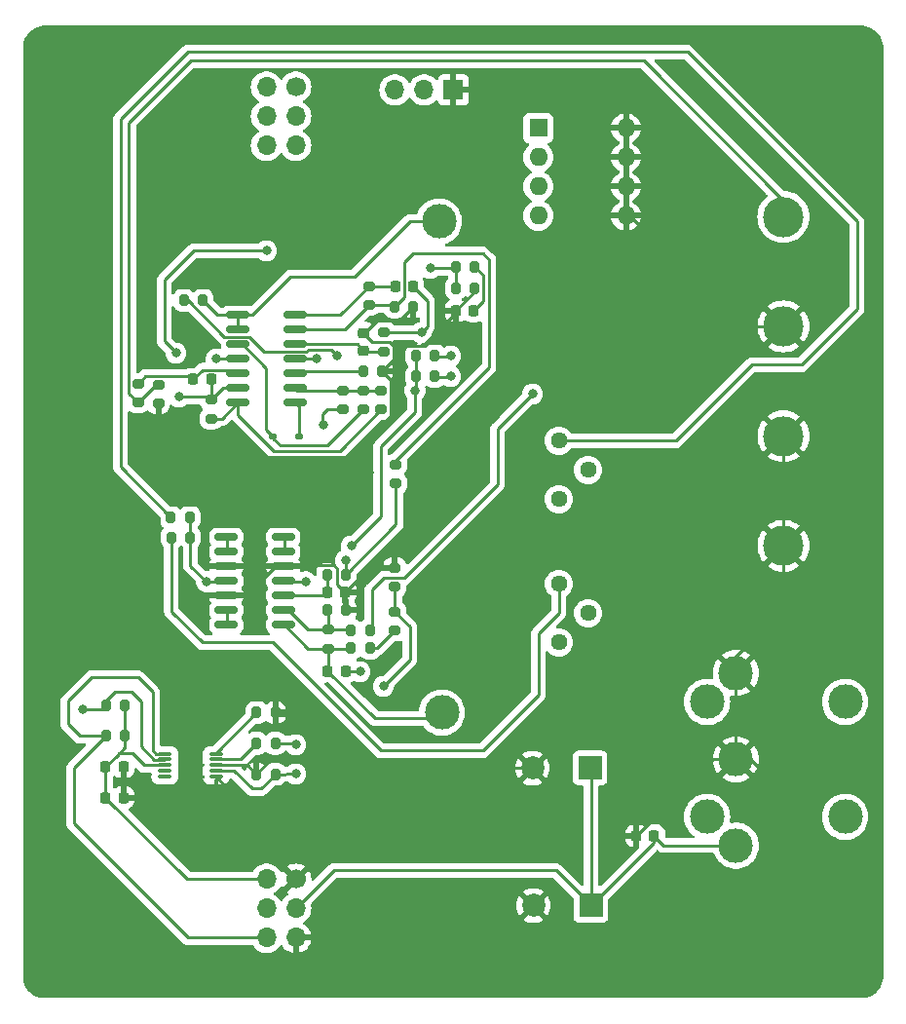
<source format=gbr>
%TF.GenerationSoftware,KiCad,Pcbnew,8.0.0*%
%TF.CreationDate,2024-03-24T13:49:44-07:00*%
%TF.ProjectId,Bottom_Board,426f7474-6f6d-45f4-926f-6172642e6b69,0*%
%TF.SameCoordinates,Original*%
%TF.FileFunction,Copper,L2,Bot*%
%TF.FilePolarity,Positive*%
%FSLAX46Y46*%
G04 Gerber Fmt 4.6, Leading zero omitted, Abs format (unit mm)*
G04 Created by KiCad (PCBNEW 8.0.0) date 2024-03-24 13:49:44*
%MOMM*%
%LPD*%
G01*
G04 APERTURE LIST*
G04 Aperture macros list*
%AMRoundRect*
0 Rectangle with rounded corners*
0 $1 Rounding radius*
0 $2 $3 $4 $5 $6 $7 $8 $9 X,Y pos of 4 corners*
0 Add a 4 corners polygon primitive as box body*
4,1,4,$2,$3,$4,$5,$6,$7,$8,$9,$2,$3,0*
0 Add four circle primitives for the rounded corners*
1,1,$1+$1,$2,$3*
1,1,$1+$1,$4,$5*
1,1,$1+$1,$6,$7*
1,1,$1+$1,$8,$9*
0 Add four rect primitives between the rounded corners*
20,1,$1+$1,$2,$3,$4,$5,0*
20,1,$1+$1,$4,$5,$6,$7,0*
20,1,$1+$1,$6,$7,$8,$9,0*
20,1,$1+$1,$8,$9,$2,$3,0*%
G04 Aperture macros list end*
%TA.AperFunction,ComponentPad*%
%ADD10R,1.600000X1.600000*%
%TD*%
%TA.AperFunction,ComponentPad*%
%ADD11O,1.600000X1.600000*%
%TD*%
%TA.AperFunction,ComponentPad*%
%ADD12R,2.000000X2.000000*%
%TD*%
%TA.AperFunction,ComponentPad*%
%ADD13C,2.000000*%
%TD*%
%TA.AperFunction,ComponentPad*%
%ADD14C,3.000000*%
%TD*%
%TA.AperFunction,ComponentPad*%
%ADD15C,1.700000*%
%TD*%
%TA.AperFunction,ComponentPad*%
%ADD16O,1.700000X1.700000*%
%TD*%
%TA.AperFunction,ComponentPad*%
%ADD17C,1.440000*%
%TD*%
%TA.AperFunction,ComponentPad*%
%ADD18R,1.700000X1.700000*%
%TD*%
%TA.AperFunction,ComponentPad*%
%ADD19C,3.500000*%
%TD*%
%TA.AperFunction,SMDPad,CuDef*%
%ADD20RoundRect,0.200000X-0.275000X0.200000X-0.275000X-0.200000X0.275000X-0.200000X0.275000X0.200000X0*%
%TD*%
%TA.AperFunction,SMDPad,CuDef*%
%ADD21RoundRect,0.225000X-0.225000X-0.250000X0.225000X-0.250000X0.225000X0.250000X-0.225000X0.250000X0*%
%TD*%
%TA.AperFunction,SMDPad,CuDef*%
%ADD22RoundRect,0.200000X0.275000X-0.200000X0.275000X0.200000X-0.275000X0.200000X-0.275000X-0.200000X0*%
%TD*%
%TA.AperFunction,SMDPad,CuDef*%
%ADD23RoundRect,0.200000X0.200000X0.275000X-0.200000X0.275000X-0.200000X-0.275000X0.200000X-0.275000X0*%
%TD*%
%TA.AperFunction,SMDPad,CuDef*%
%ADD24RoundRect,0.150000X0.825000X0.150000X-0.825000X0.150000X-0.825000X-0.150000X0.825000X-0.150000X0*%
%TD*%
%TA.AperFunction,SMDPad,CuDef*%
%ADD25RoundRect,0.225000X0.225000X0.250000X-0.225000X0.250000X-0.225000X-0.250000X0.225000X-0.250000X0*%
%TD*%
%TA.AperFunction,SMDPad,CuDef*%
%ADD26O,1.350000X0.299999*%
%TD*%
%TA.AperFunction,SMDPad,CuDef*%
%ADD27RoundRect,0.200000X-0.200000X-0.275000X0.200000X-0.275000X0.200000X0.275000X-0.200000X0.275000X0*%
%TD*%
%TA.AperFunction,SMDPad,CuDef*%
%ADD28RoundRect,0.225000X0.250000X-0.225000X0.250000X0.225000X-0.250000X0.225000X-0.250000X-0.225000X0*%
%TD*%
%TA.AperFunction,SMDPad,CuDef*%
%ADD29RoundRect,0.125000X-0.200000X-0.125000X0.200000X-0.125000X0.200000X0.125000X-0.200000X0.125000X0*%
%TD*%
%TA.AperFunction,ViaPad*%
%ADD30C,0.800000*%
%TD*%
%TA.AperFunction,Conductor*%
%ADD31C,0.250000*%
%TD*%
G04 APERTURE END LIST*
D10*
%TO.P,SW1,1*%
%TO.N,D10*%
X144780000Y-71882000D03*
D11*
%TO.P,SW1,2*%
%TO.N,D11*%
X144780000Y-74422000D03*
%TO.P,SW1,3*%
%TO.N,D43*%
X144780000Y-76962000D03*
%TO.P,SW1,4*%
%TO.N,D44*%
X144780000Y-79502000D03*
%TO.P,SW1,5*%
%TO.N,GND*%
X152400000Y-79502000D03*
%TO.P,SW1,6*%
X152400000Y-76962000D03*
%TO.P,SW1,7*%
X152400000Y-74422000D03*
%TO.P,SW1,8*%
X152400000Y-71882000D03*
%TD*%
D12*
%TO.P,C1,1*%
%TO.N,+5VD*%
X149270323Y-127508000D03*
D13*
%TO.P,C1,2*%
%TO.N,GND*%
X144270323Y-127508000D03*
%TD*%
D14*
%TO.P,J4,1*%
%TO.N,GND*%
X161950000Y-119246000D03*
%TO.P,J4,2*%
X161950000Y-126746000D03*
%TO.P,J4,3*%
%TO.N,+5VD*%
X161950000Y-134246000D03*
%TO.P,J4,4*%
%TO.N,-5V*%
X159450000Y-121746000D03*
%TO.P,J4,5*%
%TO.N,+12V*%
X159450000Y-131746000D03*
%TO.P,J4,6*%
%TO.N,N/C*%
X171450000Y-121746000D03*
%TO.P,J4,7*%
X171450000Y-131746000D03*
%TD*%
D12*
%TO.P,C2,1*%
%TO.N,+5VD*%
X149352000Y-139446000D03*
D13*
%TO.P,C2,2*%
%TO.N,GND*%
X144352000Y-139446000D03*
%TD*%
D15*
%TO.P,J1,1,Pin_1*%
%TO.N,TX*%
X123698000Y-68326000D03*
D16*
%TO.P,J1,2,Pin_2*%
%TO.N,D44*%
X121158000Y-68326000D03*
%TO.P,J1,3,Pin_3*%
%TO.N,RX*%
X123698000Y-70866000D03*
%TO.P,J1,4,Pin_4*%
%TO.N,D43*%
X121158000Y-70866000D03*
%TO.P,J1,5,Pin_5*%
%TO.N,D10*%
X123698000Y-73406000D03*
%TO.P,J1,6,Pin_6*%
%TO.N,D11*%
X121158000Y-73406000D03*
%TD*%
D14*
%TO.P,TP2,1,1*%
%TO.N,Net-(C8-Pad1)*%
X136398000Y-122682000D03*
%TD*%
D15*
%TO.P,J5,1,Pin_1*%
%TO.N,GND*%
X123698000Y-137160000D03*
D16*
%TO.P,J5,2,Pin_2*%
%TO.N,+3V0*%
X121158000Y-137160000D03*
%TO.P,J5,3,Pin_3*%
%TO.N,+5VD*%
X123698000Y-139700000D03*
%TO.P,J5,4,Pin_4*%
%TO.N,SDA*%
X121158000Y-139700000D03*
%TO.P,J5,5,Pin_5*%
%TO.N,GND*%
X123698000Y-142240000D03*
%TO.P,J5,6,Pin_6*%
%TO.N,SCL*%
X121158000Y-142240000D03*
%TD*%
D17*
%TO.P,RV2,1,1*%
%TO.N,Net-(R8-Pad2)*%
X146573000Y-116586000D03*
%TO.P,RV2,2,2*%
%TO.N,Net-(R14-Pad2)*%
X149113000Y-114046000D03*
%TO.P,RV2,3,3*%
%TO.N,Net-(R18-Pad1)*%
X146573000Y-111506000D03*
%TD*%
D18*
%TO.P,J2,1,Pin_1*%
%TO.N,GND*%
X137399000Y-68580000D03*
D16*
%TO.P,J2,2,Pin_2*%
%TO.N,RX*%
X134859000Y-68580000D03*
%TO.P,J2,3,Pin_3*%
%TO.N,TX*%
X132319000Y-68580000D03*
%TD*%
D14*
%TO.P,TP1,1,1*%
%TO.N,Net-(U1D--)*%
X136144000Y-80010000D03*
%TD*%
D19*
%TO.P,J3,1,Pin_1*%
%TO.N,GND*%
X166082500Y-108195000D03*
%TO.P,J3,2,Pin_2*%
X166082500Y-98665000D03*
%TO.P,J3,3,Pin_3*%
X166082500Y-89135000D03*
%TO.P,J3,4,Pin_4*%
%TO.N,E23_INPUT*%
X166082500Y-79605000D03*
%TD*%
D17*
%TO.P,RV1,1,1*%
%TO.N,Net-(R6-Pad1)*%
X146558000Y-104140000D03*
%TO.P,RV1,2,2*%
%TO.N,Net-(R22-Pad2)*%
X149098000Y-101600000D03*
%TO.P,RV1,3,3*%
%TO.N,Net-(R17-Pad2)*%
X146558000Y-99060000D03*
%TD*%
D20*
%TO.P,R13,1*%
%TO.N,Net-(U1B--)*%
X129616200Y-94679000D03*
%TO.P,R13,2*%
%TO.N,Net-(D1-K)*%
X129616200Y-96329000D03*
%TD*%
%TO.P,R15,1*%
%TO.N,Net-(U1C--)*%
X116332000Y-95504000D03*
%TO.P,R15,2*%
%TO.N,Net-(R12-Pad1)*%
X116332000Y-97154000D03*
%TD*%
D21*
%TO.P,C8,1*%
%TO.N,Net-(C8-Pad1)*%
X126466600Y-119076200D03*
%TO.P,C8,2*%
%TO.N,Net-(C8-Pad2)*%
X128016600Y-119076200D03*
%TD*%
D22*
%TO.P,R16,1*%
%TO.N,Net-(C8-Pad2)*%
X132397600Y-102774500D03*
%TO.P,R16,2*%
%TO.N,Net-(U1A--)*%
X132397600Y-101124500D03*
%TD*%
D23*
%TO.P,R28,1*%
%TO.N,+3V0*%
X121920000Y-125360000D03*
%TO.P,R28,2*%
%TO.N,Net-(U3-ALERT_RDY)*%
X120270000Y-125360000D03*
%TD*%
D21*
%TO.P,C3,1*%
%TO.N,Net-(C3-Pad1)*%
X132334000Y-85648800D03*
%TO.P,C3,2*%
%TO.N,Net-(C3-Pad2)*%
X133884000Y-85648800D03*
%TD*%
D24*
%TO.P,U1,1*%
%TO.N,Net-(C3-Pad1)*%
X123633000Y-88138000D03*
%TO.P,U1,2,-*%
%TO.N,Net-(U1A--)*%
X123633000Y-89408000D03*
%TO.P,U1,3,+*%
%TO.N,Net-(U1A-+)*%
X123633000Y-90678000D03*
%TO.P,U1,4,V+*%
%TO.N,+5VD*%
X123633000Y-91948000D03*
%TO.P,U1,5,+*%
%TO.N,Net-(U1B-+)*%
X123633000Y-93218000D03*
%TO.P,U1,6,-*%
%TO.N,Net-(U1B--)*%
X123633000Y-94488000D03*
%TO.P,U1,7*%
%TO.N,Net-(D1-A)*%
X123633000Y-95758000D03*
%TO.P,U1,8*%
%TO.N,Net-(R12-Pad1)*%
X118683000Y-95758000D03*
%TO.P,U1,9,-*%
%TO.N,Net-(U1C--)*%
X118683000Y-94488000D03*
%TO.P,U1,10,+*%
%TO.N,Net-(U1C-+)*%
X118683000Y-93218000D03*
%TO.P,U1,11,V-*%
%TO.N,-5V*%
X118683000Y-91948000D03*
%TO.P,U1,12,+*%
%TO.N,Net-(D1-K)*%
X118683000Y-90678000D03*
%TO.P,U1,13,-*%
%TO.N,Net-(U1D--)*%
X118683000Y-89408000D03*
%TO.P,U1,14*%
X118683000Y-88138000D03*
%TD*%
%TO.P,U2,1*%
%TO.N,Net-(U2A--)*%
X122617000Y-107442000D03*
%TO.P,U2,2,-*%
X122617000Y-108712000D03*
%TO.P,U2,3,+*%
%TO.N,GND*%
X122617000Y-109982000D03*
%TO.P,U2,4,V+*%
%TO.N,+5VD*%
X122617000Y-111252000D03*
%TO.P,U2,5,+*%
%TO.N,Net-(U2B-+)*%
X122617000Y-112522000D03*
%TO.P,U2,6,-*%
%TO.N,Net-(U2B--)*%
X122617000Y-113792000D03*
%TO.P,U2,7*%
%TO.N,Net-(C8-Pad1)*%
X122617000Y-115062000D03*
%TO.P,U2,8*%
%TO.N,Net-(U2C--)*%
X117667000Y-115062000D03*
%TO.P,U2,9,-*%
X117667000Y-113792000D03*
%TO.P,U2,10,+*%
%TO.N,GND*%
X117667000Y-112522000D03*
%TO.P,U2,11,V-*%
%TO.N,-5V*%
X117667000Y-111252000D03*
%TO.P,U2,12,+*%
%TO.N,GND*%
X117667000Y-109982000D03*
%TO.P,U2,13,-*%
%TO.N,Net-(U2D--)*%
X117667000Y-108712000D03*
%TO.P,U2,14*%
X117667000Y-107442000D03*
%TD*%
D20*
%TO.P,R10,1*%
%TO.N,E23_INPUT*%
X111760000Y-94171000D03*
%TO.P,R10,2*%
%TO.N,GND*%
X111760000Y-95821000D03*
%TD*%
D25*
%TO.P,C10,1*%
%TO.N,GND*%
X108725000Y-130070000D03*
%TO.P,C10,2*%
%TO.N,+3V0*%
X107175000Y-130070000D03*
%TD*%
D20*
%TO.P,R19,1*%
%TO.N,GND*%
X132308600Y-110122200D03*
%TO.P,R19,2*%
%TO.N,AN0*%
X132308600Y-111772200D03*
%TD*%
%TO.P,R14,1*%
%TO.N,Net-(U1B--)*%
X127762000Y-94679000D03*
%TO.P,R14,2*%
%TO.N,Net-(R14-Pad2)*%
X127762000Y-96329000D03*
%TD*%
D25*
%TO.P,C11,1*%
%TO.N,+5VD*%
X154839000Y-133400800D03*
%TO.P,C11,2*%
%TO.N,GND*%
X153289000Y-133400800D03*
%TD*%
D26*
%TO.P,U3,1,ADDR*%
%TO.N,Net-(U3-ADDR)*%
X116778999Y-126253999D03*
%TO.P,U3,2,ALERT_RDY*%
%TO.N,Net-(U3-ALERT_RDY)*%
X116778999Y-126753998D03*
%TO.P,U3,3,GND*%
%TO.N,GND*%
X116778999Y-127254000D03*
%TO.P,U3,4,AIN0*%
%TO.N,AN0*%
X116778999Y-127753999D03*
%TO.P,U3,5,AIN1*%
%TO.N,GND*%
X116778999Y-128254001D03*
%TO.P,U3,6,AIN2*%
%TO.N,unconnected-(U3-AIN2-Pad6)*%
X112328998Y-128254001D03*
%TO.P,U3,7,AIN3*%
%TO.N,unconnected-(U3-AIN3-Pad7)*%
X112328998Y-127753999D03*
%TO.P,U3,8,VDD*%
%TO.N,+3V0*%
X112328998Y-127254000D03*
%TO.P,U3,9,SDA*%
%TO.N,SDA*%
X112328998Y-126753998D03*
%TO.P,U3,10,SCL*%
%TO.N,SCL*%
X112328998Y-126253999D03*
%TD*%
D23*
%TO.P,R29,1*%
%TO.N,+3V0*%
X108838000Y-124714000D03*
%TO.P,R29,2*%
%TO.N,SCL*%
X107188000Y-124714000D03*
%TD*%
%TO.P,R24,1*%
%TO.N,Net-(R21-Pad2)*%
X130148600Y-117094000D03*
%TO.P,R24,2*%
%TO.N,Net-(C8-Pad1)*%
X128498600Y-117094000D03*
%TD*%
D27*
%TO.P,R18,1*%
%TO.N,Net-(R18-Pad1)*%
X112890800Y-107467400D03*
%TO.P,R18,2*%
%TO.N,-5V*%
X114540800Y-107467400D03*
%TD*%
%TO.P,R1,1*%
%TO.N,Net-(U1C--)*%
X137607600Y-83953100D03*
%TO.P,R1,2*%
%TO.N,Net-(C4-Pad1)*%
X139257600Y-83953100D03*
%TD*%
D25*
%TO.P,C9,1*%
%TO.N,GND*%
X108725000Y-127392000D03*
%TO.P,C9,2*%
%TO.N,+3V0*%
X107175000Y-127392000D03*
%TD*%
D23*
%TO.P,R5,1*%
%TO.N,Net-(U1D--)*%
X115633000Y-86868000D03*
%TO.P,R5,2*%
%TO.N,Net-(C3-Pad2)*%
X113983000Y-86868000D03*
%TD*%
%TO.P,R6,1*%
%TO.N,Net-(R6-Pad1)*%
X135762000Y-91694000D03*
%TO.P,R6,2*%
%TO.N,+5VD*%
X134112000Y-91694000D03*
%TD*%
%TO.P,R23,1*%
%TO.N,GND*%
X128065800Y-113792000D03*
%TO.P,R23,2*%
%TO.N,Net-(U2B--)*%
X126415800Y-113792000D03*
%TD*%
D27*
%TO.P,R2,1*%
%TO.N,Net-(U1C--)*%
X137605000Y-85810475D03*
%TO.P,R2,2*%
%TO.N,GND*%
X139255000Y-85810475D03*
%TD*%
%TO.P,R26,1*%
%TO.N,Net-(U3-ADDR)*%
X120270000Y-122682000D03*
%TO.P,R26,2*%
%TO.N,GND*%
X121920000Y-122682000D03*
%TD*%
D25*
%TO.P,C7,1*%
%TO.N,GND*%
X128003600Y-112218200D03*
%TO.P,C7,2*%
%TO.N,Net-(U2B-+)*%
X126453600Y-112218200D03*
%TD*%
D28*
%TO.P,C5,1*%
%TO.N,Net-(U1A-+)*%
X129590800Y-91237400D03*
%TO.P,C5,2*%
%TO.N,GND*%
X129590800Y-89687400D03*
%TD*%
D22*
%TO.P,R12,1*%
%TO.N,Net-(R12-Pad1)*%
X131140200Y-96329000D03*
%TO.P,R12,2*%
%TO.N,Net-(U1B--)*%
X131140200Y-94679000D03*
%TD*%
D27*
%TO.P,R22,1*%
%TO.N,Net-(U2B--)*%
X128498600Y-115520200D03*
%TO.P,R22,2*%
%TO.N,Net-(R22-Pad2)*%
X130148600Y-115520200D03*
%TD*%
D23*
%TO.P,R20,1*%
%TO.N,Net-(C8-Pad2)*%
X128053600Y-110694200D03*
%TO.P,R20,2*%
%TO.N,Net-(U2B-+)*%
X126403600Y-110694200D03*
%TD*%
%TO.P,R17,1*%
%TO.N,-5V*%
X114502200Y-105740200D03*
%TO.P,R17,2*%
%TO.N,Net-(R17-Pad2)*%
X112852200Y-105740200D03*
%TD*%
D27*
%TO.P,R3,1*%
%TO.N,Net-(U1A--)*%
X132271000Y-87426800D03*
%TO.P,R3,2*%
%TO.N,GND*%
X133921000Y-87426800D03*
%TD*%
D29*
%TO.P,D1,1,K*%
%TO.N,Net-(D1-K)*%
X121707000Y-98698000D03*
%TO.P,D1,2,A*%
%TO.N,Net-(D1-A)*%
X123957000Y-98698000D03*
%TD*%
D27*
%TO.P,R8,1*%
%TO.N,+5VD*%
X134112000Y-93472000D03*
%TO.P,R8,2*%
%TO.N,Net-(R8-Pad2)*%
X135762000Y-93472000D03*
%TD*%
D25*
%TO.P,C4,1*%
%TO.N,Net-(C4-Pad1)*%
X139157600Y-87763100D03*
%TO.P,C4,2*%
%TO.N,GND*%
X137607600Y-87763100D03*
%TD*%
D20*
%TO.P,R7,1*%
%TO.N,Net-(C3-Pad2)*%
X131368800Y-89637400D03*
%TO.P,R7,2*%
%TO.N,Net-(U1A-+)*%
X131368800Y-91287400D03*
%TD*%
D23*
%TO.P,R27,1*%
%TO.N,+3V0*%
X108838000Y-122036000D03*
%TO.P,R27,2*%
%TO.N,SDA*%
X107188000Y-122036000D03*
%TD*%
D20*
%TO.P,R25,1*%
%TO.N,Net-(U2B--)*%
X126492000Y-115469400D03*
%TO.P,R25,2*%
%TO.N,Net-(C8-Pad1)*%
X126492000Y-117119400D03*
%TD*%
D25*
%TO.P,C6,1*%
%TO.N,Net-(U1C--)*%
X116345000Y-93726000D03*
%TO.P,C6,2*%
%TO.N,Net-(U1C-+)*%
X114795000Y-93726000D03*
%TD*%
D20*
%TO.P,R21,1*%
%TO.N,AN0*%
X132308600Y-113932200D03*
%TO.P,R21,2*%
%TO.N,Net-(R21-Pad2)*%
X132308600Y-115582200D03*
%TD*%
D22*
%TO.P,R4,1*%
%TO.N,Net-(U1A--)*%
X130048000Y-87298800D03*
%TO.P,R4,2*%
%TO.N,Net-(C3-Pad1)*%
X130048000Y-85648800D03*
%TD*%
%TO.P,R11,1*%
%TO.N,E23_INPUT*%
X109982000Y-95758000D03*
%TO.P,R11,2*%
%TO.N,Net-(U1C-+)*%
X109982000Y-94108000D03*
%TD*%
D23*
%TO.P,R30,1*%
%TO.N,AN0*%
X121920000Y-128038000D03*
%TO.P,R30,2*%
%TO.N,GND*%
X120270000Y-128038000D03*
%TD*%
D27*
%TO.P,R9,1*%
%TO.N,Net-(U1B-+)*%
X129540000Y-93014800D03*
%TO.P,R9,2*%
%TO.N,GND*%
X131190000Y-93014800D03*
%TD*%
D30*
%TO.N,+5VD*%
X128524000Y-108204000D03*
X134061200Y-94691200D03*
X125501400Y-91922600D03*
X124561600Y-111328200D03*
%TO.N,SDA*%
X105156000Y-122428000D03*
%TO.N,Net-(U1C--)*%
X113538000Y-95250000D03*
X113284000Y-91440000D03*
X135382000Y-84074000D03*
X121158000Y-82550000D03*
%TO.N,-5V*%
X115925600Y-111302800D03*
X116789200Y-91948000D03*
%TO.N,AN0*%
X131318000Y-120396000D03*
X123698000Y-128016000D03*
%TO.N,+3V0*%
X123698000Y-125476000D03*
%TO.N,GND*%
X133096000Y-107188000D03*
X130048000Y-101854000D03*
%TO.N,Net-(R8-Pad2)*%
X137160000Y-93472000D03*
%TO.N,Net-(C3-Pad2)*%
X134620000Y-89662000D03*
X127254000Y-91694000D03*
%TO.N,Net-(C8-Pad2)*%
X129286000Y-119126000D03*
X128016000Y-109474000D03*
%TO.N,Net-(R6-Pad1)*%
X137160000Y-91694000D03*
%TO.N,Net-(R14-Pad2)*%
X126111000Y-97663000D03*
%TO.N,Net-(R22-Pad2)*%
X144272000Y-94996000D03*
%TD*%
D31*
%TO.N,+5VD*%
X134112000Y-91744800D02*
X134112000Y-93522800D01*
X146304000Y-136398000D02*
X149352000Y-139446000D01*
X131064000Y-99568000D02*
X134061200Y-96570800D01*
X127000000Y-136398000D02*
X146304000Y-136398000D01*
X122758200Y-111328200D02*
X122682000Y-111252000D01*
X128524000Y-108204000D02*
X131064000Y-105664000D01*
X134112000Y-93522800D02*
X134112000Y-94640400D01*
X154839000Y-133959000D02*
X149352000Y-139446000D01*
X154839000Y-133400800D02*
X154839000Y-133959000D01*
X161950000Y-134246000D02*
X155684200Y-134246000D01*
X149352000Y-139446000D02*
X149352000Y-127589677D01*
X134112000Y-94640400D02*
X134061200Y-94691200D01*
X149352000Y-127589677D02*
X149270323Y-127508000D01*
X155684200Y-134246000D02*
X154839000Y-133400800D01*
X125501400Y-91922600D02*
X123658400Y-91922600D01*
X131064000Y-105664000D02*
X131064000Y-99568000D01*
X124561600Y-111328200D02*
X122758200Y-111328200D01*
X123698000Y-139700000D02*
X127000000Y-136398000D01*
X123658400Y-91922600D02*
X123633000Y-91948000D01*
X134061200Y-96570800D02*
X134061200Y-94691200D01*
%TO.N,SDA*%
X107950000Y-120904000D02*
X109452731Y-120904000D01*
X107188000Y-122036000D02*
X106796000Y-122428000D01*
X107188000Y-121666000D02*
X107950000Y-120904000D01*
X107188000Y-122036000D02*
X107188000Y-121666000D01*
X112303996Y-126779000D02*
X112328998Y-126753998D01*
X109452731Y-120904000D02*
X110236000Y-121687269D01*
X106796000Y-122428000D02*
X105156000Y-122428000D01*
X111410604Y-126779000D02*
X112303996Y-126779000D01*
X110236000Y-121687269D02*
X110236000Y-125604396D01*
X110236000Y-125604396D02*
X111410604Y-126779000D01*
%TO.N,Net-(U1A-+)*%
X129640800Y-91287400D02*
X129590800Y-91237400D01*
X131368800Y-91287400D02*
X129640800Y-91287400D01*
X129031400Y-90678000D02*
X123633000Y-90678000D01*
X129590800Y-91237400D02*
X129031400Y-90678000D01*
%TO.N,Net-(U2B-+)*%
X126149800Y-112522000D02*
X126453600Y-112218200D01*
X122682000Y-112522000D02*
X126149800Y-112522000D01*
X126453600Y-110744200D02*
X126403600Y-110694200D01*
X126453600Y-112218200D02*
X126453600Y-110744200D01*
%TO.N,Net-(U1C--)*%
X113538000Y-95250000D02*
X116078000Y-95250000D01*
X116332000Y-95504000D02*
X117348000Y-94488000D01*
X116078000Y-95250000D02*
X116332000Y-95504000D01*
X113284000Y-91440000D02*
X112268000Y-90424000D01*
X137486700Y-84074000D02*
X135382000Y-84074000D01*
X117348000Y-94488000D02*
X118683000Y-94488000D01*
X112268000Y-85090000D02*
X114808000Y-82550000D01*
X137607600Y-83953100D02*
X137486700Y-84074000D01*
X114808000Y-82550000D02*
X121158000Y-82550000D01*
X116345000Y-93726000D02*
X116345000Y-95491000D01*
X116345000Y-95491000D02*
X116332000Y-95504000D01*
X137607600Y-85810475D02*
X137607600Y-83953100D01*
X112268000Y-90424000D02*
X112268000Y-85090000D01*
%TO.N,Net-(U1C-+)*%
X114795000Y-93726000D02*
X114515000Y-93446000D01*
X114515000Y-93446000D02*
X110644000Y-93446000D01*
X110644000Y-93446000D02*
X109982000Y-94108000D01*
X118391000Y-92926000D02*
X118683000Y-93218000D01*
X115595000Y-92926000D02*
X118391000Y-92926000D01*
X114795000Y-93726000D02*
X115595000Y-92926000D01*
%TO.N,Net-(D1-K)*%
X121132600Y-92750849D02*
X121132600Y-98123600D01*
X121132600Y-98123600D02*
X121707000Y-98698000D01*
X118683000Y-90678000D02*
X119059751Y-90678000D01*
X121707000Y-98847000D02*
X122358000Y-99498000D01*
X121707000Y-98698000D02*
X121707000Y-98847000D01*
X122358000Y-99498000D02*
X126447200Y-99498000D01*
X119059751Y-90678000D02*
X121132600Y-92750849D01*
X126447200Y-99498000D02*
X129616200Y-96329000D01*
%TO.N,Net-(D1-A)*%
X123633000Y-95758000D02*
X123952000Y-96077000D01*
X123952000Y-98693000D02*
X123957000Y-98698000D01*
X123952000Y-96077000D02*
X123952000Y-98693000D01*
%TO.N,Net-(U1A--)*%
X140499000Y-92673000D02*
X140499000Y-83349000D01*
X133858000Y-82804000D02*
X133109000Y-83553000D01*
X133109000Y-83553000D02*
X133109000Y-86588800D01*
X127938800Y-89408000D02*
X130048000Y-87298800D01*
X123633000Y-89408000D02*
X127938800Y-89408000D01*
X132397600Y-100774400D02*
X140499000Y-92673000D01*
X140499000Y-83349000D02*
X139954000Y-82804000D01*
X132397600Y-101124500D02*
X132397600Y-100774400D01*
X139954000Y-82804000D02*
X133858000Y-82804000D01*
X132143000Y-87298800D02*
X132271000Y-87426800D01*
X133109000Y-86588800D02*
X132271000Y-87426800D01*
X130048000Y-87298800D02*
X132143000Y-87298800D01*
%TO.N,-5V*%
X114540800Y-105778800D02*
X114502200Y-105740200D01*
X114540800Y-107467400D02*
X114540800Y-109918000D01*
X115925600Y-111302800D02*
X117681200Y-111302800D01*
X114540800Y-107467400D02*
X114540800Y-105778800D01*
X114540800Y-109918000D02*
X115925600Y-111302800D01*
X118683000Y-91948000D02*
X116789200Y-91948000D01*
%TO.N,Net-(U1D--)*%
X118683000Y-88138000D02*
X116903000Y-88138000D01*
X128778000Y-84836000D02*
X133604000Y-80010000D01*
X118683000Y-88138000D02*
X119888000Y-88138000D01*
X133604000Y-80010000D02*
X136144000Y-80010000D01*
X118683000Y-89408000D02*
X118683000Y-88138000D01*
X123190000Y-84836000D02*
X128778000Y-84836000D01*
X119888000Y-88138000D02*
X123190000Y-84836000D01*
X116903000Y-88138000D02*
X115633000Y-86868000D01*
%TO.N,E23_INPUT*%
X109182000Y-71412000D02*
X109182000Y-94958000D01*
X111760000Y-94171000D02*
X111569000Y-94171000D01*
X114554000Y-66040000D02*
X109182000Y-71412000D01*
X109182000Y-94958000D02*
X109982000Y-95758000D01*
X166082500Y-79605000D02*
X166082500Y-78198500D01*
X111569000Y-94171000D02*
X109982000Y-95758000D01*
X166082500Y-78198500D02*
X153924000Y-66040000D01*
X153924000Y-66040000D02*
X114554000Y-66040000D01*
%TO.N,Net-(U2B--)*%
X128447800Y-115469400D02*
X128498600Y-115520200D01*
X124736151Y-115469400D02*
X126492000Y-115469400D01*
X123058751Y-113792000D02*
X124736151Y-115469400D01*
X122682000Y-113792000D02*
X123058751Y-113792000D01*
X126492000Y-113868200D02*
X126415800Y-113792000D01*
X126492000Y-115469400D02*
X128447800Y-115469400D01*
X126492000Y-115469400D02*
X126492000Y-113868200D01*
%TO.N,Net-(U1B-+)*%
X123836200Y-93014800D02*
X123633000Y-93218000D01*
X129540000Y-93014800D02*
X123836200Y-93014800D01*
%TO.N,Net-(U1B--)*%
X125921000Y-94679000D02*
X125984000Y-94742000D01*
X126047000Y-94679000D02*
X129616200Y-94679000D01*
X123824000Y-94679000D02*
X125921000Y-94679000D01*
X123633000Y-94488000D02*
X123824000Y-94679000D01*
X131140200Y-94679000D02*
X129616200Y-94679000D01*
X125984000Y-94742000D02*
X126047000Y-94679000D01*
%TO.N,AN0*%
X116778999Y-127753999D02*
X118355999Y-127753999D01*
X118355999Y-127753999D02*
X119888000Y-129286000D01*
X133604000Y-118110000D02*
X133604000Y-115227600D01*
X120672000Y-129286000D02*
X121920000Y-128038000D01*
X133604000Y-115227600D02*
X132308600Y-113932200D01*
X131318000Y-120396000D02*
X133604000Y-118110000D01*
X119888000Y-129286000D02*
X120672000Y-129286000D01*
X132308600Y-111772200D02*
X132308600Y-113932200D01*
X121920000Y-128038000D02*
X123698000Y-128016000D01*
%TO.N,+3V0*%
X110490000Y-127254000D02*
X112328998Y-127254000D01*
X108838000Y-125729000D02*
X108139500Y-126427500D01*
X123582000Y-125360000D02*
X123698000Y-125476000D01*
X109474000Y-126238000D02*
X110490000Y-127254000D01*
X108838000Y-124714000D02*
X108838000Y-125729000D01*
X107175000Y-130070000D02*
X114265000Y-137160000D01*
X121920000Y-125360000D02*
X123582000Y-125360000D01*
X107175000Y-127392000D02*
X108139500Y-126427500D01*
X108838000Y-122036000D02*
X108838000Y-124714000D01*
X107175000Y-130070000D02*
X107175000Y-127392000D01*
X108329000Y-126238000D02*
X109474000Y-126238000D01*
X114265000Y-137160000D02*
X121158000Y-137160000D01*
X108139500Y-126427500D02*
X108329000Y-126238000D01*
%TO.N,SCL*%
X104394000Y-132334000D02*
X114300000Y-142240000D01*
X112328998Y-126253999D02*
X111521999Y-126253999D01*
X109982000Y-119634000D02*
X105918000Y-119634000D01*
X111252000Y-125984000D02*
X111252000Y-120904000D01*
X103886000Y-121666000D02*
X103886000Y-123698000D01*
X107188000Y-124714000D02*
X104394000Y-127508000D01*
X111521999Y-126253999D02*
X111252000Y-125984000D01*
X114300000Y-142240000D02*
X121158000Y-142240000D01*
X105918000Y-119634000D02*
X103886000Y-121666000D01*
X104902000Y-124714000D02*
X107188000Y-124714000D01*
X111252000Y-120904000D02*
X109982000Y-119634000D01*
X104394000Y-127508000D02*
X104394000Y-132334000D01*
X103886000Y-123698000D02*
X104902000Y-124714000D01*
%TO.N,Net-(U3-ADDR)*%
X116778999Y-126173001D02*
X120270000Y-122682000D01*
X116778999Y-126253999D02*
X116778999Y-126173001D01*
%TO.N,Net-(U3-ALERT_RDY)*%
X120270000Y-125360000D02*
X118884000Y-126746000D01*
X118610002Y-126753998D02*
X116778999Y-126753998D01*
X118884000Y-126746000D02*
X118618000Y-126746000D01*
X118618000Y-126746000D02*
X118610002Y-126753998D01*
%TO.N,Net-(U2A--)*%
X122682000Y-107442000D02*
X122682000Y-108712000D01*
%TO.N,Net-(U2C--)*%
X117732000Y-113792000D02*
X117732000Y-115062000D01*
%TO.N,Net-(U2D--)*%
X117732000Y-107442000D02*
X117732000Y-108712000D01*
%TO.N,GND*%
X166082500Y-113669500D02*
X166082500Y-98665000D01*
X132727200Y-88620600D02*
X133921000Y-87426800D01*
X132168800Y-92036000D02*
X132168800Y-90792200D01*
X117732000Y-112522000D02*
X119380000Y-112522000D01*
X129667000Y-89687400D02*
X130733800Y-88620600D01*
X128003600Y-112218200D02*
X128003600Y-113729800D01*
X137607600Y-87763100D02*
X137607600Y-87945796D01*
X131940200Y-96912062D02*
X131940200Y-93765000D01*
X131940200Y-93765000D02*
X131190000Y-93014800D01*
X124714000Y-129794000D02*
X123792000Y-130716000D01*
X133096000Y-107328200D02*
X133096000Y-107188000D01*
X127328600Y-110201738D02*
X127328600Y-111543200D01*
X139257600Y-86113100D02*
X137607600Y-87763100D01*
X124460000Y-126746000D02*
X123952000Y-126746000D01*
X127328600Y-111543200D02*
X128003600Y-112218200D01*
X111760000Y-95821000D02*
X111760000Y-98298000D01*
X137607600Y-87945796D02*
X134761196Y-90792200D01*
X123952000Y-126746000D02*
X124714000Y-127508000D01*
X123698000Y-137160000D02*
X133350000Y-127508000D01*
X130302000Y-110122200D02*
X130099600Y-110122200D01*
X161950000Y-117802000D02*
X166082500Y-113669500D01*
X131851400Y-90474800D02*
X130378200Y-90474800D01*
X111760000Y-98298000D02*
X113919000Y-100457000D01*
X159943800Y-126746000D02*
X161950000Y-126746000D01*
X128523131Y-100329131D02*
X131940200Y-96912062D01*
X150876000Y-125476000D02*
X146302323Y-125476000D01*
X153289000Y-133400800D02*
X159943800Y-126746000D01*
X130733800Y-88620600D02*
X132727200Y-88620600D01*
X108725000Y-130070000D02*
X108747000Y-130048000D01*
X119486000Y-127254000D02*
X120270000Y-128038000D01*
X166082500Y-89135000D02*
X162287000Y-89135000D01*
X165481000Y-129047000D02*
X163180000Y-126746000D01*
X123190000Y-122936000D02*
X125222000Y-124968000D01*
X125222000Y-124968000D02*
X125222000Y-125984000D01*
X134761196Y-90792200D02*
X132168800Y-90792200D01*
X119103499Y-130578501D02*
X119240998Y-130716000D01*
X130378200Y-90474800D02*
X129590800Y-89687400D01*
X119380000Y-112522000D02*
X121920000Y-109982000D01*
X132168800Y-90792200D02*
X131851400Y-90474800D01*
X163180000Y-126746000D02*
X152146000Y-126746000D01*
X130048000Y-101854000D02*
X128651000Y-100457000D01*
X133096000Y-107188000D02*
X133236200Y-107188000D01*
X165481000Y-136547000D02*
X165481000Y-129047000D01*
X121929305Y-122682000D02*
X122183305Y-122936000D01*
X121920000Y-130716000D02*
X121920000Y-135382000D01*
X122769800Y-109894200D02*
X127021062Y-109894200D01*
X113919000Y-100457000D02*
X128651000Y-100457000D01*
X130302000Y-110122200D02*
X133096000Y-107328200D01*
X128003600Y-113729800D02*
X128065800Y-113792000D01*
X122682000Y-109982000D02*
X117732000Y-109982000D01*
X132308600Y-110122200D02*
X130302000Y-110122200D01*
X133350000Y-127508000D02*
X144270323Y-127508000D01*
X108747000Y-130048000D02*
X118572998Y-130048000D01*
X121920000Y-109982000D02*
X122682000Y-109982000D01*
X121562000Y-126746000D02*
X123952000Y-126746000D01*
X128651000Y-100457000D02*
X128523131Y-100329131D01*
X124714000Y-127508000D02*
X124714000Y-129794000D01*
X162287000Y-89135000D02*
X152664000Y-79512000D01*
X120270000Y-128038000D02*
X121562000Y-126746000D01*
X125222000Y-125984000D02*
X124460000Y-126746000D01*
X131190000Y-93014800D02*
X132168800Y-92036000D01*
X119240998Y-130716000D02*
X121920000Y-130716000D01*
X141558000Y-142240000D02*
X144352000Y-139446000D01*
X129590800Y-89687400D02*
X129667000Y-89687400D01*
X150194000Y-145288000D02*
X156740000Y-145288000D01*
X161950000Y-126746000D02*
X161950000Y-117802000D01*
X116778999Y-128254001D02*
X119103499Y-130578501D01*
X121920000Y-135382000D02*
X123698000Y-137160000D01*
X123792000Y-130716000D02*
X121920000Y-130716000D01*
X133236200Y-107188000D02*
X133197600Y-107226600D01*
X156740000Y-145288000D02*
X165481000Y-136547000D01*
X122183305Y-122936000D02*
X123190000Y-122936000D01*
X127021062Y-109894200D02*
X127328600Y-110201738D01*
X122682000Y-109982000D02*
X122769800Y-109894200D01*
X152146000Y-126746000D02*
X150876000Y-125476000D01*
X146302323Y-125476000D02*
X144270323Y-127508000D01*
X130099600Y-110122200D02*
X128003600Y-112218200D01*
X144352000Y-139446000D02*
X150194000Y-145288000D01*
X152664000Y-79512000D02*
X152442500Y-79512000D01*
X121920000Y-122682000D02*
X121929305Y-122682000D01*
X123698000Y-142240000D02*
X141558000Y-142240000D01*
X118572998Y-130048000D02*
X119103499Y-130578501D01*
X116778999Y-127254000D02*
X119486000Y-127254000D01*
X108725000Y-127392000D02*
X108725000Y-130070000D01*
X139257600Y-85810475D02*
X139257600Y-86113100D01*
%TO.N,Net-(R8-Pad2)*%
X136906000Y-93472000D02*
X137160000Y-93472000D01*
X136956800Y-93522800D02*
X136906000Y-93472000D01*
X135762000Y-93522800D02*
X136956800Y-93522800D01*
%TO.N,Net-(R18-Pad1)*%
X144780000Y-115824000D02*
X146573000Y-114031000D01*
X139954000Y-125984000D02*
X144780000Y-121158000D01*
X146573000Y-114031000D02*
X146573000Y-111506000D01*
X144780000Y-121158000D02*
X144780000Y-115824000D01*
X112890800Y-113906800D02*
X115570000Y-116586000D01*
X112890800Y-107467400D02*
X112890800Y-113906800D01*
X115570000Y-116586000D02*
X121666000Y-116586000D01*
X121666000Y-116586000D02*
X131064000Y-125984000D01*
X131064000Y-125984000D02*
X139954000Y-125984000D01*
%TO.N,Net-(C4-Pad1)*%
X139257600Y-83953100D02*
X139982600Y-84678100D01*
X139982600Y-86938100D02*
X139157600Y-87763100D01*
X139982600Y-84678100D02*
X139982600Y-86938100D01*
%TO.N,Net-(C3-Pad2)*%
X114300000Y-86868000D02*
X113983000Y-86868000D01*
X135128000Y-89154000D02*
X134620000Y-89662000D01*
X126757600Y-91197600D02*
X124780151Y-91197600D01*
X134595400Y-89637400D02*
X134620000Y-89662000D01*
X119704751Y-90053000D02*
X117485000Y-90053000D01*
X117485000Y-90053000D02*
X114300000Y-86868000D01*
X131368800Y-89637400D02*
X134595400Y-89637400D01*
X120974751Y-91323000D02*
X119704751Y-90053000D01*
X127254000Y-91694000D02*
X126757600Y-91197600D01*
X124780151Y-91197600D02*
X124654751Y-91323000D01*
X135128000Y-86892800D02*
X133884000Y-85648800D01*
X135128000Y-86892800D02*
X135128000Y-89154000D01*
X124654751Y-91323000D02*
X120974751Y-91323000D01*
%TO.N,Net-(C3-Pad1)*%
X127558800Y-88138000D02*
X130048000Y-85648800D01*
X132334000Y-85648800D02*
X130048000Y-85648800D01*
X123633000Y-88138000D02*
X127558800Y-88138000D01*
%TO.N,Net-(C8-Pad2)*%
X132397600Y-106350200D02*
X128053600Y-110694200D01*
X129286000Y-119126000D02*
X129236200Y-119076200D01*
X128016000Y-110656600D02*
X128016000Y-109474000D01*
X128053600Y-110694200D02*
X128016000Y-110656600D01*
X132397600Y-102774500D02*
X132397600Y-106350200D01*
X128016600Y-119076200D02*
X129236200Y-119076200D01*
%TO.N,Net-(C8-Pad1)*%
X136144000Y-123190000D02*
X130580400Y-123190000D01*
X122682000Y-115062000D02*
X124739400Y-117119400D01*
X130580400Y-123190000D02*
X126466600Y-119076200D01*
X126492000Y-117119400D02*
X128473200Y-117119400D01*
X126492000Y-117119400D02*
X126492000Y-119050800D01*
X128473200Y-117119400D02*
X128498600Y-117094000D01*
X124739400Y-117119400D02*
X126492000Y-117119400D01*
X126492000Y-119050800D02*
X126466600Y-119076200D01*
%TO.N,Net-(R6-Pad1)*%
X137160000Y-91694000D02*
X137109200Y-91744800D01*
X135762000Y-91744800D02*
X137109200Y-91744800D01*
%TO.N,Net-(R12-Pad1)*%
X117287000Y-97154000D02*
X116332000Y-97154000D01*
X118683000Y-95758000D02*
X117287000Y-97154000D01*
X121792000Y-99948000D02*
X118683000Y-96839000D01*
X127521200Y-99948000D02*
X121792000Y-99948000D01*
X118683000Y-96839000D02*
X118683000Y-95758000D01*
X131140200Y-96329000D02*
X127521200Y-99948000D01*
%TO.N,Net-(R14-Pad2)*%
X125984000Y-96774000D02*
X125984000Y-97536000D01*
X125984000Y-97536000D02*
X126111000Y-97663000D01*
X127762000Y-96329000D02*
X126429000Y-96329000D01*
X126429000Y-96329000D02*
X125984000Y-96774000D01*
%TO.N,Net-(R17-Pad2)*%
X156718000Y-99060000D02*
X163322000Y-92456000D01*
X108458000Y-71120000D02*
X108458000Y-101346000D01*
X172466000Y-80010000D02*
X157734000Y-65278000D01*
X157734000Y-65278000D02*
X114300000Y-65278000D01*
X114300000Y-65278000D02*
X108458000Y-71120000D01*
X146558000Y-99060000D02*
X156718000Y-99060000D01*
X108458000Y-101346000D02*
X112852200Y-105740200D01*
X167640000Y-92456000D02*
X172466000Y-87630000D01*
X163322000Y-92456000D02*
X167640000Y-92456000D01*
X172466000Y-87630000D02*
X172466000Y-80010000D01*
%TO.N,Net-(R21-Pad2)*%
X130796800Y-117094000D02*
X130148600Y-117094000D01*
X132308600Y-115582200D02*
X130796800Y-117094000D01*
%TO.N,Net-(R22-Pad2)*%
X141224000Y-102870000D02*
X133096000Y-110998000D01*
X141224000Y-98044000D02*
X141224000Y-102870000D01*
X130302000Y-115366800D02*
X130148600Y-115520200D01*
X130302000Y-112014000D02*
X130302000Y-115366800D01*
X133096000Y-110998000D02*
X131318000Y-110998000D01*
X131318000Y-110998000D02*
X130302000Y-112014000D01*
X144272000Y-94996000D02*
X141224000Y-98044000D01*
%TD*%
%TA.AperFunction,Conductor*%
%TO.N,GND*%
G36*
X123232075Y-137352993D02*
G01*
X123297901Y-137467007D01*
X123390993Y-137560099D01*
X123505007Y-137625925D01*
X123568590Y-137642962D01*
X122936625Y-138274925D01*
X123007801Y-138324763D01*
X123051426Y-138379340D01*
X123058620Y-138448838D01*
X123027097Y-138511193D01*
X122995697Y-138535392D01*
X122952427Y-138558809D01*
X122952422Y-138558812D01*
X122774761Y-138697092D01*
X122774756Y-138697097D01*
X122622284Y-138862723D01*
X122622276Y-138862734D01*
X122531808Y-139001206D01*
X122478662Y-139046562D01*
X122409431Y-139055986D01*
X122346095Y-139026484D01*
X122324192Y-139001206D01*
X122266286Y-138912576D01*
X122233722Y-138862732D01*
X122233719Y-138862729D01*
X122233715Y-138862723D01*
X122081243Y-138697097D01*
X122081238Y-138697092D01*
X121903577Y-138558812D01*
X121903578Y-138558812D01*
X121903576Y-138558811D01*
X121867070Y-138539055D01*
X121817479Y-138489836D01*
X121802371Y-138421619D01*
X121826541Y-138356064D01*
X121867070Y-138320945D01*
X121867084Y-138320936D01*
X121903576Y-138301189D01*
X122081240Y-138162906D01*
X122233722Y-137997268D01*
X122327749Y-137853347D01*
X122380894Y-137807994D01*
X122450125Y-137798570D01*
X122513461Y-137828072D01*
X122533131Y-137850049D01*
X122583072Y-137921373D01*
X122583073Y-137921373D01*
X123215037Y-137289409D01*
X123232075Y-137352993D01*
G37*
%TD.AperFunction*%
%TA.AperFunction,Conductor*%
G36*
X119421043Y-127222500D02*
G01*
X119472610Y-127269644D01*
X119490503Y-127337184D01*
X119472664Y-127398032D01*
X119426982Y-127473599D01*
X119426981Y-127473601D01*
X119379793Y-127625033D01*
X119341055Y-127683180D01*
X119277030Y-127711154D01*
X119208045Y-127700072D01*
X119173727Y-127675823D01*
X119047467Y-127549563D01*
X119013982Y-127488240D01*
X119018966Y-127418548D01*
X119060838Y-127362615D01*
X119087691Y-127347323D01*
X119184075Y-127307400D01*
X119287833Y-127238071D01*
X119287837Y-127238066D01*
X119287868Y-127238042D01*
X119287892Y-127238031D01*
X119292898Y-127234687D01*
X119293531Y-127235635D01*
X119352173Y-127210719D01*
X119421043Y-127222500D01*
G37*
%TD.AperFunction*%
%TA.AperFunction,Conductor*%
G36*
X133957580Y-90290585D02*
G01*
X133982690Y-90311927D01*
X134008747Y-90340866D01*
X134163248Y-90453118D01*
X134208402Y-90473221D01*
X134261637Y-90518470D01*
X134281959Y-90585319D01*
X134262914Y-90652543D01*
X134210548Y-90698799D01*
X134157965Y-90710500D01*
X133854727Y-90710500D01*
X133783354Y-90716985D01*
X133783344Y-90716988D01*
X133619090Y-90768171D01*
X133471841Y-90857186D01*
X133350186Y-90978841D01*
X133261173Y-91126086D01*
X133209986Y-91290354D01*
X133203500Y-91361737D01*
X133203500Y-92026272D01*
X133209985Y-92097645D01*
X133209988Y-92097655D01*
X133261171Y-92261909D01*
X133261172Y-92261911D01*
X133261173Y-92261913D01*
X133350184Y-92409155D01*
X133436348Y-92495319D01*
X133469832Y-92556640D01*
X133464848Y-92626332D01*
X133436348Y-92670680D01*
X133350185Y-92756843D01*
X133261173Y-92904086D01*
X133209986Y-93068354D01*
X133203500Y-93139737D01*
X133203500Y-93804272D01*
X133209985Y-93875645D01*
X133209988Y-93875655D01*
X133261171Y-94039910D01*
X133262837Y-94042666D01*
X133282020Y-94074399D01*
X133288231Y-94084672D01*
X133306067Y-94152227D01*
X133289501Y-94210821D01*
X133226675Y-94319638D01*
X133226670Y-94319650D01*
X133167659Y-94501268D01*
X133167658Y-94501272D01*
X133147696Y-94691200D01*
X133167658Y-94881128D01*
X133167659Y-94881131D01*
X133226670Y-95062749D01*
X133226673Y-95062756D01*
X133306599Y-95201193D01*
X133322160Y-95228144D01*
X133395849Y-95309984D01*
X133426080Y-95372975D01*
X133427700Y-95392956D01*
X133427700Y-96257034D01*
X133408015Y-96324073D01*
X133391381Y-96344715D01*
X130660167Y-99075929D01*
X130632944Y-99103152D01*
X130571927Y-99164168D01*
X130502603Y-99267918D01*
X130502598Y-99267927D01*
X130454845Y-99383214D01*
X130454843Y-99383222D01*
X130430500Y-99505601D01*
X130430500Y-105350234D01*
X130410815Y-105417273D01*
X130394181Y-105437915D01*
X128572915Y-107259181D01*
X128511592Y-107292666D01*
X128485234Y-107295500D01*
X128428513Y-107295500D01*
X128241714Y-107335205D01*
X128067246Y-107412883D01*
X127912745Y-107525135D01*
X127784959Y-107667057D01*
X127689473Y-107832443D01*
X127689470Y-107832450D01*
X127634044Y-108003034D01*
X127630458Y-108014072D01*
X127610496Y-108204000D01*
X127630458Y-108393928D01*
X127630459Y-108393931D01*
X127668978Y-108512480D01*
X127670973Y-108582321D01*
X127634893Y-108642154D01*
X127601484Y-108664077D01*
X127559247Y-108682882D01*
X127404745Y-108795135D01*
X127276959Y-108937057D01*
X127181473Y-109102443D01*
X127181470Y-109102450D01*
X127124047Y-109279181D01*
X127122458Y-109284072D01*
X127102496Y-109474000D01*
X127122458Y-109663928D01*
X127122459Y-109663931D01*
X127123138Y-109670390D01*
X127120969Y-109670617D01*
X127116409Y-109730217D01*
X127074259Y-109785941D01*
X127008674Y-109810032D01*
X126940476Y-109794840D01*
X126936313Y-109792433D01*
X126896513Y-109768373D01*
X126732249Y-109717187D01*
X126732247Y-109717186D01*
X126732245Y-109717186D01*
X126682267Y-109712644D01*
X126660865Y-109710700D01*
X126660862Y-109710700D01*
X126146327Y-109710700D01*
X126074954Y-109717185D01*
X126074944Y-109717188D01*
X125910690Y-109768371D01*
X125763441Y-109857386D01*
X125641786Y-109979041D01*
X125552773Y-110126286D01*
X125501586Y-110290554D01*
X125495100Y-110361937D01*
X125495100Y-110684195D01*
X125475415Y-110751234D01*
X125422611Y-110796989D01*
X125353453Y-110806933D01*
X125289897Y-110777908D01*
X125278950Y-110767167D01*
X125248154Y-110732965D01*
X125189618Y-110667953D01*
X125172854Y-110649335D01*
X125167279Y-110645284D01*
X125018352Y-110537082D01*
X124843888Y-110459406D01*
X124843886Y-110459405D01*
X124657087Y-110419700D01*
X124466113Y-110419700D01*
X124279313Y-110459405D01*
X124279310Y-110459406D01*
X124229827Y-110481437D01*
X124160576Y-110490721D01*
X124097300Y-110461091D01*
X124060088Y-110401956D01*
X124060317Y-110333562D01*
X124089099Y-110234494D01*
X124089100Y-110234488D01*
X124089295Y-110232001D01*
X124089295Y-110232000D01*
X121144705Y-110232000D01*
X121144704Y-110232001D01*
X121144899Y-110234486D01*
X121190718Y-110392198D01*
X121274319Y-110533560D01*
X121274969Y-110534398D01*
X121275273Y-110535173D01*
X121278288Y-110540271D01*
X121277465Y-110540757D01*
X121300500Y-110599436D01*
X121286816Y-110667953D01*
X121271684Y-110688533D01*
X121272327Y-110689032D01*
X121267543Y-110695198D01*
X121182855Y-110838398D01*
X121182853Y-110838403D01*
X121136438Y-110998164D01*
X121136437Y-110998170D01*
X121133500Y-111035492D01*
X121133500Y-111468507D01*
X121136437Y-111505829D01*
X121136438Y-111505835D01*
X121182853Y-111665596D01*
X121182855Y-111665601D01*
X121267547Y-111808808D01*
X121269249Y-111811002D01*
X121270047Y-111813034D01*
X121271518Y-111815522D01*
X121271116Y-111815759D01*
X121294783Y-111876039D01*
X121281101Y-111944556D01*
X121269249Y-111962998D01*
X121267547Y-111965191D01*
X121182855Y-112108398D01*
X121182853Y-112108403D01*
X121136438Y-112268164D01*
X121136437Y-112268170D01*
X121133500Y-112305492D01*
X121133500Y-112738507D01*
X121136437Y-112775829D01*
X121136438Y-112775835D01*
X121182853Y-112935596D01*
X121182855Y-112935601D01*
X121267547Y-113078808D01*
X121269249Y-113081002D01*
X121270047Y-113083034D01*
X121271518Y-113085522D01*
X121271116Y-113085759D01*
X121294783Y-113146039D01*
X121281101Y-113214556D01*
X121269249Y-113232998D01*
X121267547Y-113235191D01*
X121182855Y-113378398D01*
X121182853Y-113378403D01*
X121136438Y-113538164D01*
X121136437Y-113538170D01*
X121133500Y-113575492D01*
X121133500Y-114008507D01*
X121136437Y-114045829D01*
X121136438Y-114045835D01*
X121182853Y-114205596D01*
X121182855Y-114205601D01*
X121267547Y-114348808D01*
X121269249Y-114351002D01*
X121270047Y-114353034D01*
X121271518Y-114355522D01*
X121271116Y-114355759D01*
X121294783Y-114416039D01*
X121281101Y-114484556D01*
X121269249Y-114502998D01*
X121267547Y-114505191D01*
X121182855Y-114648398D01*
X121182853Y-114648403D01*
X121136438Y-114808164D01*
X121136437Y-114808170D01*
X121133500Y-114845492D01*
X121133500Y-115278507D01*
X121136437Y-115315829D01*
X121136438Y-115315835D01*
X121182853Y-115475596D01*
X121182855Y-115475601D01*
X121267544Y-115618803D01*
X121267551Y-115618812D01*
X121389558Y-115740819D01*
X121423043Y-115802142D01*
X121418059Y-115871834D01*
X121376187Y-115927767D01*
X121310723Y-115952184D01*
X121301877Y-115952500D01*
X118982123Y-115952500D01*
X118915084Y-115932815D01*
X118869329Y-115880011D01*
X118859385Y-115810853D01*
X118888410Y-115747297D01*
X118894442Y-115740819D01*
X119016448Y-115618812D01*
X119016453Y-115618807D01*
X119101145Y-115475601D01*
X119142885Y-115331929D01*
X119147561Y-115315835D01*
X119147562Y-115315829D01*
X119150500Y-115278502D01*
X119150500Y-114845498D01*
X119147562Y-114808169D01*
X119146654Y-114805045D01*
X119105270Y-114662597D01*
X119101145Y-114648399D01*
X119061909Y-114582054D01*
X119016456Y-114505197D01*
X119014755Y-114503005D01*
X119013956Y-114500970D01*
X119012482Y-114498478D01*
X119012883Y-114498240D01*
X118989217Y-114437970D01*
X119002894Y-114369452D01*
X119014755Y-114350995D01*
X119016449Y-114348810D01*
X119016453Y-114348807D01*
X119101145Y-114205601D01*
X119147513Y-114046000D01*
X119147561Y-114045835D01*
X119147562Y-114045829D01*
X119150500Y-114008502D01*
X119150500Y-113575498D01*
X119147562Y-113538169D01*
X119101145Y-113378399D01*
X119016453Y-113235193D01*
X119016451Y-113235191D01*
X119011670Y-113229027D01*
X119013583Y-113227542D01*
X118985848Y-113176749D01*
X118990832Y-113107057D01*
X119005748Y-113080292D01*
X119005712Y-113080271D01*
X119006545Y-113078862D01*
X119009042Y-113074382D01*
X119009684Y-113073553D01*
X119093281Y-112932198D01*
X119139100Y-112774486D01*
X119139295Y-112772001D01*
X119139295Y-112772000D01*
X116194705Y-112772000D01*
X116194704Y-112772001D01*
X116194899Y-112774486D01*
X116240718Y-112932198D01*
X116324319Y-113073560D01*
X116324969Y-113074398D01*
X116325273Y-113075173D01*
X116328288Y-113080271D01*
X116327465Y-113080757D01*
X116350500Y-113139436D01*
X116336816Y-113207953D01*
X116321684Y-113228533D01*
X116322327Y-113229032D01*
X116317543Y-113235198D01*
X116232855Y-113378398D01*
X116232853Y-113378403D01*
X116186438Y-113538164D01*
X116186437Y-113538170D01*
X116183500Y-113575492D01*
X116183500Y-114008507D01*
X116186437Y-114045829D01*
X116186438Y-114045835D01*
X116232853Y-114205596D01*
X116232855Y-114205601D01*
X116317547Y-114348808D01*
X116319249Y-114351002D01*
X116320047Y-114353034D01*
X116321518Y-114355522D01*
X116321116Y-114355759D01*
X116344783Y-114416039D01*
X116331101Y-114484556D01*
X116319249Y-114502998D01*
X116317547Y-114505191D01*
X116232855Y-114648398D01*
X116232853Y-114648403D01*
X116186438Y-114808164D01*
X116186437Y-114808170D01*
X116183500Y-114845492D01*
X116183500Y-115278507D01*
X116186437Y-115315829D01*
X116186438Y-115315835D01*
X116232853Y-115475596D01*
X116232855Y-115475601D01*
X116317544Y-115618803D01*
X116317551Y-115618812D01*
X116439558Y-115740819D01*
X116473043Y-115802142D01*
X116468059Y-115871834D01*
X116426187Y-115927767D01*
X116360723Y-115952184D01*
X116351877Y-115952500D01*
X115883766Y-115952500D01*
X115816727Y-115932815D01*
X115796085Y-115916181D01*
X113560619Y-113680715D01*
X113527134Y-113619392D01*
X113524300Y-113593034D01*
X113524300Y-108362233D01*
X113543985Y-108295194D01*
X113560619Y-108274552D01*
X113628119Y-108207052D01*
X113689442Y-108173567D01*
X113759134Y-108178551D01*
X113803481Y-108207052D01*
X113870981Y-108274552D01*
X113904466Y-108335875D01*
X113907300Y-108362233D01*
X113907300Y-109980398D01*
X113931643Y-110102777D01*
X113931645Y-110102785D01*
X113979398Y-110218072D01*
X113979403Y-110218081D01*
X114048728Y-110321832D01*
X114048731Y-110321836D01*
X114978978Y-111252082D01*
X115012463Y-111313405D01*
X115014618Y-111326801D01*
X115022592Y-111402668D01*
X115032058Y-111492728D01*
X115032059Y-111492731D01*
X115091070Y-111674349D01*
X115091073Y-111674356D01*
X115186560Y-111839744D01*
X115314347Y-111981666D01*
X115468848Y-112093918D01*
X115643312Y-112171594D01*
X115830113Y-112211300D01*
X116021085Y-112211300D01*
X116021087Y-112211300D01*
X116050325Y-112205085D01*
X116119990Y-112210400D01*
X116167161Y-112242203D01*
X116194705Y-112272000D01*
X119139295Y-112272000D01*
X119139295Y-112271998D01*
X119139100Y-112269513D01*
X119093281Y-112111801D01*
X119009683Y-111970443D01*
X119009031Y-111969603D01*
X119008725Y-111968824D01*
X119005712Y-111963729D01*
X119006534Y-111963242D01*
X118983499Y-111904565D01*
X118997182Y-111836048D01*
X119012318Y-111815468D01*
X119011673Y-111814968D01*
X119016445Y-111808814D01*
X119016453Y-111808807D01*
X119101145Y-111665601D01*
X119142885Y-111521929D01*
X119147561Y-111505835D01*
X119147562Y-111505829D01*
X119148802Y-111490071D01*
X119150500Y-111468502D01*
X119150500Y-111035498D01*
X119147562Y-110998169D01*
X119101145Y-110838399D01*
X119016453Y-110695193D01*
X119016451Y-110695191D01*
X119011670Y-110689027D01*
X119013583Y-110687542D01*
X118985848Y-110636749D01*
X118990832Y-110567057D01*
X119005748Y-110540292D01*
X119005712Y-110540271D01*
X119006545Y-110538862D01*
X119009042Y-110534382D01*
X119009684Y-110533553D01*
X119093281Y-110392198D01*
X119139100Y-110234486D01*
X119139295Y-110232001D01*
X119139295Y-110232000D01*
X116194705Y-110232000D01*
X116194704Y-110232001D01*
X116194899Y-110234488D01*
X116194900Y-110234491D01*
X116198022Y-110245238D01*
X116197820Y-110315107D01*
X116159875Y-110373776D01*
X116096236Y-110402616D01*
X116053163Y-110401118D01*
X116021087Y-110394300D01*
X115964366Y-110394300D01*
X115897327Y-110374615D01*
X115876685Y-110357981D01*
X115210619Y-109691915D01*
X115177134Y-109630592D01*
X115174300Y-109604234D01*
X115174300Y-108928507D01*
X116183500Y-108928507D01*
X116186437Y-108965829D01*
X116186438Y-108965835D01*
X116232853Y-109125596D01*
X116232855Y-109125601D01*
X116317544Y-109268803D01*
X116322330Y-109274973D01*
X116320416Y-109276457D01*
X116348151Y-109327250D01*
X116343167Y-109396942D01*
X116328252Y-109423708D01*
X116328288Y-109423729D01*
X116327482Y-109425091D01*
X116324969Y-109429602D01*
X116324319Y-109430439D01*
X116240718Y-109571801D01*
X116194899Y-109729513D01*
X116194704Y-109731998D01*
X116194705Y-109732000D01*
X119139295Y-109732000D01*
X119139295Y-109731998D01*
X119139100Y-109729513D01*
X119093281Y-109571801D01*
X119009683Y-109430443D01*
X119009031Y-109429603D01*
X119008725Y-109428824D01*
X119005712Y-109423729D01*
X119006534Y-109423242D01*
X118983499Y-109364565D01*
X118997182Y-109296048D01*
X119012318Y-109275468D01*
X119011673Y-109274968D01*
X119016445Y-109268814D01*
X119016453Y-109268807D01*
X119101145Y-109125601D01*
X119147562Y-108965831D01*
X119150500Y-108928507D01*
X121133500Y-108928507D01*
X121136437Y-108965829D01*
X121136438Y-108965835D01*
X121182853Y-109125596D01*
X121182855Y-109125601D01*
X121267544Y-109268803D01*
X121272330Y-109274973D01*
X121270416Y-109276457D01*
X121298151Y-109327250D01*
X121293167Y-109396942D01*
X121278252Y-109423708D01*
X121278288Y-109423729D01*
X121277482Y-109425091D01*
X121274969Y-109429602D01*
X121274319Y-109430439D01*
X121190718Y-109571801D01*
X121144899Y-109729513D01*
X121144704Y-109731998D01*
X121144705Y-109732000D01*
X124089295Y-109732000D01*
X124089295Y-109731998D01*
X124089100Y-109729513D01*
X124043281Y-109571801D01*
X123959683Y-109430443D01*
X123959031Y-109429603D01*
X123958725Y-109428824D01*
X123955712Y-109423729D01*
X123956534Y-109423242D01*
X123933499Y-109364565D01*
X123947182Y-109296048D01*
X123962318Y-109275468D01*
X123961673Y-109274968D01*
X123966445Y-109268814D01*
X123966453Y-109268807D01*
X124051145Y-109125601D01*
X124097562Y-108965831D01*
X124100500Y-108928502D01*
X124100500Y-108495498D01*
X124097562Y-108458169D01*
X124078899Y-108393931D01*
X124051146Y-108298403D01*
X124051145Y-108298399D01*
X124017967Y-108242298D01*
X123966456Y-108155197D01*
X123964755Y-108153005D01*
X123963956Y-108150970D01*
X123962482Y-108148478D01*
X123962883Y-108148240D01*
X123939217Y-108087970D01*
X123952894Y-108019452D01*
X123964755Y-108000995D01*
X123966449Y-107998810D01*
X123966453Y-107998807D01*
X124051145Y-107855601D01*
X124097562Y-107695831D01*
X124100500Y-107658502D01*
X124100500Y-107225498D01*
X124097562Y-107188169D01*
X124082154Y-107135135D01*
X124051146Y-107028403D01*
X124051145Y-107028399D01*
X123974908Y-106899490D01*
X123966455Y-106885196D01*
X123966448Y-106885187D01*
X123848812Y-106767551D01*
X123848803Y-106767544D01*
X123705601Y-106682855D01*
X123705596Y-106682853D01*
X123545835Y-106636438D01*
X123545829Y-106636437D01*
X123508507Y-106633500D01*
X123508502Y-106633500D01*
X121725498Y-106633500D01*
X121725492Y-106633500D01*
X121688170Y-106636437D01*
X121688164Y-106636438D01*
X121528403Y-106682853D01*
X121528398Y-106682855D01*
X121385196Y-106767544D01*
X121385187Y-106767551D01*
X121267551Y-106885187D01*
X121267544Y-106885196D01*
X121182855Y-107028398D01*
X121182853Y-107028403D01*
X121136438Y-107188164D01*
X121136437Y-107188170D01*
X121133500Y-107225492D01*
X121133500Y-107658507D01*
X121136437Y-107695829D01*
X121136438Y-107695835D01*
X121182853Y-107855596D01*
X121182855Y-107855601D01*
X121267547Y-107998808D01*
X121269249Y-108001002D01*
X121270047Y-108003034D01*
X121271518Y-108005522D01*
X121271116Y-108005759D01*
X121294783Y-108066039D01*
X121281101Y-108134556D01*
X121269249Y-108152998D01*
X121267547Y-108155191D01*
X121182855Y-108298398D01*
X121182853Y-108298403D01*
X121136438Y-108458164D01*
X121136437Y-108458170D01*
X121133500Y-108495492D01*
X121133500Y-108928507D01*
X119150500Y-108928507D01*
X119150500Y-108928502D01*
X119150500Y-108495498D01*
X119147562Y-108458169D01*
X119128899Y-108393931D01*
X119101146Y-108298403D01*
X119101145Y-108298399D01*
X119067967Y-108242298D01*
X119016456Y-108155197D01*
X119014755Y-108153005D01*
X119013956Y-108150970D01*
X119012482Y-108148478D01*
X119012883Y-108148240D01*
X118989217Y-108087970D01*
X119002894Y-108019452D01*
X119014755Y-108000995D01*
X119016449Y-107998810D01*
X119016453Y-107998807D01*
X119101145Y-107855601D01*
X119147562Y-107695831D01*
X119150500Y-107658502D01*
X119150500Y-107225498D01*
X119147562Y-107188169D01*
X119132154Y-107135135D01*
X119101146Y-107028403D01*
X119101145Y-107028399D01*
X119024908Y-106899490D01*
X119016455Y-106885196D01*
X119016448Y-106885187D01*
X118898812Y-106767551D01*
X118898803Y-106767544D01*
X118755601Y-106682855D01*
X118755596Y-106682853D01*
X118595835Y-106636438D01*
X118595829Y-106636437D01*
X118558507Y-106633500D01*
X118558502Y-106633500D01*
X116775498Y-106633500D01*
X116775492Y-106633500D01*
X116738170Y-106636437D01*
X116738164Y-106636438D01*
X116578403Y-106682853D01*
X116578398Y-106682855D01*
X116435196Y-106767544D01*
X116435187Y-106767551D01*
X116317551Y-106885187D01*
X116317544Y-106885196D01*
X116232855Y-107028398D01*
X116232853Y-107028403D01*
X116186438Y-107188164D01*
X116186437Y-107188170D01*
X116183500Y-107225492D01*
X116183500Y-107658507D01*
X116186437Y-107695829D01*
X116186438Y-107695835D01*
X116232853Y-107855596D01*
X116232855Y-107855601D01*
X116317547Y-107998808D01*
X116319249Y-108001002D01*
X116320047Y-108003034D01*
X116321518Y-108005522D01*
X116321116Y-108005759D01*
X116344783Y-108066039D01*
X116331101Y-108134556D01*
X116319249Y-108152998D01*
X116317547Y-108155191D01*
X116232855Y-108298398D01*
X116232853Y-108298403D01*
X116186438Y-108458164D01*
X116186437Y-108458170D01*
X116183500Y-108495492D01*
X116183500Y-108928507D01*
X115174300Y-108928507D01*
X115174300Y-108362233D01*
X115193985Y-108295194D01*
X115210614Y-108274556D01*
X115302616Y-108182555D01*
X115391627Y-108035313D01*
X115442813Y-107871049D01*
X115449300Y-107799665D01*
X115449299Y-107135136D01*
X115449299Y-107135135D01*
X115449299Y-107135127D01*
X115442814Y-107063754D01*
X115442811Y-107063744D01*
X115391628Y-106899490D01*
X115391627Y-106899489D01*
X115391627Y-106899487D01*
X115302616Y-106752245D01*
X115302614Y-106752243D01*
X115302613Y-106752241D01*
X115222552Y-106672180D01*
X115189067Y-106610857D01*
X115194051Y-106541165D01*
X115222552Y-106496818D01*
X115264016Y-106455355D01*
X115353027Y-106308113D01*
X115404213Y-106143849D01*
X115410700Y-106072465D01*
X115410699Y-105407936D01*
X115410699Y-105407927D01*
X115404214Y-105336554D01*
X115404211Y-105336544D01*
X115353028Y-105172290D01*
X115353027Y-105172289D01*
X115353027Y-105172287D01*
X115264016Y-105025045D01*
X115264014Y-105025043D01*
X115264013Y-105025041D01*
X115142358Y-104903386D01*
X114995113Y-104814373D01*
X114995107Y-104814371D01*
X114830849Y-104763187D01*
X114830847Y-104763186D01*
X114830845Y-104763186D01*
X114780867Y-104758644D01*
X114759465Y-104756700D01*
X114759462Y-104756700D01*
X114244927Y-104756700D01*
X114173554Y-104763185D01*
X114173544Y-104763188D01*
X114009290Y-104814371D01*
X113862041Y-104903386D01*
X113862040Y-104903387D01*
X113764881Y-105000547D01*
X113703558Y-105034032D01*
X113633866Y-105029048D01*
X113589519Y-105000547D01*
X113492358Y-104903386D01*
X113345113Y-104814373D01*
X113345107Y-104814371D01*
X113180849Y-104763187D01*
X113180847Y-104763186D01*
X113180845Y-104763186D01*
X113130867Y-104758644D01*
X113109465Y-104756700D01*
X113109462Y-104756700D01*
X112815966Y-104756700D01*
X112748927Y-104737015D01*
X112728285Y-104720381D01*
X109127819Y-101119915D01*
X109094334Y-101058592D01*
X109091500Y-101032234D01*
X109091500Y-96633673D01*
X109111185Y-96566634D01*
X109163989Y-96520879D01*
X109233147Y-96510935D01*
X109279646Y-96527554D01*
X109414087Y-96608827D01*
X109578351Y-96660013D01*
X109649735Y-96666500D01*
X110314264Y-96666499D01*
X110314272Y-96666499D01*
X110385645Y-96660014D01*
X110385648Y-96660013D01*
X110385649Y-96660013D01*
X110549913Y-96608827D01*
X110697155Y-96519816D01*
X110757831Y-96459139D01*
X110819150Y-96425656D01*
X110888842Y-96430640D01*
X110933191Y-96459141D01*
X111050122Y-96576072D01*
X111195604Y-96664019D01*
X111195603Y-96664019D01*
X111357894Y-96714590D01*
X111357892Y-96714590D01*
X111428418Y-96720999D01*
X111509999Y-96720998D01*
X111510000Y-96720998D01*
X111510000Y-95695000D01*
X111529685Y-95627961D01*
X111582489Y-95582206D01*
X111634000Y-95571000D01*
X111886000Y-95571000D01*
X111953039Y-95590685D01*
X111998794Y-95643489D01*
X112010000Y-95695000D01*
X112010000Y-96720999D01*
X112091581Y-96720999D01*
X112162102Y-96714591D01*
X112162107Y-96714590D01*
X112324396Y-96664018D01*
X112469877Y-96576072D01*
X112590072Y-96455877D01*
X112678019Y-96310395D01*
X112728590Y-96148106D01*
X112734999Y-96077572D01*
X112734999Y-96032920D01*
X112754682Y-95965880D01*
X112807485Y-95920124D01*
X112876643Y-95910179D01*
X112931884Y-95932599D01*
X113081243Y-96041115D01*
X113081245Y-96041116D01*
X113081248Y-96041118D01*
X113255712Y-96118794D01*
X113442513Y-96158500D01*
X113633487Y-96158500D01*
X113820288Y-96118794D01*
X113994752Y-96041118D01*
X114149253Y-95928866D01*
X114153160Y-95924527D01*
X114212646Y-95887879D01*
X114245309Y-95883500D01*
X115279591Y-95883500D01*
X115346630Y-95903185D01*
X115392385Y-95955989D01*
X115397976Y-95970609D01*
X115399191Y-95974507D01*
X115406173Y-95996913D01*
X115479853Y-96118794D01*
X115495186Y-96144158D01*
X115592347Y-96241319D01*
X115625832Y-96302642D01*
X115620848Y-96372334D01*
X115592347Y-96416681D01*
X115495187Y-96513840D01*
X115495186Y-96513841D01*
X115406173Y-96661086D01*
X115354986Y-96825354D01*
X115348500Y-96896737D01*
X115348500Y-97411272D01*
X115354985Y-97482645D01*
X115354988Y-97482655D01*
X115406171Y-97646909D01*
X115406172Y-97646911D01*
X115406173Y-97646913D01*
X115483935Y-97775547D01*
X115495186Y-97794158D01*
X115616841Y-97915813D01*
X115616843Y-97915814D01*
X115616845Y-97915816D01*
X115764087Y-98004827D01*
X115928351Y-98056013D01*
X115999735Y-98062500D01*
X116664264Y-98062499D01*
X116664272Y-98062499D01*
X116735645Y-98056014D01*
X116735648Y-98056013D01*
X116735649Y-98056013D01*
X116899913Y-98004827D01*
X117047155Y-97915816D01*
X117139153Y-97823817D01*
X117200474Y-97790334D01*
X117226833Y-97787500D01*
X117349395Y-97787500D01*
X117349396Y-97787499D01*
X117471785Y-97763155D01*
X117587075Y-97715400D01*
X117690833Y-97646071D01*
X118054818Y-97282084D01*
X118116141Y-97248600D01*
X118185832Y-97253584D01*
X118230180Y-97282085D01*
X121299929Y-100351833D01*
X121372689Y-100424593D01*
X121388168Y-100440072D01*
X121491918Y-100509396D01*
X121491924Y-100509399D01*
X121491925Y-100509400D01*
X121607215Y-100557155D01*
X121729601Y-100581499D01*
X121729605Y-100581500D01*
X121729606Y-100581500D01*
X127583595Y-100581500D01*
X127583596Y-100581499D01*
X127705985Y-100557155D01*
X127821275Y-100509400D01*
X127925033Y-100440071D01*
X131091285Y-97273817D01*
X131152608Y-97240333D01*
X131178966Y-97237499D01*
X131472471Y-97237499D01*
X131543844Y-97231014D01*
X131543847Y-97231013D01*
X131543849Y-97231013D01*
X131708113Y-97179827D01*
X131855355Y-97090816D01*
X131977016Y-96969155D01*
X132066027Y-96821913D01*
X132117213Y-96657649D01*
X132123700Y-96586265D01*
X132123699Y-96071736D01*
X132123699Y-96071727D01*
X132117214Y-96000354D01*
X132117211Y-96000344D01*
X132066028Y-95836090D01*
X132066027Y-95836089D01*
X132066027Y-95836087D01*
X131977016Y-95688845D01*
X131977014Y-95688843D01*
X131977013Y-95688841D01*
X131879853Y-95591681D01*
X131846368Y-95530358D01*
X131851352Y-95460666D01*
X131879853Y-95416319D01*
X131977012Y-95319159D01*
X131977013Y-95319158D01*
X131977016Y-95319155D01*
X132066027Y-95171913D01*
X132117213Y-95007649D01*
X132123700Y-94936265D01*
X132123699Y-94421736D01*
X132123699Y-94421727D01*
X132117214Y-94350354D01*
X132117211Y-94350344D01*
X132066028Y-94186090D01*
X132066027Y-94186089D01*
X132066027Y-94186087D01*
X131977016Y-94038845D01*
X131891639Y-93953468D01*
X131858156Y-93892148D01*
X131863140Y-93822456D01*
X131891642Y-93778107D01*
X131945072Y-93724677D01*
X132033019Y-93579195D01*
X132083590Y-93416906D01*
X132090000Y-93346372D01*
X132090000Y-93264800D01*
X131064000Y-93264800D01*
X130996961Y-93245115D01*
X130951206Y-93192311D01*
X130940000Y-93140800D01*
X130940000Y-92888800D01*
X130959685Y-92821761D01*
X131012489Y-92776006D01*
X131064000Y-92764800D01*
X132089999Y-92764800D01*
X132089999Y-92683217D01*
X132083591Y-92612697D01*
X132083590Y-92612692D01*
X132033018Y-92450403D01*
X131945072Y-92304922D01*
X131940446Y-92299017D01*
X131942978Y-92297033D01*
X131916463Y-92248475D01*
X131921447Y-92178783D01*
X131963319Y-92122850D01*
X131973462Y-92116011D01*
X132083955Y-92049216D01*
X132205616Y-91927555D01*
X132294627Y-91780313D01*
X132345813Y-91616049D01*
X132352300Y-91544665D01*
X132352299Y-91030136D01*
X132352299Y-91030127D01*
X132345814Y-90958754D01*
X132345811Y-90958744D01*
X132294628Y-90794490D01*
X132294627Y-90794489D01*
X132294627Y-90794487D01*
X132205616Y-90647245D01*
X132205614Y-90647243D01*
X132205613Y-90647241D01*
X132108452Y-90550080D01*
X132074967Y-90488757D01*
X132079951Y-90419065D01*
X132108448Y-90374722D01*
X132175954Y-90307216D01*
X132237276Y-90273734D01*
X132263633Y-90270900D01*
X133890541Y-90270900D01*
X133957580Y-90290585D01*
G37*
%TD.AperFunction*%
%TA.AperFunction,Conductor*%
G36*
X136900706Y-84727185D02*
G01*
X136921348Y-84743819D01*
X136937781Y-84760252D01*
X136971266Y-84821575D01*
X136974100Y-84847933D01*
X136974100Y-84913041D01*
X136954415Y-84980080D01*
X136937781Y-85000722D01*
X136843187Y-85095315D01*
X136843186Y-85095316D01*
X136754173Y-85242561D01*
X136702986Y-85406829D01*
X136696500Y-85478212D01*
X136696500Y-86142747D01*
X136702985Y-86214120D01*
X136702988Y-86214130D01*
X136754171Y-86378384D01*
X136754172Y-86378386D01*
X136754173Y-86378388D01*
X136826250Y-86497618D01*
X136843186Y-86525633D01*
X136964841Y-86647288D01*
X136964843Y-86647289D01*
X136964845Y-86647291D01*
X137013499Y-86676703D01*
X137060685Y-86728230D01*
X137072524Y-86797089D01*
X137045255Y-86861418D01*
X137014446Y-86888357D01*
X136929868Y-86940526D01*
X136810027Y-87060367D01*
X136810024Y-87060371D01*
X136721057Y-87204607D01*
X136721052Y-87204618D01*
X136667744Y-87365493D01*
X136657600Y-87464777D01*
X136657600Y-87513100D01*
X137733600Y-87513100D01*
X137800639Y-87532785D01*
X137846394Y-87585589D01*
X137857600Y-87637100D01*
X137857600Y-88738099D01*
X137880908Y-88738099D01*
X137880922Y-88738098D01*
X137980207Y-88727955D01*
X138141081Y-88674647D01*
X138141092Y-88674642D01*
X138285328Y-88585675D01*
X138285332Y-88585672D01*
X138288909Y-88582096D01*
X138350232Y-88548611D01*
X138419924Y-88553595D01*
X138464271Y-88582096D01*
X138474559Y-88592384D01*
X138474563Y-88592387D01*
X138620490Y-88682397D01*
X138620493Y-88682398D01*
X138620499Y-88682402D01*
X138783264Y-88736336D01*
X138883728Y-88746600D01*
X138883733Y-88746600D01*
X139431467Y-88746600D01*
X139431472Y-88746600D01*
X139531936Y-88736336D01*
X139694701Y-88682402D01*
X139694702Y-88682400D01*
X139701556Y-88680130D01*
X139702504Y-88682991D01*
X139758101Y-88674513D01*
X139821901Y-88702996D01*
X139860175Y-88761450D01*
X139865500Y-88797397D01*
X139865500Y-92359233D01*
X139845815Y-92426272D01*
X139829181Y-92446914D01*
X132091317Y-100184777D01*
X132029994Y-100218262D01*
X132014860Y-100220586D01*
X131993951Y-100222487D01*
X131914947Y-100247105D01*
X131858389Y-100264729D01*
X131788529Y-100265879D01*
X131729137Y-100229078D01*
X131699069Y-100166009D01*
X131697500Y-100146343D01*
X131697500Y-99881766D01*
X131717185Y-99814727D01*
X131733819Y-99794085D01*
X134553268Y-96974636D01*
X134553271Y-96974633D01*
X134622600Y-96870875D01*
X134670355Y-96755585D01*
X134694700Y-96633194D01*
X134694700Y-96508406D01*
X134694700Y-95392956D01*
X134714385Y-95325917D01*
X134726546Y-95309988D01*
X134800240Y-95228144D01*
X134895727Y-95062756D01*
X134954742Y-94881128D01*
X134974704Y-94691200D01*
X134954742Y-94501272D01*
X134938985Y-94452780D01*
X134936989Y-94382941D01*
X134973069Y-94323107D01*
X135035769Y-94292278D01*
X135105184Y-94300242D01*
X135121066Y-94308345D01*
X135121844Y-94308815D01*
X135121845Y-94308816D01*
X135269087Y-94397827D01*
X135433351Y-94449013D01*
X135504735Y-94455500D01*
X136019264Y-94455499D01*
X136019272Y-94455499D01*
X136090645Y-94449014D01*
X136090648Y-94449013D01*
X136090649Y-94449013D01*
X136254913Y-94397827D01*
X136402155Y-94308816D01*
X136480439Y-94230531D01*
X136541760Y-94197048D01*
X136611452Y-94202032D01*
X136641004Y-94217896D01*
X136703243Y-94263115D01*
X136703245Y-94263116D01*
X136703248Y-94263118D01*
X136877712Y-94340794D01*
X137064513Y-94380500D01*
X137255487Y-94380500D01*
X137442288Y-94340794D01*
X137616752Y-94263118D01*
X137771253Y-94150866D01*
X137899040Y-94008944D01*
X137994527Y-93843556D01*
X138053542Y-93661928D01*
X138073504Y-93472000D01*
X138053542Y-93282072D01*
X137994527Y-93100444D01*
X137899040Y-92935056D01*
X137771253Y-92793134D01*
X137620102Y-92683316D01*
X137577439Y-92627988D01*
X137571460Y-92558375D01*
X137604066Y-92496580D01*
X137620099Y-92482685D01*
X137771253Y-92372866D01*
X137899040Y-92230944D01*
X137994527Y-92065556D01*
X138053542Y-91883928D01*
X138073504Y-91694000D01*
X138053542Y-91504072D01*
X137994527Y-91322444D01*
X137899040Y-91157056D01*
X137771253Y-91015134D01*
X137616752Y-90902882D01*
X137442288Y-90825206D01*
X137442286Y-90825205D01*
X137255487Y-90785500D01*
X137064513Y-90785500D01*
X136877714Y-90825205D01*
X136703243Y-90902884D01*
X136641004Y-90948104D01*
X136575198Y-90971584D01*
X136507144Y-90955758D01*
X136480441Y-90935470D01*
X136402155Y-90857184D01*
X136254913Y-90768173D01*
X136090649Y-90716987D01*
X136090647Y-90716986D01*
X136090645Y-90716986D01*
X136040667Y-90712444D01*
X136019265Y-90710500D01*
X136019262Y-90710500D01*
X135504727Y-90710500D01*
X135433354Y-90716985D01*
X135433344Y-90716988D01*
X135269090Y-90768171D01*
X135121841Y-90857186D01*
X135121840Y-90857187D01*
X135024681Y-90954347D01*
X134963358Y-90987832D01*
X134893666Y-90982848D01*
X134849319Y-90954347D01*
X134752158Y-90857186D01*
X134752155Y-90857184D01*
X134658468Y-90800548D01*
X134611283Y-90749022D01*
X134599444Y-90680163D01*
X134626713Y-90615834D01*
X134684431Y-90576460D01*
X134709658Y-90571112D01*
X134715474Y-90570500D01*
X134715487Y-90570500D01*
X134902288Y-90530794D01*
X135076752Y-90453118D01*
X135231253Y-90340866D01*
X135359040Y-90198944D01*
X135454527Y-90033556D01*
X135513542Y-89851928D01*
X135530981Y-89685999D01*
X135557564Y-89621388D01*
X135566621Y-89611282D01*
X135620071Y-89557833D01*
X135689400Y-89454075D01*
X135693637Y-89443845D01*
X135737155Y-89338785D01*
X135761500Y-89216394D01*
X135761500Y-88013100D01*
X136657601Y-88013100D01*
X136657601Y-88061422D01*
X136667744Y-88160707D01*
X136721052Y-88321581D01*
X136721057Y-88321592D01*
X136810024Y-88465828D01*
X136810027Y-88465832D01*
X136929867Y-88585672D01*
X136929871Y-88585675D01*
X137074107Y-88674642D01*
X137074118Y-88674647D01*
X137234993Y-88727955D01*
X137334283Y-88738099D01*
X137357600Y-88738098D01*
X137357600Y-88013100D01*
X136657601Y-88013100D01*
X135761500Y-88013100D01*
X135761500Y-86830406D01*
X135737155Y-86708015D01*
X135705793Y-86632300D01*
X135689401Y-86592725D01*
X135672419Y-86567310D01*
X135620072Y-86488966D01*
X134878819Y-85747713D01*
X134845334Y-85686390D01*
X134842500Y-85660032D01*
X134842500Y-85349933D01*
X134842499Y-85349920D01*
X134839042Y-85316085D01*
X134832236Y-85249464D01*
X134778302Y-85086699D01*
X134741086Y-85026363D01*
X134722646Y-84958974D01*
X134743568Y-84892310D01*
X134797209Y-84847540D01*
X134866540Y-84838878D01*
X134919508Y-84860948D01*
X134924086Y-84864273D01*
X134925248Y-84865118D01*
X135099712Y-84942794D01*
X135286513Y-84982500D01*
X135477487Y-84982500D01*
X135664288Y-84942794D01*
X135838752Y-84865118D01*
X135993253Y-84752866D01*
X135997160Y-84748527D01*
X136056646Y-84711879D01*
X136089309Y-84707500D01*
X136833667Y-84707500D01*
X136900706Y-84727185D01*
G37*
%TD.AperFunction*%
%TA.AperFunction,Conductor*%
G36*
X134114039Y-87196485D02*
G01*
X134159794Y-87249289D01*
X134171000Y-87300800D01*
X134171000Y-88401799D01*
X134177581Y-88401799D01*
X134248102Y-88395391D01*
X134248107Y-88395390D01*
X134333609Y-88368747D01*
X134403469Y-88367595D01*
X134462862Y-88404396D01*
X134492930Y-88467464D01*
X134494500Y-88487132D01*
X134494500Y-88659466D01*
X134474815Y-88726505D01*
X134422011Y-88772260D01*
X134396282Y-88780756D01*
X134337713Y-88793205D01*
X134253822Y-88830556D01*
X134176040Y-88865187D01*
X134163244Y-88870884D01*
X134117607Y-88904042D01*
X134019833Y-88975080D01*
X134012761Y-88980218D01*
X133946954Y-89003698D01*
X133939875Y-89003900D01*
X132263633Y-89003900D01*
X132196594Y-88984215D01*
X132175956Y-88967585D01*
X132083955Y-88875584D01*
X131936713Y-88786573D01*
X131772449Y-88735387D01*
X131772447Y-88735386D01*
X131772445Y-88735386D01*
X131722467Y-88730844D01*
X131701065Y-88728900D01*
X131701062Y-88728900D01*
X131036527Y-88728900D01*
X130965154Y-88735385D01*
X130965144Y-88735388D01*
X130800890Y-88786571D01*
X130653643Y-88875585D01*
X130554147Y-88975081D01*
X130492824Y-89008565D01*
X130423132Y-89003581D01*
X130378785Y-88975080D01*
X130293532Y-88889827D01*
X130293528Y-88889824D01*
X130149292Y-88800857D01*
X130149281Y-88800852D01*
X129988406Y-88747544D01*
X129889122Y-88737400D01*
X129804664Y-88737400D01*
X129737625Y-88717715D01*
X129691870Y-88664911D01*
X129681926Y-88595753D01*
X129710951Y-88532197D01*
X129716966Y-88525736D01*
X129999085Y-88243617D01*
X130060408Y-88210133D01*
X130086766Y-88207299D01*
X130380271Y-88207299D01*
X130451644Y-88200814D01*
X130451647Y-88200813D01*
X130451649Y-88200813D01*
X130615913Y-88149627D01*
X130763155Y-88060616D01*
X130855153Y-87968617D01*
X130916474Y-87935134D01*
X130942833Y-87932300D01*
X131312507Y-87932300D01*
X131379546Y-87951985D01*
X131418624Y-87992150D01*
X131420172Y-87994711D01*
X131420173Y-87994713D01*
X131443822Y-88033833D01*
X131509186Y-88141958D01*
X131630841Y-88263613D01*
X131630843Y-88263614D01*
X131630845Y-88263616D01*
X131778087Y-88352627D01*
X131942351Y-88403813D01*
X132013735Y-88410300D01*
X132528264Y-88410299D01*
X132528272Y-88410299D01*
X132599645Y-88403814D01*
X132599648Y-88403813D01*
X132599649Y-88403813D01*
X132763913Y-88352627D01*
X132911155Y-88263616D01*
X133014330Y-88160440D01*
X133075651Y-88126956D01*
X133145342Y-88131940D01*
X133189691Y-88160441D01*
X133286122Y-88256872D01*
X133431604Y-88344819D01*
X133431603Y-88344819D01*
X133593894Y-88395390D01*
X133593893Y-88395390D01*
X133664408Y-88401798D01*
X133664426Y-88401799D01*
X133670999Y-88401798D01*
X133671000Y-88401798D01*
X133671000Y-87300800D01*
X133690685Y-87233761D01*
X133743489Y-87188006D01*
X133795000Y-87176800D01*
X134047000Y-87176800D01*
X134114039Y-87196485D01*
G37*
%TD.AperFunction*%
%TA.AperFunction,Conductor*%
G36*
X138479342Y-86515615D02*
G01*
X138523691Y-86544116D01*
X138620121Y-86640546D01*
X138625365Y-86644654D01*
X138666002Y-86701491D01*
X138669459Y-86771275D01*
X138634639Y-86831850D01*
X138613997Y-86847808D01*
X138474560Y-86933814D01*
X138474559Y-86933815D01*
X138464271Y-86944104D01*
X138402948Y-86977589D01*
X138333256Y-86972605D01*
X138288909Y-86944104D01*
X138285332Y-86940527D01*
X138285328Y-86940524D01*
X138198180Y-86886770D01*
X138151455Y-86834822D01*
X138140234Y-86765860D01*
X138168077Y-86701778D01*
X138199126Y-86675116D01*
X138245155Y-86647291D01*
X138348330Y-86544115D01*
X138409651Y-86510631D01*
X138479342Y-86515615D01*
G37*
%TD.AperFunction*%
%TA.AperFunction,Conductor*%
G36*
X152650000Y-79186314D02*
G01*
X152645606Y-79181920D01*
X152554394Y-79129259D01*
X152452661Y-79102000D01*
X152347339Y-79102000D01*
X152245606Y-79129259D01*
X152154394Y-79181920D01*
X152150000Y-79186314D01*
X152150000Y-77277686D01*
X152154394Y-77282080D01*
X152245606Y-77334741D01*
X152347339Y-77362000D01*
X152452661Y-77362000D01*
X152554394Y-77334741D01*
X152645606Y-77282080D01*
X152650000Y-77277686D01*
X152650000Y-79186314D01*
G37*
%TD.AperFunction*%
%TA.AperFunction,Conductor*%
G36*
X152650000Y-76646314D02*
G01*
X152645606Y-76641920D01*
X152554394Y-76589259D01*
X152452661Y-76562000D01*
X152347339Y-76562000D01*
X152245606Y-76589259D01*
X152154394Y-76641920D01*
X152150000Y-76646314D01*
X152150000Y-74737686D01*
X152154394Y-74742080D01*
X152245606Y-74794741D01*
X152347339Y-74822000D01*
X152452661Y-74822000D01*
X152554394Y-74794741D01*
X152645606Y-74742080D01*
X152650000Y-74737686D01*
X152650000Y-76646314D01*
G37*
%TD.AperFunction*%
%TA.AperFunction,Conductor*%
G36*
X152650000Y-74106314D02*
G01*
X152645606Y-74101920D01*
X152554394Y-74049259D01*
X152452661Y-74022000D01*
X152347339Y-74022000D01*
X152245606Y-74049259D01*
X152154394Y-74101920D01*
X152150000Y-74106314D01*
X152150000Y-72197686D01*
X152154394Y-72202080D01*
X152245606Y-72254741D01*
X152347339Y-72282000D01*
X152452661Y-72282000D01*
X152554394Y-72254741D01*
X152645606Y-72202080D01*
X152650000Y-72197686D01*
X152650000Y-74106314D01*
G37*
%TD.AperFunction*%
%TA.AperFunction,Conductor*%
G36*
X172843918Y-62995819D02*
G01*
X172971280Y-62998091D01*
X172986699Y-62999332D01*
X173239946Y-63035743D01*
X173257232Y-63039503D01*
X173501641Y-63111269D01*
X173518214Y-63117450D01*
X173749930Y-63223271D01*
X173765452Y-63231747D01*
X173979744Y-63369465D01*
X173993899Y-63380061D01*
X174186420Y-63546880D01*
X174198919Y-63559379D01*
X174202564Y-63563585D01*
X174365735Y-63751896D01*
X174376337Y-63766059D01*
X174514050Y-63980345D01*
X174522529Y-63995872D01*
X174628348Y-64227583D01*
X174634531Y-64244160D01*
X174706295Y-64488566D01*
X174710056Y-64505854D01*
X174746466Y-64759092D01*
X174747708Y-64774527D01*
X174749980Y-64901877D01*
X174750000Y-64904089D01*
X174750000Y-145591710D01*
X174749980Y-145593921D01*
X174747714Y-145720971D01*
X174746472Y-145736408D01*
X174710146Y-145989054D01*
X174706385Y-146006340D01*
X174634792Y-146250168D01*
X174628609Y-146266746D01*
X174523040Y-146497907D01*
X174514562Y-146513434D01*
X174377171Y-146727220D01*
X174366568Y-146741384D01*
X174200150Y-146933440D01*
X174187640Y-146945950D01*
X173995584Y-147112368D01*
X173981420Y-147122971D01*
X173767634Y-147260362D01*
X173752107Y-147268840D01*
X173520946Y-147374409D01*
X173504368Y-147380592D01*
X173260540Y-147452185D01*
X173243254Y-147455946D01*
X172990608Y-147492272D01*
X172975171Y-147493514D01*
X172848114Y-147495780D01*
X172845918Y-147495800D01*
X101908297Y-147504199D01*
X101906071Y-147504179D01*
X101778728Y-147501908D01*
X101763292Y-147500666D01*
X101510054Y-147464256D01*
X101492766Y-147460495D01*
X101248360Y-147388731D01*
X101231783Y-147382548D01*
X101000072Y-147276729D01*
X100984545Y-147268250D01*
X100770259Y-147130537D01*
X100756096Y-147119935D01*
X100747363Y-147112368D01*
X100563579Y-146953119D01*
X100551080Y-146940620D01*
X100384261Y-146748099D01*
X100373662Y-146733940D01*
X100369343Y-146727220D01*
X100235947Y-146519652D01*
X100227470Y-146504127D01*
X100224629Y-146497907D01*
X100121650Y-146272414D01*
X100115468Y-146255839D01*
X100043704Y-146011433D01*
X100039943Y-145994145D01*
X100003533Y-145740907D01*
X100002291Y-145725481D01*
X100000018Y-145598009D01*
X99999999Y-145596017D01*
X99998863Y-123760398D01*
X103252500Y-123760398D01*
X103276843Y-123882777D01*
X103276845Y-123882785D01*
X103324598Y-123998072D01*
X103324603Y-123998081D01*
X103393928Y-124101832D01*
X103393931Y-124101836D01*
X104498163Y-125206068D01*
X104498167Y-125206071D01*
X104601918Y-125275396D01*
X104601924Y-125275399D01*
X104601925Y-125275400D01*
X104717215Y-125323155D01*
X104839601Y-125347499D01*
X104839605Y-125347500D01*
X104839606Y-125347500D01*
X104964394Y-125347500D01*
X105359233Y-125347500D01*
X105426272Y-125367185D01*
X105472027Y-125419989D01*
X105481971Y-125489147D01*
X105452946Y-125552703D01*
X105446914Y-125559181D01*
X104708313Y-126297783D01*
X103990167Y-127015929D01*
X103964021Y-127042075D01*
X103901927Y-127104168D01*
X103832603Y-127207918D01*
X103832598Y-127207927D01*
X103784845Y-127323214D01*
X103784843Y-127323222D01*
X103760500Y-127445601D01*
X103760500Y-132396398D01*
X103784843Y-132518777D01*
X103784845Y-132518785D01*
X103832598Y-132634072D01*
X103832603Y-132634081D01*
X103901928Y-132737832D01*
X103901931Y-132737836D01*
X113896163Y-142732069D01*
X113896167Y-142732072D01*
X113999921Y-142801399D01*
X113999923Y-142801399D01*
X113999925Y-142801401D01*
X114081447Y-142835168D01*
X114115215Y-142849155D01*
X114115217Y-142849155D01*
X114115222Y-142849157D01*
X114237601Y-142873499D01*
X114237605Y-142873500D01*
X114237606Y-142873500D01*
X114237607Y-142873500D01*
X114362394Y-142873500D01*
X119882044Y-142873500D01*
X119949083Y-142893185D01*
X119985852Y-142929678D01*
X120082276Y-143077265D01*
X120082284Y-143077276D01*
X120234756Y-143242902D01*
X120234760Y-143242906D01*
X120412424Y-143381189D01*
X120412425Y-143381189D01*
X120412427Y-143381191D01*
X120472314Y-143413600D01*
X120610426Y-143488342D01*
X120823365Y-143561444D01*
X121045431Y-143598500D01*
X121270569Y-143598500D01*
X121492635Y-143561444D01*
X121705574Y-143488342D01*
X121903576Y-143381189D01*
X122081240Y-143242906D01*
X122202594Y-143111082D01*
X122233715Y-143077276D01*
X122233715Y-143077275D01*
X122233722Y-143077268D01*
X122327749Y-142933347D01*
X122380894Y-142887994D01*
X122450125Y-142878570D01*
X122513461Y-142908072D01*
X122533130Y-142930048D01*
X122659890Y-143111078D01*
X122826917Y-143278105D01*
X123020421Y-143413600D01*
X123234507Y-143513429D01*
X123234516Y-143513433D01*
X123448000Y-143570634D01*
X123448000Y-142673012D01*
X123505007Y-142705925D01*
X123632174Y-142740000D01*
X123763826Y-142740000D01*
X123890993Y-142705925D01*
X123948000Y-142673012D01*
X123948000Y-143570633D01*
X124161483Y-143513433D01*
X124161492Y-143513429D01*
X124375578Y-143413600D01*
X124569082Y-143278105D01*
X124736105Y-143111082D01*
X124871600Y-142917578D01*
X124971429Y-142703492D01*
X124971432Y-142703486D01*
X125028636Y-142490000D01*
X124131012Y-142490000D01*
X124163925Y-142432993D01*
X124198000Y-142305826D01*
X124198000Y-142174174D01*
X124163925Y-142047007D01*
X124131012Y-141990000D01*
X125028636Y-141990000D01*
X125028635Y-141989999D01*
X124971432Y-141776513D01*
X124971429Y-141776507D01*
X124871600Y-141562422D01*
X124871599Y-141562420D01*
X124736113Y-141368926D01*
X124736108Y-141368920D01*
X124569082Y-141201894D01*
X124388197Y-141075236D01*
X124344572Y-141020659D01*
X124337380Y-140951160D01*
X124368902Y-140888806D01*
X124400300Y-140864608D01*
X124443576Y-140841189D01*
X124621240Y-140702906D01*
X124757211Y-140555204D01*
X124773715Y-140537276D01*
X124773717Y-140537273D01*
X124773722Y-140537268D01*
X124896860Y-140348791D01*
X124987296Y-140142616D01*
X125042564Y-139924368D01*
X125061156Y-139700000D01*
X125060637Y-139693738D01*
X125042565Y-139475640D01*
X125042563Y-139475628D01*
X125035061Y-139446005D01*
X142846859Y-139446005D01*
X142867385Y-139693729D01*
X142867387Y-139693738D01*
X142928412Y-139934717D01*
X143028266Y-140162364D01*
X143128564Y-140315882D01*
X143869037Y-139575409D01*
X143886075Y-139638993D01*
X143951901Y-139753007D01*
X144044993Y-139846099D01*
X144159007Y-139911925D01*
X144222590Y-139928962D01*
X143481942Y-140669609D01*
X143528768Y-140706055D01*
X143528770Y-140706056D01*
X143747385Y-140824364D01*
X143747396Y-140824369D01*
X143982506Y-140905083D01*
X144227707Y-140946000D01*
X144476293Y-140946000D01*
X144721493Y-140905083D01*
X144956603Y-140824369D01*
X144956614Y-140824364D01*
X145175228Y-140706057D01*
X145175231Y-140706055D01*
X145222056Y-140669609D01*
X144481409Y-139928962D01*
X144544993Y-139911925D01*
X144659007Y-139846099D01*
X144752099Y-139753007D01*
X144817925Y-139638993D01*
X144834962Y-139575410D01*
X145575434Y-140315882D01*
X145675731Y-140162369D01*
X145775587Y-139934717D01*
X145836612Y-139693738D01*
X145836614Y-139693729D01*
X145857141Y-139446005D01*
X145857141Y-139445994D01*
X145836614Y-139198270D01*
X145836612Y-139198261D01*
X145775587Y-138957282D01*
X145675731Y-138729630D01*
X145575434Y-138576116D01*
X144834962Y-139316589D01*
X144817925Y-139253007D01*
X144752099Y-139138993D01*
X144659007Y-139045901D01*
X144544993Y-138980075D01*
X144481410Y-138963037D01*
X145222057Y-138222390D01*
X145222056Y-138222389D01*
X145175229Y-138185943D01*
X144956614Y-138067635D01*
X144956603Y-138067630D01*
X144721493Y-137986916D01*
X144476293Y-137946000D01*
X144227707Y-137946000D01*
X143982506Y-137986916D01*
X143747396Y-138067630D01*
X143747390Y-138067632D01*
X143528761Y-138185949D01*
X143481942Y-138222388D01*
X143481942Y-138222390D01*
X144222590Y-138963037D01*
X144159007Y-138980075D01*
X144044993Y-139045901D01*
X143951901Y-139138993D01*
X143886075Y-139253007D01*
X143869037Y-139316589D01*
X143128564Y-138576116D01*
X143028267Y-138729632D01*
X142928412Y-138957282D01*
X142867387Y-139198261D01*
X142867385Y-139198270D01*
X142846859Y-139445994D01*
X142846859Y-139446005D01*
X125035061Y-139446005D01*
X125014538Y-139364960D01*
X125017163Y-139295140D01*
X125047061Y-139246841D01*
X127226085Y-137067819D01*
X127287408Y-137034334D01*
X127313766Y-137031500D01*
X145990234Y-137031500D01*
X146057273Y-137051185D01*
X146077915Y-137067819D01*
X147807181Y-138797085D01*
X147840666Y-138858408D01*
X147843500Y-138884766D01*
X147843500Y-140494654D01*
X147850011Y-140555202D01*
X147850011Y-140555204D01*
X147892683Y-140669609D01*
X147901111Y-140692204D01*
X147988739Y-140809261D01*
X148105796Y-140896889D01*
X148242799Y-140947989D01*
X148270050Y-140950918D01*
X148303345Y-140954499D01*
X148303362Y-140954500D01*
X150400638Y-140954500D01*
X150400654Y-140954499D01*
X150427692Y-140951591D01*
X150461201Y-140947989D01*
X150598204Y-140896889D01*
X150715261Y-140809261D01*
X150802889Y-140692204D01*
X150853989Y-140555201D01*
X150857591Y-140521692D01*
X150860499Y-140494654D01*
X150860500Y-140494637D01*
X150860500Y-138884766D01*
X150880185Y-138817727D01*
X150896819Y-138797085D01*
X152934003Y-136759901D01*
X155030420Y-134663483D01*
X155091741Y-134630000D01*
X155161433Y-134634984D01*
X155205780Y-134663485D01*
X155280363Y-134738068D01*
X155280367Y-134738071D01*
X155384118Y-134807396D01*
X155384124Y-134807399D01*
X155384125Y-134807400D01*
X155499415Y-134855155D01*
X155621801Y-134879499D01*
X155621805Y-134879500D01*
X155621806Y-134879500D01*
X155746593Y-134879500D01*
X159956042Y-134879500D01*
X160023081Y-134899185D01*
X160068836Y-134951989D01*
X160072882Y-134961975D01*
X160103475Y-135048054D01*
X160103474Y-135048054D01*
X160229889Y-135292024D01*
X160229893Y-135292030D01*
X160388340Y-135516499D01*
X160388343Y-135516502D01*
X160575889Y-135717314D01*
X160789031Y-135890718D01*
X160789033Y-135890719D01*
X160789034Y-135890720D01*
X161023801Y-136033485D01*
X161228348Y-136122331D01*
X161275823Y-136142953D01*
X161540404Y-136217085D01*
X161779720Y-136249978D01*
X161812614Y-136254500D01*
X161812615Y-136254500D01*
X162087386Y-136254500D01*
X162116733Y-136250466D01*
X162359596Y-136217085D01*
X162624177Y-136142953D01*
X162828725Y-136054105D01*
X162876198Y-136033485D01*
X162900327Y-136018812D01*
X163110969Y-135890718D01*
X163324111Y-135717314D01*
X163511657Y-135516502D01*
X163670111Y-135292023D01*
X163796523Y-135048058D01*
X163888538Y-134789153D01*
X163888539Y-134789146D01*
X163888541Y-134789141D01*
X163920575Y-134634984D01*
X163944442Y-134520130D01*
X163963193Y-134246000D01*
X163944442Y-133971870D01*
X163891497Y-133717084D01*
X163888541Y-133702858D01*
X163888536Y-133702841D01*
X163855764Y-133610631D01*
X163796523Y-133443942D01*
X163670111Y-133199977D01*
X163670110Y-133199975D01*
X163670106Y-133199969D01*
X163511659Y-132975500D01*
X163493031Y-132955555D01*
X163324111Y-132774686D01*
X163110969Y-132601282D01*
X163110967Y-132601281D01*
X163110965Y-132601279D01*
X162876198Y-132458514D01*
X162624178Y-132349047D01*
X162359602Y-132274916D01*
X162359597Y-132274915D01*
X162359596Y-132274915D01*
X162223490Y-132256207D01*
X162087386Y-132237500D01*
X162087385Y-132237500D01*
X161812615Y-132237500D01*
X161812614Y-132237500D01*
X161561150Y-132272063D01*
X161492054Y-132261690D01*
X161439535Y-132215609D01*
X161420267Y-132148448D01*
X161422858Y-132123996D01*
X161444442Y-132020130D01*
X161463193Y-131746000D01*
X169436807Y-131746000D01*
X169455557Y-132020130D01*
X169455558Y-132020132D01*
X169511458Y-132289141D01*
X169511463Y-132289158D01*
X169603476Y-132548056D01*
X169729889Y-132792024D01*
X169729893Y-132792030D01*
X169888340Y-133016499D01*
X169888343Y-133016502D01*
X170075889Y-133217314D01*
X170289031Y-133390718D01*
X170289033Y-133390719D01*
X170289034Y-133390720D01*
X170523801Y-133533485D01*
X170701410Y-133610631D01*
X170775823Y-133642953D01*
X171040404Y-133717085D01*
X171279720Y-133749978D01*
X171312614Y-133754500D01*
X171312615Y-133754500D01*
X171587386Y-133754500D01*
X171616733Y-133750466D01*
X171859596Y-133717085D01*
X172124177Y-133642953D01*
X172376200Y-133533484D01*
X172610969Y-133390718D01*
X172824111Y-133217314D01*
X173011657Y-133016502D01*
X173170111Y-132792023D01*
X173296523Y-132548058D01*
X173388538Y-132289153D01*
X173388539Y-132289146D01*
X173388541Y-132289141D01*
X173438943Y-132046591D01*
X173444442Y-132020130D01*
X173463193Y-131746000D01*
X173444442Y-131471870D01*
X173425141Y-131378989D01*
X173388541Y-131202858D01*
X173388536Y-131202841D01*
X173335460Y-131053500D01*
X173296523Y-130943942D01*
X173170111Y-130699977D01*
X173170110Y-130699975D01*
X173170106Y-130699969D01*
X173011659Y-130475500D01*
X172912081Y-130368879D01*
X172824111Y-130274686D01*
X172610969Y-130101282D01*
X172610967Y-130101281D01*
X172610965Y-130101279D01*
X172376198Y-129958514D01*
X172124178Y-129849047D01*
X171859602Y-129774916D01*
X171859597Y-129774915D01*
X171859596Y-129774915D01*
X171723490Y-129756207D01*
X171587386Y-129737500D01*
X171587385Y-129737500D01*
X171312615Y-129737500D01*
X171312614Y-129737500D01*
X171040404Y-129774915D01*
X171040397Y-129774916D01*
X170775821Y-129849047D01*
X170523801Y-129958514D01*
X170289034Y-130101279D01*
X170075892Y-130274683D01*
X169888340Y-130475500D01*
X169729893Y-130699969D01*
X169729889Y-130699975D01*
X169603476Y-130943943D01*
X169511463Y-131202841D01*
X169511458Y-131202858D01*
X169455558Y-131471867D01*
X169455557Y-131471869D01*
X169436807Y-131746000D01*
X161463193Y-131746000D01*
X161444442Y-131471870D01*
X161425141Y-131378989D01*
X161388541Y-131202858D01*
X161388536Y-131202841D01*
X161335460Y-131053500D01*
X161296523Y-130943942D01*
X161170111Y-130699977D01*
X161170110Y-130699975D01*
X161170106Y-130699969D01*
X161011659Y-130475500D01*
X160912081Y-130368879D01*
X160824111Y-130274686D01*
X160610969Y-130101282D01*
X160610967Y-130101281D01*
X160610965Y-130101279D01*
X160376198Y-129958514D01*
X160124178Y-129849047D01*
X159859602Y-129774916D01*
X159859597Y-129774915D01*
X159859596Y-129774915D01*
X159723490Y-129756207D01*
X159587386Y-129737500D01*
X159587385Y-129737500D01*
X159312615Y-129737500D01*
X159312614Y-129737500D01*
X159040404Y-129774915D01*
X159040397Y-129774916D01*
X158775821Y-129849047D01*
X158523801Y-129958514D01*
X158289034Y-130101279D01*
X158075892Y-130274683D01*
X157888340Y-130475500D01*
X157729893Y-130699969D01*
X157729889Y-130699975D01*
X157603476Y-130943943D01*
X157511463Y-131202841D01*
X157511458Y-131202858D01*
X157455558Y-131471867D01*
X157455557Y-131471869D01*
X157436807Y-131746000D01*
X157455557Y-132020130D01*
X157455558Y-132020132D01*
X157511458Y-132289141D01*
X157511463Y-132289158D01*
X157603476Y-132548056D01*
X157729889Y-132792024D01*
X157729893Y-132792030D01*
X157888340Y-133016499D01*
X157888343Y-133016502D01*
X158075889Y-133217314D01*
X158289031Y-133390718D01*
X158289033Y-133390719D01*
X158290991Y-133392312D01*
X158330571Y-133449889D01*
X158332740Y-133519725D01*
X158296809Y-133579647D01*
X158234184Y-133610631D01*
X158212736Y-133612500D01*
X155997966Y-133612500D01*
X155930927Y-133592815D01*
X155910285Y-133576181D01*
X155833819Y-133499715D01*
X155800334Y-133438392D01*
X155797500Y-133412034D01*
X155797500Y-133101933D01*
X155797499Y-133101920D01*
X155788772Y-133016502D01*
X155787236Y-133001464D01*
X155733302Y-132838699D01*
X155733298Y-132838693D01*
X155733297Y-132838690D01*
X155643287Y-132692763D01*
X155643284Y-132692759D01*
X155522040Y-132571515D01*
X155522036Y-132571512D01*
X155376109Y-132481502D01*
X155376103Y-132481499D01*
X155376101Y-132481498D01*
X155213336Y-132427564D01*
X155112879Y-132417300D01*
X155112872Y-132417300D01*
X154565128Y-132417300D01*
X154565120Y-132417300D01*
X154464663Y-132427564D01*
X154301901Y-132481497D01*
X154301890Y-132481502D01*
X154155963Y-132571512D01*
X154155959Y-132571515D01*
X154145671Y-132581804D01*
X154084348Y-132615289D01*
X154014656Y-132610305D01*
X153970309Y-132581804D01*
X153966732Y-132578227D01*
X153966728Y-132578224D01*
X153822492Y-132489257D01*
X153822481Y-132489252D01*
X153661606Y-132435944D01*
X153562322Y-132425800D01*
X153539000Y-132425800D01*
X153539000Y-134311733D01*
X153519315Y-134378772D01*
X153502681Y-134399414D01*
X150197181Y-137704914D01*
X150135858Y-137738399D01*
X150066166Y-137733415D01*
X150010233Y-137691543D01*
X149985816Y-137626079D01*
X149985500Y-137617233D01*
X149985500Y-133650800D01*
X152339001Y-133650800D01*
X152339001Y-133699122D01*
X152349144Y-133798407D01*
X152402452Y-133959281D01*
X152402457Y-133959292D01*
X152491424Y-134103528D01*
X152491427Y-134103532D01*
X152611267Y-134223372D01*
X152611271Y-134223375D01*
X152755507Y-134312342D01*
X152755518Y-134312347D01*
X152916393Y-134365655D01*
X153015683Y-134375799D01*
X153039000Y-134375798D01*
X153039000Y-133650800D01*
X152339001Y-133650800D01*
X149985500Y-133650800D01*
X149985500Y-133150800D01*
X152339000Y-133150800D01*
X153039000Y-133150800D01*
X153039000Y-132425799D01*
X153015693Y-132425800D01*
X153015674Y-132425801D01*
X152916392Y-132435944D01*
X152755518Y-132489252D01*
X152755507Y-132489257D01*
X152611271Y-132578224D01*
X152611267Y-132578227D01*
X152491427Y-132698067D01*
X152491424Y-132698071D01*
X152402457Y-132842307D01*
X152402452Y-132842318D01*
X152349144Y-133003193D01*
X152339000Y-133102477D01*
X152339000Y-133150800D01*
X149985500Y-133150800D01*
X149985500Y-129140500D01*
X150005185Y-129073461D01*
X150057989Y-129027706D01*
X150109500Y-129016500D01*
X150318961Y-129016500D01*
X150318977Y-129016499D01*
X150346015Y-129013591D01*
X150379524Y-129009989D01*
X150516527Y-128958889D01*
X150633584Y-128871261D01*
X150721212Y-128754204D01*
X150772312Y-128617201D01*
X150775914Y-128583692D01*
X150778822Y-128556654D01*
X150778823Y-128556637D01*
X150778823Y-126746001D01*
X159944891Y-126746001D01*
X159965300Y-127031362D01*
X160026109Y-127310895D01*
X160126091Y-127578958D01*
X160263191Y-127830038D01*
X160263196Y-127830046D01*
X160369882Y-127972561D01*
X160369883Y-127972562D01*
X161195884Y-127146561D01*
X161196740Y-127148626D01*
X161289762Y-127287844D01*
X161408156Y-127406238D01*
X161547374Y-127499260D01*
X161549437Y-127500114D01*
X160723436Y-128326115D01*
X160865960Y-128432807D01*
X160865961Y-128432808D01*
X161117042Y-128569908D01*
X161117041Y-128569908D01*
X161385104Y-128669890D01*
X161664637Y-128730699D01*
X161949999Y-128751109D01*
X161950001Y-128751109D01*
X162235362Y-128730699D01*
X162514895Y-128669890D01*
X162782958Y-128569908D01*
X163034047Y-128432803D01*
X163176561Y-128326116D01*
X163176562Y-128326115D01*
X162350562Y-127500114D01*
X162352626Y-127499260D01*
X162491844Y-127406238D01*
X162610238Y-127287844D01*
X162703260Y-127148626D01*
X162704114Y-127146561D01*
X163530115Y-127972562D01*
X163530116Y-127972561D01*
X163636803Y-127830047D01*
X163773908Y-127578958D01*
X163873890Y-127310895D01*
X163934699Y-127031362D01*
X163955109Y-126746001D01*
X163955109Y-126745998D01*
X163934699Y-126460637D01*
X163873890Y-126181104D01*
X163773908Y-125913041D01*
X163636808Y-125661961D01*
X163636807Y-125661960D01*
X163530115Y-125519436D01*
X162704114Y-126345437D01*
X162703260Y-126343374D01*
X162610238Y-126204156D01*
X162491844Y-126085762D01*
X162352626Y-125992740D01*
X162350561Y-125991884D01*
X163176562Y-125165883D01*
X163176561Y-125165882D01*
X163034046Y-125059196D01*
X163034038Y-125059191D01*
X162782957Y-124922091D01*
X162782958Y-124922091D01*
X162514895Y-124822109D01*
X162235362Y-124761300D01*
X161950001Y-124740891D01*
X161949999Y-124740891D01*
X161664637Y-124761300D01*
X161385104Y-124822109D01*
X161117041Y-124922091D01*
X160865961Y-125059191D01*
X160865953Y-125059196D01*
X160723437Y-125165882D01*
X160723436Y-125165883D01*
X161549438Y-125991884D01*
X161547374Y-125992740D01*
X161408156Y-126085762D01*
X161289762Y-126204156D01*
X161196740Y-126343374D01*
X161195885Y-126345438D01*
X160369883Y-125519436D01*
X160369882Y-125519437D01*
X160263196Y-125661953D01*
X160263191Y-125661961D01*
X160126091Y-125913041D01*
X160026109Y-126181104D01*
X159965300Y-126460637D01*
X159944891Y-126745998D01*
X159944891Y-126746001D01*
X150778823Y-126746001D01*
X150778823Y-126459362D01*
X150778822Y-126459345D01*
X150774458Y-126418764D01*
X150772312Y-126398799D01*
X150769942Y-126392446D01*
X150742494Y-126318855D01*
X150721212Y-126261796D01*
X150633584Y-126144739D01*
X150516527Y-126057111D01*
X150379526Y-126006011D01*
X150318977Y-125999500D01*
X150318961Y-125999500D01*
X148221685Y-125999500D01*
X148221668Y-125999500D01*
X148161120Y-126006011D01*
X148161118Y-126006011D01*
X148024118Y-126057111D01*
X147907062Y-126144739D01*
X147819434Y-126261795D01*
X147768334Y-126398795D01*
X147768334Y-126398797D01*
X147761823Y-126459345D01*
X147761823Y-128556654D01*
X147768334Y-128617202D01*
X147768334Y-128617204D01*
X147806835Y-128720426D01*
X147819434Y-128754204D01*
X147907062Y-128871261D01*
X148024119Y-128958889D01*
X148161122Y-129009989D01*
X148188373Y-129012918D01*
X148221668Y-129016499D01*
X148221685Y-129016500D01*
X148594500Y-129016500D01*
X148661539Y-129036185D01*
X148707294Y-129088989D01*
X148718500Y-129140500D01*
X148718500Y-137617233D01*
X148698815Y-137684272D01*
X148646011Y-137730027D01*
X148576853Y-137739971D01*
X148513297Y-137710946D01*
X148506819Y-137704914D01*
X146707836Y-135905931D01*
X146707832Y-135905928D01*
X146604081Y-135836603D01*
X146604072Y-135836598D01*
X146488785Y-135788845D01*
X146488777Y-135788843D01*
X146366398Y-135764500D01*
X146366394Y-135764500D01*
X127062394Y-135764500D01*
X126937606Y-135764500D01*
X126937601Y-135764500D01*
X126815222Y-135788843D01*
X126815214Y-135788845D01*
X126699927Y-135836598D01*
X126699918Y-135836603D01*
X126596167Y-135905928D01*
X126596163Y-135905931D01*
X125264434Y-137237659D01*
X125203111Y-137271144D01*
X125133419Y-137266160D01*
X125077486Y-137224288D01*
X125053225Y-137160785D01*
X125032569Y-136924684D01*
X125032567Y-136924673D01*
X124971433Y-136696516D01*
X124971429Y-136696507D01*
X124871600Y-136482423D01*
X124871599Y-136482421D01*
X124812925Y-136398626D01*
X124812925Y-136398625D01*
X124180962Y-137030589D01*
X124163925Y-136967007D01*
X124098099Y-136852993D01*
X124005007Y-136759901D01*
X123890993Y-136694075D01*
X123827410Y-136677037D01*
X124459373Y-136045073D01*
X124459373Y-136045072D01*
X124375583Y-135986402D01*
X124375579Y-135986400D01*
X124161492Y-135886570D01*
X124161483Y-135886566D01*
X123933326Y-135825432D01*
X123933315Y-135825430D01*
X123698002Y-135804843D01*
X123697998Y-135804843D01*
X123462684Y-135825430D01*
X123462673Y-135825432D01*
X123234516Y-135886566D01*
X123234507Y-135886570D01*
X123020419Y-135986401D01*
X122936625Y-136045072D01*
X123568590Y-136677037D01*
X123505007Y-136694075D01*
X123390993Y-136759901D01*
X123297901Y-136852993D01*
X123232075Y-136967007D01*
X123215037Y-137030590D01*
X122583072Y-136398625D01*
X122583072Y-136398626D01*
X122533131Y-136469950D01*
X122478555Y-136513575D01*
X122409056Y-136520769D01*
X122346701Y-136489246D01*
X122327748Y-136466649D01*
X122233723Y-136322734D01*
X122233715Y-136322723D01*
X122081243Y-136157097D01*
X122081238Y-136157092D01*
X121922429Y-136033485D01*
X121903576Y-136018811D01*
X121903575Y-136018810D01*
X121903572Y-136018808D01*
X121705580Y-135911661D01*
X121705577Y-135911659D01*
X121705574Y-135911658D01*
X121705571Y-135911657D01*
X121705569Y-135911656D01*
X121492637Y-135838556D01*
X121270569Y-135801500D01*
X121045431Y-135801500D01*
X120823362Y-135838556D01*
X120610430Y-135911656D01*
X120610419Y-135911661D01*
X120412427Y-136018808D01*
X120412422Y-136018812D01*
X120234761Y-136157092D01*
X120234756Y-136157097D01*
X120082284Y-136322723D01*
X120082276Y-136322734D01*
X119985852Y-136470322D01*
X119932706Y-136515679D01*
X119882044Y-136526500D01*
X114578766Y-136526500D01*
X114511727Y-136506815D01*
X114491085Y-136490181D01*
X109193305Y-131192401D01*
X109159820Y-131131078D01*
X109164804Y-131061386D01*
X109206676Y-131005453D01*
X109241985Y-130987013D01*
X109258483Y-130981546D01*
X109258492Y-130981542D01*
X109402728Y-130892575D01*
X109402732Y-130892572D01*
X109522572Y-130772732D01*
X109522575Y-130772728D01*
X109611542Y-130628492D01*
X109611547Y-130628481D01*
X109664855Y-130467606D01*
X109674999Y-130368322D01*
X109675000Y-130368309D01*
X109675000Y-130320000D01*
X108599000Y-130320000D01*
X108531961Y-130300315D01*
X108486206Y-130247511D01*
X108475000Y-130196000D01*
X108475000Y-129095000D01*
X108975000Y-129095000D01*
X108975000Y-129820000D01*
X109674999Y-129820000D01*
X109674999Y-129771692D01*
X109674998Y-129771677D01*
X109664855Y-129672392D01*
X109611547Y-129511518D01*
X109611542Y-129511507D01*
X109522575Y-129367271D01*
X109522572Y-129367267D01*
X109402732Y-129247427D01*
X109402728Y-129247424D01*
X109258492Y-129158457D01*
X109258481Y-129158452D01*
X109097606Y-129105144D01*
X108998322Y-129095000D01*
X108975000Y-129095000D01*
X108475000Y-129095000D01*
X108475000Y-129094999D01*
X108451693Y-129095000D01*
X108451674Y-129095001D01*
X108352392Y-129105144D01*
X108191518Y-129158452D01*
X108191507Y-129158457D01*
X108047271Y-129247424D01*
X108047267Y-129247427D01*
X108043691Y-129251004D01*
X107982368Y-129284489D01*
X107912676Y-129279505D01*
X107868329Y-129251004D01*
X107858038Y-129240713D01*
X107855581Y-129238770D01*
X107854334Y-129237009D01*
X107852933Y-129235608D01*
X107853172Y-129235368D01*
X107815209Y-129181745D01*
X107808500Y-129141510D01*
X107808500Y-128320489D01*
X107828185Y-128253450D01*
X107855589Y-128223223D01*
X107858034Y-128221288D01*
X107858040Y-128221285D01*
X107868329Y-128210996D01*
X107929652Y-128177511D01*
X107999344Y-128182495D01*
X108043691Y-128210996D01*
X108047267Y-128214572D01*
X108047271Y-128214575D01*
X108191507Y-128303542D01*
X108191518Y-128303547D01*
X108352393Y-128356855D01*
X108451683Y-128366999D01*
X108475000Y-128366998D01*
X108475000Y-127266000D01*
X108494685Y-127198961D01*
X108547489Y-127153206D01*
X108599000Y-127142000D01*
X108851000Y-127142000D01*
X108918039Y-127161685D01*
X108963794Y-127214489D01*
X108975000Y-127266000D01*
X108975000Y-128366999D01*
X108998308Y-128366999D01*
X108998322Y-128366998D01*
X109097607Y-128356855D01*
X109258481Y-128303547D01*
X109258492Y-128303542D01*
X109402728Y-128214575D01*
X109402732Y-128214572D01*
X109522572Y-128094732D01*
X109522575Y-128094728D01*
X109611542Y-127950492D01*
X109611547Y-127950481D01*
X109664855Y-127789606D01*
X109674999Y-127690322D01*
X109674999Y-127634268D01*
X109694682Y-127567228D01*
X109747486Y-127521473D01*
X109816644Y-127511528D01*
X109880200Y-127540552D01*
X109886680Y-127546585D01*
X110086163Y-127746068D01*
X110086167Y-127746071D01*
X110189918Y-127815396D01*
X110189924Y-127815399D01*
X110189925Y-127815400D01*
X110305215Y-127863155D01*
X110427601Y-127887499D01*
X110427605Y-127887500D01*
X110427606Y-127887500D01*
X110552394Y-127887500D01*
X111057473Y-127887500D01*
X111124512Y-127907185D01*
X111170267Y-127959989D01*
X111180211Y-128029147D01*
X111172035Y-128058950D01*
X111170805Y-128061918D01*
X111170803Y-128061925D01*
X111145498Y-128189142D01*
X111145498Y-128189145D01*
X111145498Y-128318857D01*
X111145498Y-128318859D01*
X111145497Y-128318859D01*
X111170802Y-128446072D01*
X111170804Y-128446078D01*
X111220441Y-128565914D01*
X111220446Y-128565923D01*
X111292507Y-128673769D01*
X111292510Y-128673773D01*
X111384224Y-128765487D01*
X111384228Y-128765490D01*
X111492074Y-128837551D01*
X111492080Y-128837554D01*
X111492081Y-128837555D01*
X111611920Y-128887194D01*
X111611924Y-128887194D01*
X111611925Y-128887195D01*
X111739138Y-128912500D01*
X111739141Y-128912500D01*
X112918857Y-128912500D01*
X113004444Y-128895475D01*
X113046076Y-128887194D01*
X113165915Y-128837555D01*
X113273768Y-128765490D01*
X113365488Y-128673770D01*
X113437553Y-128565917D01*
X113487192Y-128446078D01*
X113495625Y-128403684D01*
X113512498Y-128318859D01*
X113512498Y-128189142D01*
X113487193Y-128061929D01*
X113487192Y-128061928D01*
X113487192Y-128061924D01*
X113482854Y-128051452D01*
X113475385Y-127981987D01*
X113482852Y-127956552D01*
X113487192Y-127946076D01*
X113503686Y-127863155D01*
X113512498Y-127818857D01*
X115595498Y-127818857D01*
X115620804Y-127946074D01*
X115620806Y-127946081D01*
X115629742Y-127967655D01*
X115637209Y-128037124D01*
X115629746Y-128062547D01*
X115628978Y-128064399D01*
X115628977Y-128064404D01*
X115621100Y-128104001D01*
X115621101Y-128104002D01*
X115629613Y-128104002D01*
X115696652Y-128123687D01*
X115732715Y-128159111D01*
X115742508Y-128173767D01*
X115742511Y-128173771D01*
X115761059Y-128192319D01*
X115794544Y-128253642D01*
X115789560Y-128323334D01*
X115747688Y-128379267D01*
X115682224Y-128403684D01*
X115673378Y-128404000D01*
X115621101Y-128404000D01*
X115628976Y-128443593D01*
X115628979Y-128443603D01*
X115677973Y-128561886D01*
X115677974Y-128561888D01*
X115749110Y-128668350D01*
X115749113Y-128668354D01*
X115839644Y-128758885D01*
X115839648Y-128758888D01*
X115946110Y-128830024D01*
X115946112Y-128830025D01*
X116064395Y-128879019D01*
X116064407Y-128879022D01*
X116189974Y-128903999D01*
X116189978Y-128904000D01*
X116629000Y-128904000D01*
X116629000Y-128536498D01*
X116648685Y-128469459D01*
X116701489Y-128423704D01*
X116753000Y-128412498D01*
X116804998Y-128412498D01*
X116872037Y-128432183D01*
X116917792Y-128484987D01*
X116928998Y-128536498D01*
X116928998Y-128904000D01*
X117368020Y-128904000D01*
X117368023Y-128903999D01*
X117493590Y-128879022D01*
X117493602Y-128879019D01*
X117611885Y-128830025D01*
X117611887Y-128830024D01*
X117718349Y-128758888D01*
X117718353Y-128758885D01*
X117808884Y-128668354D01*
X117808887Y-128668350D01*
X117880023Y-128561888D01*
X117880024Y-128561886D01*
X117920550Y-128464047D01*
X117964390Y-128409643D01*
X118030684Y-128387578D01*
X118035111Y-128387499D01*
X118042233Y-128387499D01*
X118109272Y-128407184D01*
X118129914Y-128423818D01*
X119484163Y-129778069D01*
X119484167Y-129778072D01*
X119587921Y-129847399D01*
X119587923Y-129847399D01*
X119587925Y-129847401D01*
X119669447Y-129881168D01*
X119703215Y-129895155D01*
X119703217Y-129895155D01*
X119703222Y-129895157D01*
X119825601Y-129919499D01*
X119825605Y-129919500D01*
X119825606Y-129919500D01*
X120734395Y-129919500D01*
X120734396Y-129919499D01*
X120856785Y-129895155D01*
X120972075Y-129847400D01*
X121075833Y-129778071D01*
X121796085Y-129057817D01*
X121857408Y-129024333D01*
X121883766Y-129021499D01*
X122177271Y-129021499D01*
X122248644Y-129015014D01*
X122248647Y-129015013D01*
X122248649Y-129015013D01*
X122412913Y-128963827D01*
X122560155Y-128874816D01*
X122681816Y-128753155D01*
X122701601Y-128720425D01*
X122753128Y-128673238D01*
X122806183Y-128660583D01*
X122997002Y-128658221D01*
X123064278Y-128677075D01*
X123081220Y-128691290D01*
X123081917Y-128690517D01*
X123086744Y-128694863D01*
X123086747Y-128694866D01*
X123241248Y-128807118D01*
X123415712Y-128884794D01*
X123602513Y-128924500D01*
X123793487Y-128924500D01*
X123980288Y-128884794D01*
X124154752Y-128807118D01*
X124309253Y-128694866D01*
X124437040Y-128552944D01*
X124532527Y-128387556D01*
X124591542Y-128205928D01*
X124611504Y-128016000D01*
X124591542Y-127826072D01*
X124532527Y-127644444D01*
X124453754Y-127508005D01*
X142765182Y-127508005D01*
X142785708Y-127755729D01*
X142785710Y-127755738D01*
X142846735Y-127996717D01*
X142946589Y-128224364D01*
X143046887Y-128377882D01*
X143787360Y-127637409D01*
X143804398Y-127700993D01*
X143870224Y-127815007D01*
X143963316Y-127908099D01*
X144077330Y-127973925D01*
X144140913Y-127990962D01*
X143400265Y-128731609D01*
X143447091Y-128768055D01*
X143447093Y-128768056D01*
X143665708Y-128886364D01*
X143665719Y-128886369D01*
X143900829Y-128967083D01*
X144146030Y-129008000D01*
X144394616Y-129008000D01*
X144639816Y-128967083D01*
X144874926Y-128886369D01*
X144874937Y-128886364D01*
X145093551Y-128768057D01*
X145093554Y-128768055D01*
X145140379Y-128731609D01*
X144399732Y-127990962D01*
X144463316Y-127973925D01*
X144577330Y-127908099D01*
X144670422Y-127815007D01*
X144736248Y-127700993D01*
X144753285Y-127637410D01*
X145493757Y-128377882D01*
X145594054Y-128224369D01*
X145693910Y-127996717D01*
X145754935Y-127755738D01*
X145754937Y-127755729D01*
X145775464Y-127508005D01*
X145775464Y-127507994D01*
X145754937Y-127260270D01*
X145754935Y-127260261D01*
X145693910Y-127019282D01*
X145594054Y-126791630D01*
X145493757Y-126638116D01*
X144753285Y-127378589D01*
X144736248Y-127315007D01*
X144670422Y-127200993D01*
X144577330Y-127107901D01*
X144463316Y-127042075D01*
X144399733Y-127025037D01*
X145140380Y-126284390D01*
X145140379Y-126284389D01*
X145093552Y-126247943D01*
X144874937Y-126129635D01*
X144874926Y-126129630D01*
X144639816Y-126048916D01*
X144394616Y-126008000D01*
X144146030Y-126008000D01*
X143900829Y-126048916D01*
X143665719Y-126129630D01*
X143665713Y-126129632D01*
X143447084Y-126247949D01*
X143400265Y-126284388D01*
X143400265Y-126284390D01*
X144140913Y-127025037D01*
X144077330Y-127042075D01*
X143963316Y-127107901D01*
X143870224Y-127200993D01*
X143804398Y-127315007D01*
X143787360Y-127378589D01*
X143046887Y-126638116D01*
X142946590Y-126791632D01*
X142846735Y-127019282D01*
X142785710Y-127260261D01*
X142785708Y-127260270D01*
X142765182Y-127507994D01*
X142765182Y-127508005D01*
X124453754Y-127508005D01*
X124437040Y-127479056D01*
X124309253Y-127337134D01*
X124154752Y-127224882D01*
X123980288Y-127147206D01*
X123980286Y-127147205D01*
X123793487Y-127107500D01*
X123602513Y-127107500D01*
X123415714Y-127147205D01*
X123241246Y-127224883D01*
X123086745Y-127337135D01*
X123074921Y-127350267D01*
X123015433Y-127386912D01*
X122984310Y-127391281D01*
X122796072Y-127393611D01*
X122728794Y-127374757D01*
X122688418Y-127333766D01*
X122681818Y-127322848D01*
X122681817Y-127322847D01*
X122681816Y-127322845D01*
X122560155Y-127201184D01*
X122412913Y-127112173D01*
X122248649Y-127060987D01*
X122248647Y-127060986D01*
X122248645Y-127060986D01*
X122198667Y-127056444D01*
X122177265Y-127054500D01*
X122177262Y-127054500D01*
X121662727Y-127054500D01*
X121591354Y-127060985D01*
X121591344Y-127060988D01*
X121427090Y-127112171D01*
X121279841Y-127201186D01*
X121279840Y-127201187D01*
X121176670Y-127304358D01*
X121115347Y-127337843D01*
X121045655Y-127332859D01*
X121001308Y-127304358D01*
X120904877Y-127207927D01*
X120759395Y-127119980D01*
X120759396Y-127119980D01*
X120597105Y-127069409D01*
X120597106Y-127069409D01*
X120526572Y-127063000D01*
X120520000Y-127063000D01*
X120520000Y-128164000D01*
X120500315Y-128231039D01*
X120447511Y-128276794D01*
X120396000Y-128288000D01*
X120144000Y-128288000D01*
X120076961Y-128268315D01*
X120031206Y-128215511D01*
X120020000Y-128164000D01*
X120020000Y-127063000D01*
X120019999Y-127062999D01*
X120013436Y-127063000D01*
X120013417Y-127063001D01*
X119942897Y-127069408D01*
X119942892Y-127069409D01*
X119780603Y-127119981D01*
X119707145Y-127164388D01*
X119639590Y-127182224D01*
X119573116Y-127160706D01*
X119528829Y-127106666D01*
X119520788Y-127037260D01*
X119551547Y-126974526D01*
X119555314Y-126970590D01*
X120146085Y-126379818D01*
X120207408Y-126346333D01*
X120233766Y-126343499D01*
X120527271Y-126343499D01*
X120598644Y-126337014D01*
X120598647Y-126337013D01*
X120598649Y-126337013D01*
X120762913Y-126285827D01*
X120910155Y-126196816D01*
X120952107Y-126154864D01*
X121007319Y-126099653D01*
X121068642Y-126066168D01*
X121138334Y-126071152D01*
X121182681Y-126099653D01*
X121279841Y-126196813D01*
X121279843Y-126196814D01*
X121279845Y-126196816D01*
X121427087Y-126285827D01*
X121591351Y-126337013D01*
X121662735Y-126343500D01*
X122177264Y-126343499D01*
X122177272Y-126343499D01*
X122248645Y-126337014D01*
X122248648Y-126337013D01*
X122248649Y-126337013D01*
X122412913Y-126285827D01*
X122560155Y-126196816D01*
X122681816Y-126075155D01*
X122694998Y-126053350D01*
X122746526Y-126006163D01*
X122801115Y-125993500D01*
X122886244Y-125993500D01*
X122953283Y-126013185D01*
X122978394Y-126034528D01*
X123086745Y-126154864D01*
X123086747Y-126154866D01*
X123241248Y-126267118D01*
X123415712Y-126344794D01*
X123602513Y-126384500D01*
X123793487Y-126384500D01*
X123980288Y-126344794D01*
X124154752Y-126267118D01*
X124309253Y-126154866D01*
X124437040Y-126012944D01*
X124532527Y-125847556D01*
X124591542Y-125665928D01*
X124611504Y-125476000D01*
X124591542Y-125286072D01*
X124532527Y-125104444D01*
X124437040Y-124939056D01*
X124309253Y-124797134D01*
X124154752Y-124684882D01*
X123980288Y-124607206D01*
X123980286Y-124607205D01*
X123793487Y-124567500D01*
X123602513Y-124567500D01*
X123415714Y-124607205D01*
X123241246Y-124684883D01*
X123216560Y-124702819D01*
X123150753Y-124726298D01*
X123143675Y-124726500D01*
X122801115Y-124726500D01*
X122734076Y-124706815D01*
X122694998Y-124666650D01*
X122681818Y-124644848D01*
X122681817Y-124644847D01*
X122681816Y-124644845D01*
X122560155Y-124523184D01*
X122412913Y-124434173D01*
X122248649Y-124382987D01*
X122248647Y-124382986D01*
X122248645Y-124382986D01*
X122198667Y-124378444D01*
X122177265Y-124376500D01*
X122177262Y-124376500D01*
X121662727Y-124376500D01*
X121591354Y-124382985D01*
X121591344Y-124382988D01*
X121427090Y-124434171D01*
X121279841Y-124523186D01*
X121279840Y-124523187D01*
X121182681Y-124620347D01*
X121121358Y-124653832D01*
X121051666Y-124648848D01*
X121007319Y-124620347D01*
X120910158Y-124523186D01*
X120762913Y-124434173D01*
X120762907Y-124434171D01*
X120598649Y-124382987D01*
X120598647Y-124382986D01*
X120598645Y-124382986D01*
X120548667Y-124378444D01*
X120527265Y-124376500D01*
X120527262Y-124376500D01*
X120012727Y-124376500D01*
X119941354Y-124382985D01*
X119941344Y-124382988D01*
X119777090Y-124434171D01*
X119732258Y-124461273D01*
X119664703Y-124479108D01*
X119598229Y-124457589D01*
X119553942Y-124403548D01*
X119545902Y-124334143D01*
X119576662Y-124271409D01*
X119580405Y-124267497D01*
X120146085Y-123701818D01*
X120207408Y-123668333D01*
X120233766Y-123665499D01*
X120527271Y-123665499D01*
X120598644Y-123659014D01*
X120598647Y-123659013D01*
X120598649Y-123659013D01*
X120762913Y-123607827D01*
X120910155Y-123518816D01*
X121013330Y-123415640D01*
X121074651Y-123382156D01*
X121144342Y-123387140D01*
X121188691Y-123415641D01*
X121285122Y-123512072D01*
X121430604Y-123600019D01*
X121430603Y-123600019D01*
X121592894Y-123650590D01*
X121592893Y-123650590D01*
X121663408Y-123656998D01*
X121663426Y-123656999D01*
X121669999Y-123656998D01*
X121670000Y-123656998D01*
X121670000Y-122932000D01*
X122170000Y-122932000D01*
X122170000Y-123656999D01*
X122176581Y-123656999D01*
X122247102Y-123650591D01*
X122247107Y-123650590D01*
X122409396Y-123600018D01*
X122554877Y-123512072D01*
X122675072Y-123391877D01*
X122763019Y-123246395D01*
X122813590Y-123084106D01*
X122820000Y-123013572D01*
X122820000Y-122932000D01*
X122170000Y-122932000D01*
X121670000Y-122932000D01*
X121670000Y-121707000D01*
X122170000Y-121707000D01*
X122170000Y-122432000D01*
X122819999Y-122432000D01*
X122819999Y-122350417D01*
X122813591Y-122279897D01*
X122813590Y-122279892D01*
X122763018Y-122117603D01*
X122675072Y-121972122D01*
X122554877Y-121851927D01*
X122409395Y-121763980D01*
X122409396Y-121763980D01*
X122247105Y-121713409D01*
X122247106Y-121713409D01*
X122176572Y-121707000D01*
X122170000Y-121707000D01*
X121670000Y-121707000D01*
X121669999Y-121706999D01*
X121663436Y-121707000D01*
X121663417Y-121707001D01*
X121592897Y-121713408D01*
X121592892Y-121713409D01*
X121430603Y-121763981D01*
X121285124Y-121851926D01*
X121188691Y-121948359D01*
X121127368Y-121981843D01*
X121057676Y-121976859D01*
X121013330Y-121948359D01*
X120910155Y-121845184D01*
X120762913Y-121756173D01*
X120598649Y-121704987D01*
X120598647Y-121704986D01*
X120598645Y-121704986D01*
X120548667Y-121700444D01*
X120527265Y-121698500D01*
X120527262Y-121698500D01*
X120012727Y-121698500D01*
X119941354Y-121704985D01*
X119941344Y-121704988D01*
X119777090Y-121756171D01*
X119629841Y-121845186D01*
X119508186Y-121966841D01*
X119419173Y-122114086D01*
X119367986Y-122278354D01*
X119361500Y-122349737D01*
X119361500Y-122643233D01*
X119341815Y-122710272D01*
X119325181Y-122730914D01*
X116496915Y-125559181D01*
X116435592Y-125592666D01*
X116409234Y-125595500D01*
X116189140Y-125595500D01*
X116061926Y-125620804D01*
X116061920Y-125620806D01*
X115942084Y-125670443D01*
X115942075Y-125670448D01*
X115834229Y-125742509D01*
X115834225Y-125742512D01*
X115742511Y-125834226D01*
X115742508Y-125834230D01*
X115670447Y-125942076D01*
X115670442Y-125942085D01*
X115620805Y-126061921D01*
X115620803Y-126061927D01*
X115595499Y-126189140D01*
X115595499Y-126189143D01*
X115595499Y-126318855D01*
X115595499Y-126318857D01*
X115595498Y-126318857D01*
X115620803Y-126446070D01*
X115620805Y-126446075D01*
X115625143Y-126456549D01*
X115632609Y-126526018D01*
X115625145Y-126551442D01*
X115620805Y-126561921D01*
X115620803Y-126561927D01*
X115595499Y-126689139D01*
X115595499Y-126689142D01*
X115595499Y-126818854D01*
X115595499Y-126818856D01*
X115595498Y-126818856D01*
X115620804Y-126946073D01*
X115620806Y-126946080D01*
X115629742Y-126967654D01*
X115637209Y-127037123D01*
X115629746Y-127062546D01*
X115628978Y-127064398D01*
X115628977Y-127064403D01*
X115621100Y-127104000D01*
X115621101Y-127104001D01*
X115629613Y-127104001D01*
X115696652Y-127123686D01*
X115732715Y-127159110D01*
X115742509Y-127173768D01*
X115743792Y-127175331D01*
X115744207Y-127176309D01*
X115745893Y-127178832D01*
X115745414Y-127179151D01*
X115771107Y-127239640D01*
X115759317Y-127308508D01*
X115743799Y-127332657D01*
X115742510Y-127334227D01*
X115732713Y-127348890D01*
X115679100Y-127393695D01*
X115629611Y-127403999D01*
X115621101Y-127403999D01*
X115628976Y-127443592D01*
X115628980Y-127443605D01*
X115629744Y-127445449D01*
X115629855Y-127446491D01*
X115630746Y-127449425D01*
X115630189Y-127449593D01*
X115637208Y-127514919D01*
X115629743Y-127540342D01*
X115620805Y-127561921D01*
X115620803Y-127561928D01*
X115595499Y-127689140D01*
X115595499Y-127689143D01*
X115595499Y-127818855D01*
X115595499Y-127818857D01*
X115595498Y-127818857D01*
X113512498Y-127818857D01*
X113512498Y-127689140D01*
X113487193Y-127561927D01*
X113487192Y-127561926D01*
X113487192Y-127561922D01*
X113482854Y-127551451D01*
X113475386Y-127481982D01*
X113482855Y-127456545D01*
X113487192Y-127446077D01*
X113497454Y-127394489D01*
X113512498Y-127318858D01*
X113512498Y-127189141D01*
X113487193Y-127061928D01*
X113487192Y-127061927D01*
X113487192Y-127061923D01*
X113482854Y-127051451D01*
X113475385Y-126981986D01*
X113482852Y-126956551D01*
X113487192Y-126946075D01*
X113512498Y-126818854D01*
X113512498Y-126689142D01*
X113512498Y-126689139D01*
X113487193Y-126561926D01*
X113487192Y-126561925D01*
X113487192Y-126561921D01*
X113482854Y-126551450D01*
X113475386Y-126481981D01*
X113482855Y-126456544D01*
X113487192Y-126446076D01*
X113492625Y-126418764D01*
X113512498Y-126318857D01*
X113512498Y-126189140D01*
X113487193Y-126061927D01*
X113487192Y-126061926D01*
X113487192Y-126061922D01*
X113437553Y-125942083D01*
X113437552Y-125942082D01*
X113437549Y-125942076D01*
X113365488Y-125834230D01*
X113365485Y-125834226D01*
X113273771Y-125742512D01*
X113273767Y-125742509D01*
X113165921Y-125670448D01*
X113165912Y-125670443D01*
X113046076Y-125620806D01*
X113046070Y-125620804D01*
X112918857Y-125595500D01*
X112918855Y-125595500D01*
X112009500Y-125595500D01*
X111942461Y-125575815D01*
X111896706Y-125523011D01*
X111885500Y-125471500D01*
X111885500Y-120841605D01*
X111885499Y-120841601D01*
X111874250Y-120785047D01*
X111861155Y-120719215D01*
X111813400Y-120603925D01*
X111813399Y-120603924D01*
X111813396Y-120603918D01*
X111744072Y-120500168D01*
X111716465Y-120472561D01*
X111655833Y-120411929D01*
X111655832Y-120411928D01*
X111031748Y-119787844D01*
X110385836Y-119141931D01*
X110385832Y-119141928D01*
X110282081Y-119072603D01*
X110282072Y-119072598D01*
X110166785Y-119024845D01*
X110166777Y-119024843D01*
X110044398Y-119000500D01*
X110044394Y-119000500D01*
X105980394Y-119000500D01*
X105855606Y-119000500D01*
X105855601Y-119000500D01*
X105733222Y-119024843D01*
X105733214Y-119024845D01*
X105617927Y-119072598D01*
X105617918Y-119072603D01*
X105514167Y-119141928D01*
X105514163Y-119141931D01*
X103982596Y-120673500D01*
X103482167Y-121173929D01*
X103456912Y-121199184D01*
X103393927Y-121262168D01*
X103324603Y-121365918D01*
X103324598Y-121365927D01*
X103276845Y-121481214D01*
X103276843Y-121481222D01*
X103252500Y-121603601D01*
X103252500Y-123760398D01*
X99998863Y-123760398D01*
X99997700Y-101408398D01*
X107824500Y-101408398D01*
X107848843Y-101530777D01*
X107848845Y-101530785D01*
X107896598Y-101646072D01*
X107896603Y-101646081D01*
X107965928Y-101749832D01*
X107965931Y-101749836D01*
X111907381Y-105691285D01*
X111940866Y-105752608D01*
X111943700Y-105778966D01*
X111943700Y-106072472D01*
X111950185Y-106143845D01*
X111950188Y-106143855D01*
X112001371Y-106308109D01*
X112001372Y-106308111D01*
X112001373Y-106308113D01*
X112090384Y-106455355D01*
X112170448Y-106535419D01*
X112203932Y-106596740D01*
X112198948Y-106666432D01*
X112170448Y-106710779D01*
X112128987Y-106752239D01*
X112128986Y-106752241D01*
X112039973Y-106899486D01*
X111988786Y-107063754D01*
X111982300Y-107135137D01*
X111982300Y-107799672D01*
X111988785Y-107871045D01*
X111988788Y-107871055D01*
X112039971Y-108035309D01*
X112039972Y-108035311D01*
X112039973Y-108035313D01*
X112128984Y-108182555D01*
X112220982Y-108274553D01*
X112254466Y-108335874D01*
X112257300Y-108362233D01*
X112257300Y-113969198D01*
X112281643Y-114091577D01*
X112281645Y-114091585D01*
X112329398Y-114206872D01*
X112329403Y-114206881D01*
X112398728Y-114310632D01*
X112398731Y-114310636D01*
X115077929Y-116989833D01*
X115166167Y-117078071D01*
X115166168Y-117078072D01*
X115269918Y-117147396D01*
X115269924Y-117147399D01*
X115269925Y-117147400D01*
X115385215Y-117195155D01*
X115507601Y-117219499D01*
X115507605Y-117219500D01*
X115507606Y-117219500D01*
X121352234Y-117219500D01*
X121419273Y-117239185D01*
X121439915Y-117255819D01*
X130571929Y-126387833D01*
X130630166Y-126446070D01*
X130660168Y-126476072D01*
X130763918Y-126545396D01*
X130763927Y-126545401D01*
X130778533Y-126551451D01*
X130879215Y-126593155D01*
X131001601Y-126617499D01*
X131001605Y-126617500D01*
X131001606Y-126617500D01*
X140016395Y-126617500D01*
X140016396Y-126617499D01*
X140138785Y-126593155D01*
X140254075Y-126545400D01*
X140357833Y-126476071D01*
X145087905Y-121746000D01*
X157436807Y-121746000D01*
X157455557Y-122020130D01*
X157455558Y-122020132D01*
X157511458Y-122289141D01*
X157511463Y-122289158D01*
X157603476Y-122548056D01*
X157729889Y-122792024D01*
X157729893Y-122792030D01*
X157888340Y-123016499D01*
X157916280Y-123046416D01*
X158075889Y-123217314D01*
X158289031Y-123390718D01*
X158289033Y-123390719D01*
X158289034Y-123390720D01*
X158523801Y-123533485D01*
X158676979Y-123600019D01*
X158775823Y-123642953D01*
X159040404Y-123717085D01*
X159279720Y-123749978D01*
X159312614Y-123754500D01*
X159312615Y-123754500D01*
X159587386Y-123754500D01*
X159616733Y-123750466D01*
X159859596Y-123717085D01*
X160124177Y-123642953D01*
X160376200Y-123533484D01*
X160610969Y-123390718D01*
X160824111Y-123217314D01*
X161011657Y-123016502D01*
X161170111Y-122792023D01*
X161296523Y-122548058D01*
X161388538Y-122289153D01*
X161388539Y-122289146D01*
X161388541Y-122289141D01*
X161424917Y-122114087D01*
X161444442Y-122020130D01*
X161463193Y-121746000D01*
X169436807Y-121746000D01*
X169455557Y-122020130D01*
X169455558Y-122020132D01*
X169511458Y-122289141D01*
X169511463Y-122289158D01*
X169603476Y-122548056D01*
X169729889Y-122792024D01*
X169729893Y-122792030D01*
X169888340Y-123016499D01*
X169916280Y-123046416D01*
X170075889Y-123217314D01*
X170289031Y-123390718D01*
X170289033Y-123390719D01*
X170289034Y-123390720D01*
X170523801Y-123533485D01*
X170676979Y-123600019D01*
X170775823Y-123642953D01*
X171040404Y-123717085D01*
X171279720Y-123749978D01*
X171312614Y-123754500D01*
X171312615Y-123754500D01*
X171587386Y-123754500D01*
X171616733Y-123750466D01*
X171859596Y-123717085D01*
X172124177Y-123642953D01*
X172376200Y-123533484D01*
X172610969Y-123390718D01*
X172824111Y-123217314D01*
X173011657Y-123016502D01*
X173170111Y-122792023D01*
X173296523Y-122548058D01*
X173388538Y-122289153D01*
X173388539Y-122289146D01*
X173388541Y-122289141D01*
X173424917Y-122114087D01*
X173444442Y-122020130D01*
X173463193Y-121746000D01*
X173444442Y-121471870D01*
X173420385Y-121356104D01*
X173388541Y-121202858D01*
X173388536Y-121202841D01*
X173296523Y-120943943D01*
X173296523Y-120943942D01*
X173170111Y-120699977D01*
X173170110Y-120699975D01*
X173170106Y-120699969D01*
X173011659Y-120475500D01*
X172952287Y-120411929D01*
X172824111Y-120274686D01*
X172610969Y-120101282D01*
X172610967Y-120101281D01*
X172610965Y-120101279D01*
X172376198Y-119958514D01*
X172124178Y-119849047D01*
X171859602Y-119774916D01*
X171859597Y-119774915D01*
X171859596Y-119774915D01*
X171723490Y-119756207D01*
X171587386Y-119737500D01*
X171587385Y-119737500D01*
X171312615Y-119737500D01*
X171312614Y-119737500D01*
X171040404Y-119774915D01*
X171040397Y-119774916D01*
X170775821Y-119849047D01*
X170523801Y-119958514D01*
X170289034Y-120101279D01*
X170075892Y-120274683D01*
X169888340Y-120475500D01*
X169729893Y-120699969D01*
X169729889Y-120699975D01*
X169603476Y-120943943D01*
X169511463Y-121202841D01*
X169511458Y-121202858D01*
X169455558Y-121471867D01*
X169455557Y-121471869D01*
X169436807Y-121746000D01*
X161463193Y-121746000D01*
X161444442Y-121471870D01*
X161420385Y-121356102D01*
X161426018Y-121286462D01*
X161468408Y-121230920D01*
X161534097Y-121207114D01*
X161568150Y-121209709D01*
X161664640Y-121230699D01*
X161664637Y-121230699D01*
X161949999Y-121251109D01*
X161950001Y-121251109D01*
X162235362Y-121230699D01*
X162514895Y-121169890D01*
X162782958Y-121069908D01*
X163034047Y-120932803D01*
X163176561Y-120826116D01*
X163176562Y-120826115D01*
X162350561Y-120000114D01*
X162352626Y-119999260D01*
X162491844Y-119906238D01*
X162610238Y-119787844D01*
X162703260Y-119648626D01*
X162704114Y-119646561D01*
X163530115Y-120472562D01*
X163530116Y-120472561D01*
X163636803Y-120330047D01*
X163773908Y-120078958D01*
X163873890Y-119810895D01*
X163934699Y-119531362D01*
X163955109Y-119246001D01*
X163955109Y-119245998D01*
X163934699Y-118960637D01*
X163873890Y-118681104D01*
X163773908Y-118413041D01*
X163636808Y-118161961D01*
X163636807Y-118161960D01*
X163530115Y-118019436D01*
X162704114Y-118845437D01*
X162703260Y-118843374D01*
X162610238Y-118704156D01*
X162491844Y-118585762D01*
X162352626Y-118492740D01*
X162350561Y-118491884D01*
X163176562Y-117665883D01*
X163176561Y-117665882D01*
X163034046Y-117559196D01*
X163034038Y-117559191D01*
X162782957Y-117422091D01*
X162782958Y-117422091D01*
X162514895Y-117322109D01*
X162235362Y-117261300D01*
X161950001Y-117240891D01*
X161949999Y-117240891D01*
X161664637Y-117261300D01*
X161385104Y-117322109D01*
X161117041Y-117422091D01*
X160865961Y-117559191D01*
X160865953Y-117559196D01*
X160723437Y-117665882D01*
X160723436Y-117665883D01*
X161549438Y-118491884D01*
X161547374Y-118492740D01*
X161408156Y-118585762D01*
X161289762Y-118704156D01*
X161196740Y-118843374D01*
X161195884Y-118845438D01*
X160369882Y-118019436D01*
X160263196Y-118161953D01*
X160263191Y-118161961D01*
X160126091Y-118413041D01*
X160026109Y-118681104D01*
X159965300Y-118960637D01*
X159944891Y-119245998D01*
X159944891Y-119246001D01*
X159965300Y-119531362D01*
X159965301Y-119531366D01*
X159985460Y-119624038D01*
X159980476Y-119693729D01*
X159938604Y-119749663D01*
X159873139Y-119774079D01*
X159847409Y-119773240D01*
X159747939Y-119759568D01*
X159587386Y-119737500D01*
X159587385Y-119737500D01*
X159312615Y-119737500D01*
X159312614Y-119737500D01*
X159040404Y-119774915D01*
X159040397Y-119774916D01*
X158775821Y-119849047D01*
X158523801Y-119958514D01*
X158289034Y-120101279D01*
X158075892Y-120274683D01*
X157888340Y-120475500D01*
X157729893Y-120699969D01*
X157729889Y-120699975D01*
X157603476Y-120943943D01*
X157511463Y-121202841D01*
X157511458Y-121202858D01*
X157455558Y-121471867D01*
X157455557Y-121471869D01*
X157436807Y-121746000D01*
X145087905Y-121746000D01*
X145272072Y-121561833D01*
X145341401Y-121458075D01*
X145389155Y-121342784D01*
X145394822Y-121314297D01*
X145413499Y-121220397D01*
X145413500Y-121220394D01*
X145413500Y-117463225D01*
X145433185Y-117396186D01*
X145485989Y-117350431D01*
X145555147Y-117340487D01*
X145618703Y-117369512D01*
X145625181Y-117375544D01*
X145780317Y-117530680D01*
X145956398Y-117653973D01*
X145956400Y-117653974D01*
X145956403Y-117653976D01*
X146151223Y-117744822D01*
X146358858Y-117800458D01*
X146511816Y-117813840D01*
X146572998Y-117819193D01*
X146573000Y-117819193D01*
X146573002Y-117819193D01*
X146626535Y-117814509D01*
X146787142Y-117800458D01*
X146994777Y-117744822D01*
X147189597Y-117653976D01*
X147365681Y-117530681D01*
X147517681Y-117378681D01*
X147640976Y-117202597D01*
X147731822Y-117007777D01*
X147787458Y-116800142D01*
X147806193Y-116586000D01*
X147787458Y-116371858D01*
X147731822Y-116164223D01*
X147640976Y-115969404D01*
X147517681Y-115793319D01*
X147517679Y-115793316D01*
X147365682Y-115641319D01*
X147189601Y-115518026D01*
X147189597Y-115518024D01*
X147141860Y-115495764D01*
X146994777Y-115427178D01*
X146994774Y-115427177D01*
X146994772Y-115427176D01*
X146787144Y-115371542D01*
X146787136Y-115371541D01*
X146573002Y-115352807D01*
X146572998Y-115352807D01*
X146445652Y-115363948D01*
X146377152Y-115350181D01*
X146326969Y-115301566D01*
X146311036Y-115233537D01*
X146334412Y-115167694D01*
X146347164Y-115152739D01*
X146547615Y-114952289D01*
X147065071Y-114434833D01*
X147134400Y-114331075D01*
X147182155Y-114215785D01*
X147206500Y-114093394D01*
X147206500Y-114046001D01*
X147879807Y-114046001D01*
X147898541Y-114260136D01*
X147898542Y-114260144D01*
X147954176Y-114467772D01*
X147954177Y-114467774D01*
X147954178Y-114467777D01*
X148002945Y-114572358D01*
X148045024Y-114662597D01*
X148045026Y-114662601D01*
X148168319Y-114838682D01*
X148320317Y-114990680D01*
X148496398Y-115113973D01*
X148496400Y-115113974D01*
X148496403Y-115113976D01*
X148691223Y-115204822D01*
X148898858Y-115260458D01*
X149051816Y-115273840D01*
X149112998Y-115279193D01*
X149113000Y-115279193D01*
X149113002Y-115279193D01*
X149166535Y-115274509D01*
X149327142Y-115260458D01*
X149534777Y-115204822D01*
X149729597Y-115113976D01*
X149905681Y-114990681D01*
X150057681Y-114838681D01*
X150180976Y-114662597D01*
X150271822Y-114467777D01*
X150327458Y-114260142D01*
X150346193Y-114046000D01*
X150327458Y-113831858D01*
X150271822Y-113624223D01*
X150180976Y-113429404D01*
X150057681Y-113253319D01*
X150057679Y-113253316D01*
X149905682Y-113101319D01*
X149729601Y-112978026D01*
X149729597Y-112978024D01*
X149729595Y-112978023D01*
X149534777Y-112887178D01*
X149534774Y-112887177D01*
X149534772Y-112887176D01*
X149327144Y-112831542D01*
X149327136Y-112831541D01*
X149113002Y-112812807D01*
X149112998Y-112812807D01*
X148898863Y-112831541D01*
X148898855Y-112831542D01*
X148691227Y-112887176D01*
X148691221Y-112887179D01*
X148496405Y-112978023D01*
X148496403Y-112978024D01*
X148320316Y-113101320D01*
X148168320Y-113253316D01*
X148045024Y-113429403D01*
X148045023Y-113429405D01*
X147954179Y-113624221D01*
X147954176Y-113624227D01*
X147898542Y-113831855D01*
X147898541Y-113831863D01*
X147879807Y-114045998D01*
X147879807Y-114046001D01*
X147206500Y-114046001D01*
X147206500Y-113968606D01*
X147206500Y-112626690D01*
X147226185Y-112559651D01*
X147259375Y-112525116D01*
X147365681Y-112450681D01*
X147517681Y-112298681D01*
X147640976Y-112122597D01*
X147731822Y-111927777D01*
X147787458Y-111720142D01*
X147806193Y-111506000D01*
X147804799Y-111490071D01*
X147797738Y-111409355D01*
X147787458Y-111291858D01*
X147731822Y-111084223D01*
X147640976Y-110889404D01*
X147517681Y-110713319D01*
X147517679Y-110713316D01*
X147365682Y-110561319D01*
X147189601Y-110438026D01*
X147189597Y-110438024D01*
X147113664Y-110402616D01*
X146994777Y-110347178D01*
X146994774Y-110347177D01*
X146994772Y-110347176D01*
X146787144Y-110291542D01*
X146787136Y-110291541D01*
X146573002Y-110272807D01*
X146572998Y-110272807D01*
X146358863Y-110291541D01*
X146358855Y-110291542D01*
X146151227Y-110347176D01*
X146151221Y-110347179D01*
X145956405Y-110438023D01*
X145956403Y-110438024D01*
X145780316Y-110561320D01*
X145628320Y-110713316D01*
X145505024Y-110889403D01*
X145505023Y-110889405D01*
X145414179Y-111084221D01*
X145414176Y-111084227D01*
X145358542Y-111291855D01*
X145358541Y-111291863D01*
X145339807Y-111505998D01*
X145339807Y-111506001D01*
X145358541Y-111720136D01*
X145358542Y-111720144D01*
X145414176Y-111927772D01*
X145414177Y-111927774D01*
X145414178Y-111927777D01*
X145461596Y-112029465D01*
X145505024Y-112122597D01*
X145505026Y-112122601D01*
X145628319Y-112298682D01*
X145780316Y-112450679D01*
X145780319Y-112450681D01*
X145886623Y-112525115D01*
X145930248Y-112579691D01*
X145939500Y-112626690D01*
X145939500Y-113717234D01*
X145919815Y-113784273D01*
X145903181Y-113804915D01*
X144376167Y-115331929D01*
X144344148Y-115363948D01*
X144287927Y-115420168D01*
X144218603Y-115523918D01*
X144218598Y-115523927D01*
X144170845Y-115639214D01*
X144170843Y-115639222D01*
X144146500Y-115761601D01*
X144146500Y-120844233D01*
X144126815Y-120911272D01*
X144110181Y-120931914D01*
X139727915Y-125314181D01*
X139666592Y-125347666D01*
X139640234Y-125350500D01*
X131377766Y-125350500D01*
X131310727Y-125330815D01*
X131290085Y-125314181D01*
X126247285Y-120271381D01*
X126213800Y-120210058D01*
X126218784Y-120140366D01*
X126260656Y-120084433D01*
X126326120Y-120060016D01*
X126334966Y-120059700D01*
X126502834Y-120059700D01*
X126569873Y-120079385D01*
X126590515Y-120096019D01*
X130176563Y-123682069D01*
X130176567Y-123682072D01*
X130280321Y-123751399D01*
X130280323Y-123751399D01*
X130280325Y-123751401D01*
X130395615Y-123799155D01*
X130395617Y-123799155D01*
X130395622Y-123799157D01*
X130518001Y-123823499D01*
X130518005Y-123823500D01*
X130518006Y-123823500D01*
X130642794Y-123823500D01*
X134681032Y-123823500D01*
X134748071Y-123843185D01*
X134782335Y-123875991D01*
X134787126Y-123882777D01*
X134836344Y-123952504D01*
X134899989Y-124020650D01*
X135023889Y-124153314D01*
X135237031Y-124326718D01*
X135237033Y-124326719D01*
X135237034Y-124326720D01*
X135471801Y-124469485D01*
X135676348Y-124558331D01*
X135723823Y-124578953D01*
X135988404Y-124653085D01*
X136219742Y-124684882D01*
X136260614Y-124690500D01*
X136260615Y-124690500D01*
X136535386Y-124690500D01*
X136576258Y-124684882D01*
X136807596Y-124653085D01*
X137072177Y-124578953D01*
X137324200Y-124469484D01*
X137558969Y-124326718D01*
X137772111Y-124153314D01*
X137959657Y-123952502D01*
X138118111Y-123728023D01*
X138244523Y-123484058D01*
X138336538Y-123225153D01*
X138336539Y-123225146D01*
X138336541Y-123225141D01*
X138375604Y-123037156D01*
X138392442Y-122956130D01*
X138411193Y-122682000D01*
X138392442Y-122407870D01*
X138365528Y-122278354D01*
X138336541Y-122138858D01*
X138336536Y-122138841D01*
X138244523Y-121879943D01*
X138244523Y-121879942D01*
X138118111Y-121635977D01*
X138118110Y-121635975D01*
X138118106Y-121635969D01*
X137959659Y-121411500D01*
X137928235Y-121377853D01*
X137772111Y-121210686D01*
X137558969Y-121037282D01*
X137558967Y-121037281D01*
X137558965Y-121037279D01*
X137324198Y-120894514D01*
X137072178Y-120785047D01*
X136807602Y-120710916D01*
X136807597Y-120710915D01*
X136807596Y-120710915D01*
X136671490Y-120692207D01*
X136535386Y-120673500D01*
X136535385Y-120673500D01*
X136260615Y-120673500D01*
X136260614Y-120673500D01*
X135988404Y-120710915D01*
X135988397Y-120710916D01*
X135723821Y-120785047D01*
X135471801Y-120894514D01*
X135237034Y-121037279D01*
X135023892Y-121210683D01*
X134836340Y-121411500D01*
X134677893Y-121635969D01*
X134677889Y-121635975D01*
X134551476Y-121879943D01*
X134459463Y-122138841D01*
X134459458Y-122138858D01*
X134403558Y-122407867D01*
X134403558Y-122407869D01*
X134401294Y-122440963D01*
X134377080Y-122506503D01*
X134321276Y-122548547D01*
X134277583Y-122556500D01*
X130894167Y-122556500D01*
X130827128Y-122536815D01*
X130806486Y-122520181D01*
X129652223Y-121365918D01*
X128491629Y-120205325D01*
X128458145Y-120144003D01*
X128463129Y-120074311D01*
X128505001Y-120018378D01*
X128540308Y-119999939D01*
X128553701Y-119995502D01*
X128690338Y-119911222D01*
X128757729Y-119892782D01*
X128824392Y-119913704D01*
X128828321Y-119916445D01*
X128829248Y-119917118D01*
X129003712Y-119994794D01*
X129190513Y-120034500D01*
X129381487Y-120034500D01*
X129568288Y-119994794D01*
X129742752Y-119917118D01*
X129897253Y-119804866D01*
X130025040Y-119662944D01*
X130120527Y-119497556D01*
X130179542Y-119315928D01*
X130199504Y-119126000D01*
X130179542Y-118936072D01*
X130120527Y-118754444D01*
X130025040Y-118589056D01*
X129897253Y-118447134D01*
X129742752Y-118334882D01*
X129568288Y-118257206D01*
X129568286Y-118257205D01*
X129381487Y-118217500D01*
X129190513Y-118217500D01*
X129098155Y-118237131D01*
X129028488Y-118231815D01*
X128972754Y-118189678D01*
X128948649Y-118124098D01*
X128963826Y-118055896D01*
X129008222Y-118009725D01*
X129138755Y-117930816D01*
X129187121Y-117882450D01*
X129235919Y-117833653D01*
X129297242Y-117800168D01*
X129366934Y-117805152D01*
X129411281Y-117833653D01*
X129508441Y-117930813D01*
X129508443Y-117930814D01*
X129508445Y-117930816D01*
X129655687Y-118019827D01*
X129819951Y-118071013D01*
X129891335Y-118077500D01*
X130405864Y-118077499D01*
X130405872Y-118077499D01*
X130477245Y-118071014D01*
X130477248Y-118071013D01*
X130477249Y-118071013D01*
X130641513Y-118019827D01*
X130788755Y-117930816D01*
X130910416Y-117809155D01*
X130951068Y-117741906D01*
X131002593Y-117694720D01*
X131009732Y-117691496D01*
X131096868Y-117655403D01*
X131096868Y-117655402D01*
X131096875Y-117655400D01*
X131200633Y-117586071D01*
X132259685Y-116527017D01*
X132321008Y-116493533D01*
X132347366Y-116490699D01*
X132640871Y-116490699D01*
X132712244Y-116484214D01*
X132712247Y-116484213D01*
X132712249Y-116484213D01*
X132747470Y-116473238D01*
X132809609Y-116453875D01*
X132879470Y-116452723D01*
X132938862Y-116489524D01*
X132968930Y-116552593D01*
X132970500Y-116572260D01*
X132970500Y-117796234D01*
X132950815Y-117863273D01*
X132934181Y-117883915D01*
X131366915Y-119451181D01*
X131305592Y-119484666D01*
X131279234Y-119487500D01*
X131222513Y-119487500D01*
X131035714Y-119527205D01*
X130861246Y-119604883D01*
X130706745Y-119717135D01*
X130578959Y-119859057D01*
X130483473Y-120024443D01*
X130483470Y-120024450D01*
X130424700Y-120205326D01*
X130424458Y-120206072D01*
X130404496Y-120396000D01*
X130424458Y-120585928D01*
X130424459Y-120585931D01*
X130483470Y-120767549D01*
X130483473Y-120767556D01*
X130578960Y-120932944D01*
X130588863Y-120943942D01*
X130692449Y-121058987D01*
X130706747Y-121074866D01*
X130861248Y-121187118D01*
X131035712Y-121264794D01*
X131222513Y-121304500D01*
X131413487Y-121304500D01*
X131600288Y-121264794D01*
X131774752Y-121187118D01*
X131929253Y-121074866D01*
X132057040Y-120932944D01*
X132152527Y-120767556D01*
X132211542Y-120585928D01*
X132228981Y-120419997D01*
X132255564Y-120355387D01*
X132264611Y-120345291D01*
X134096071Y-118513833D01*
X134165400Y-118410075D01*
X134213155Y-118294785D01*
X134237500Y-118172394D01*
X134237500Y-118047606D01*
X134237500Y-115165206D01*
X134213155Y-115042815D01*
X134165400Y-114927525D01*
X134165399Y-114927524D01*
X134165396Y-114927518D01*
X134096072Y-114823768D01*
X134052851Y-114780547D01*
X134007833Y-114735529D01*
X133328418Y-114056114D01*
X133294933Y-113994791D01*
X133292099Y-113968433D01*
X133292099Y-113674927D01*
X133285614Y-113603555D01*
X133285611Y-113603544D01*
X133234428Y-113439290D01*
X133234427Y-113439289D01*
X133234427Y-113439287D01*
X133145416Y-113292045D01*
X133145414Y-113292043D01*
X133145413Y-113292041D01*
X133023756Y-113170384D01*
X133001947Y-113157200D01*
X132954761Y-113105671D01*
X132942100Y-113051085D01*
X132942100Y-112653314D01*
X132961785Y-112586275D01*
X133001951Y-112547196D01*
X133023755Y-112534016D01*
X133145416Y-112412355D01*
X133234427Y-112265113D01*
X133285613Y-112100849D01*
X133292100Y-112029465D01*
X133292099Y-111685321D01*
X133311783Y-111618283D01*
X133364587Y-111572528D01*
X133368621Y-111570771D01*
X133396075Y-111559400D01*
X133499833Y-111490071D01*
X136794904Y-108195000D01*
X163827672Y-108195000D01*
X163846962Y-108489312D01*
X163846964Y-108489324D01*
X163904501Y-108778584D01*
X163904505Y-108778599D01*
X163999312Y-109057888D01*
X164129758Y-109322406D01*
X164129765Y-109322419D01*
X164293623Y-109567649D01*
X164322905Y-109601040D01*
X165273997Y-108649947D01*
X165364005Y-108784653D01*
X165492847Y-108913495D01*
X165627550Y-109003501D01*
X164676458Y-109954593D01*
X164709850Y-109983876D01*
X164955080Y-110147734D01*
X164955093Y-110147741D01*
X165219611Y-110278187D01*
X165498900Y-110372994D01*
X165498915Y-110372998D01*
X165788175Y-110430535D01*
X165788187Y-110430537D01*
X166082500Y-110449827D01*
X166376812Y-110430537D01*
X166376824Y-110430535D01*
X166666084Y-110372998D01*
X166666099Y-110372994D01*
X166945388Y-110278187D01*
X167209906Y-110147741D01*
X167209919Y-110147734D01*
X167455148Y-109983877D01*
X167488539Y-109954593D01*
X166537448Y-109003501D01*
X166672153Y-108913495D01*
X166800995Y-108784653D01*
X166891001Y-108649948D01*
X167842093Y-109601039D01*
X167871377Y-109567648D01*
X168035234Y-109322419D01*
X168035241Y-109322406D01*
X168165687Y-109057888D01*
X168260494Y-108778599D01*
X168260498Y-108778584D01*
X168318035Y-108489324D01*
X168318037Y-108489312D01*
X168337327Y-108195000D01*
X168318037Y-107900687D01*
X168318035Y-107900675D01*
X168260498Y-107611415D01*
X168260494Y-107611400D01*
X168165687Y-107332111D01*
X168035241Y-107067593D01*
X168035234Y-107067580D01*
X167871376Y-106822350D01*
X167842093Y-106788958D01*
X166891001Y-107740050D01*
X166800995Y-107605347D01*
X166672153Y-107476505D01*
X166537448Y-107386497D01*
X167488540Y-106435405D01*
X167455149Y-106406123D01*
X167209919Y-106242265D01*
X167209906Y-106242258D01*
X166945388Y-106111812D01*
X166666099Y-106017005D01*
X166666084Y-106017001D01*
X166376824Y-105959464D01*
X166376812Y-105959462D01*
X166082500Y-105940172D01*
X165788187Y-105959462D01*
X165788175Y-105959464D01*
X165498915Y-106017001D01*
X165498900Y-106017005D01*
X165219611Y-106111812D01*
X164955093Y-106242258D01*
X164955080Y-106242265D01*
X164709846Y-106406126D01*
X164709839Y-106406131D01*
X164676459Y-106435403D01*
X164676459Y-106435405D01*
X165627551Y-107386497D01*
X165492847Y-107476505D01*
X165364005Y-107605347D01*
X165273997Y-107740051D01*
X164322905Y-106788959D01*
X164322903Y-106788959D01*
X164293631Y-106822339D01*
X164293626Y-106822346D01*
X164129765Y-107067580D01*
X164129758Y-107067593D01*
X163999312Y-107332111D01*
X163904505Y-107611400D01*
X163904501Y-107611415D01*
X163846964Y-107900675D01*
X163846962Y-107900687D01*
X163827672Y-108195000D01*
X136794904Y-108195000D01*
X140849903Y-104140001D01*
X145324807Y-104140001D01*
X145343541Y-104354136D01*
X145343542Y-104354144D01*
X145399176Y-104561772D01*
X145399177Y-104561774D01*
X145399178Y-104561777D01*
X145473136Y-104720381D01*
X145490024Y-104756597D01*
X145490026Y-104756601D01*
X145613319Y-104932682D01*
X145765317Y-105084680D01*
X145941398Y-105207973D01*
X145941400Y-105207974D01*
X145941403Y-105207976D01*
X146136223Y-105298822D01*
X146343858Y-105354458D01*
X146496816Y-105367840D01*
X146557998Y-105373193D01*
X146558000Y-105373193D01*
X146558002Y-105373193D01*
X146611535Y-105368509D01*
X146772142Y-105354458D01*
X146979777Y-105298822D01*
X147174597Y-105207976D01*
X147350681Y-105084681D01*
X147502681Y-104932681D01*
X147625976Y-104756597D01*
X147716822Y-104561777D01*
X147772458Y-104354142D01*
X147791193Y-104140000D01*
X147772458Y-103925858D01*
X147716822Y-103718223D01*
X147625976Y-103523404D01*
X147502681Y-103347319D01*
X147502679Y-103347316D01*
X147350682Y-103195319D01*
X147174601Y-103072026D01*
X147174597Y-103072024D01*
X147137628Y-103054785D01*
X146979777Y-102981178D01*
X146979774Y-102981177D01*
X146979772Y-102981176D01*
X146772144Y-102925542D01*
X146772136Y-102925541D01*
X146558002Y-102906807D01*
X146557998Y-102906807D01*
X146343863Y-102925541D01*
X146343855Y-102925542D01*
X146136227Y-102981176D01*
X146136221Y-102981179D01*
X145941405Y-103072023D01*
X145941403Y-103072024D01*
X145765316Y-103195320D01*
X145613320Y-103347316D01*
X145490024Y-103523403D01*
X145490023Y-103523405D01*
X145399179Y-103718221D01*
X145399176Y-103718227D01*
X145343542Y-103925855D01*
X145343541Y-103925863D01*
X145324807Y-104139998D01*
X145324807Y-104140001D01*
X140849903Y-104140001D01*
X141716071Y-103273833D01*
X141785400Y-103170075D01*
X141833155Y-103054785D01*
X141857500Y-102932394D01*
X141857500Y-102807606D01*
X141857500Y-101600001D01*
X147864807Y-101600001D01*
X147883541Y-101814136D01*
X147883542Y-101814144D01*
X147939176Y-102021772D01*
X147939177Y-102021774D01*
X147939178Y-102021777D01*
X148030024Y-102216597D01*
X148030026Y-102216601D01*
X148153319Y-102392682D01*
X148305317Y-102544680D01*
X148481398Y-102667973D01*
X148481400Y-102667974D01*
X148481403Y-102667976D01*
X148676223Y-102758822D01*
X148883858Y-102814458D01*
X149036816Y-102827840D01*
X149097998Y-102833193D01*
X149098000Y-102833193D01*
X149098002Y-102833193D01*
X149151535Y-102828509D01*
X149312142Y-102814458D01*
X149519777Y-102758822D01*
X149714597Y-102667976D01*
X149890681Y-102544681D01*
X150042681Y-102392681D01*
X150165976Y-102216597D01*
X150256822Y-102021777D01*
X150312458Y-101814142D01*
X150331193Y-101600000D01*
X150312458Y-101385858D01*
X150256822Y-101178223D01*
X150165976Y-100983404D01*
X150073658Y-100851559D01*
X150042679Y-100807316D01*
X149890682Y-100655319D01*
X149714601Y-100532026D01*
X149714597Y-100532024D01*
X149666082Y-100509401D01*
X149519777Y-100441178D01*
X149519774Y-100441177D01*
X149519772Y-100441176D01*
X149312144Y-100385542D01*
X149312136Y-100385541D01*
X149098002Y-100366807D01*
X149097998Y-100366807D01*
X148883863Y-100385541D01*
X148883855Y-100385542D01*
X148676227Y-100441176D01*
X148676221Y-100441179D01*
X148481405Y-100532023D01*
X148481403Y-100532024D01*
X148305316Y-100655320D01*
X148153320Y-100807316D01*
X148030024Y-100983403D01*
X148030023Y-100983405D01*
X147939179Y-101178221D01*
X147939176Y-101178227D01*
X147883542Y-101385855D01*
X147883541Y-101385863D01*
X147864807Y-101599998D01*
X147864807Y-101600001D01*
X141857500Y-101600001D01*
X141857500Y-98357766D01*
X141877185Y-98290727D01*
X141893819Y-98270085D01*
X144223085Y-95940819D01*
X144284408Y-95907334D01*
X144310766Y-95904500D01*
X144367487Y-95904500D01*
X144554288Y-95864794D01*
X144728752Y-95787118D01*
X144883253Y-95674866D01*
X145011040Y-95532944D01*
X145106527Y-95367556D01*
X145165542Y-95185928D01*
X145185504Y-94996000D01*
X145165542Y-94806072D01*
X145106527Y-94624444D01*
X145011040Y-94459056D01*
X144883253Y-94317134D01*
X144728752Y-94204882D01*
X144554288Y-94127206D01*
X144554286Y-94127205D01*
X144367487Y-94087500D01*
X144176513Y-94087500D01*
X143989714Y-94127205D01*
X143934048Y-94151989D01*
X143857463Y-94186087D01*
X143815246Y-94204883D01*
X143660745Y-94317135D01*
X143532959Y-94459057D01*
X143437473Y-94624443D01*
X143437470Y-94624450D01*
X143378459Y-94806068D01*
X143378458Y-94806072D01*
X143361019Y-94971996D01*
X143334434Y-95036610D01*
X143325379Y-95046715D01*
X141409596Y-96962500D01*
X140820167Y-97551929D01*
X140789524Y-97582572D01*
X140731927Y-97640168D01*
X140662603Y-97743918D01*
X140662598Y-97743927D01*
X140614845Y-97859214D01*
X140614843Y-97859222D01*
X140590500Y-97981601D01*
X140590500Y-102556233D01*
X140570815Y-102623272D01*
X140554181Y-102643914D01*
X133452123Y-109745971D01*
X133390800Y-109779456D01*
X133321108Y-109774472D01*
X133265175Y-109732600D01*
X133246057Y-109695181D01*
X133226618Y-109632803D01*
X133138672Y-109487322D01*
X133018477Y-109367127D01*
X132872995Y-109279180D01*
X132872996Y-109279180D01*
X132710705Y-109228609D01*
X132710706Y-109228609D01*
X132640172Y-109222200D01*
X132558600Y-109222200D01*
X132558600Y-110240500D01*
X132538915Y-110307539D01*
X132486111Y-110353294D01*
X132434600Y-110364500D01*
X131255601Y-110364500D01*
X131133222Y-110388843D01*
X131133214Y-110388845D01*
X131017927Y-110436598D01*
X131017918Y-110436603D01*
X130914167Y-110505928D01*
X130914163Y-110505931D01*
X130133223Y-111286873D01*
X129898167Y-111521929D01*
X129860700Y-111559396D01*
X129809927Y-111610168D01*
X129740603Y-111713918D01*
X129740598Y-111713927D01*
X129692845Y-111829214D01*
X129692843Y-111829222D01*
X129668500Y-111951601D01*
X129668500Y-114516690D01*
X129648815Y-114583729D01*
X129608651Y-114622806D01*
X129508444Y-114683384D01*
X129508440Y-114683387D01*
X129411281Y-114780547D01*
X129349958Y-114814032D01*
X129280266Y-114809048D01*
X129235919Y-114780547D01*
X129138758Y-114683386D01*
X129115819Y-114669519D01*
X128991513Y-114594373D01*
X128951974Y-114582052D01*
X128893829Y-114543316D01*
X128865855Y-114479291D01*
X128876936Y-114410306D01*
X128882751Y-114399516D01*
X128908819Y-114356394D01*
X128959390Y-114194106D01*
X128965800Y-114123572D01*
X128965800Y-114042000D01*
X127939800Y-114042000D01*
X127872761Y-114022315D01*
X127827006Y-113969511D01*
X127815800Y-113918000D01*
X127815800Y-113236200D01*
X127789919Y-113210319D01*
X127756434Y-113148996D01*
X127753600Y-113122638D01*
X127753600Y-112468200D01*
X128253600Y-112468200D01*
X128253600Y-112774000D01*
X128279481Y-112799881D01*
X128312966Y-112861204D01*
X128315800Y-112887562D01*
X128315800Y-113542000D01*
X128965799Y-113542000D01*
X128965799Y-113460417D01*
X128959391Y-113389897D01*
X128959390Y-113389892D01*
X128908818Y-113227603D01*
X128820872Y-113082122D01*
X128816523Y-113077773D01*
X128783038Y-113016450D01*
X128788022Y-112946758D01*
X128798666Y-112924994D01*
X128890144Y-112776688D01*
X128890147Y-112776681D01*
X128943455Y-112615806D01*
X128953599Y-112516522D01*
X128953600Y-112516509D01*
X128953600Y-112468200D01*
X128253600Y-112468200D01*
X127753600Y-112468200D01*
X127753600Y-112092200D01*
X127773285Y-112025161D01*
X127826089Y-111979406D01*
X127877600Y-111968200D01*
X128953599Y-111968200D01*
X128953599Y-111919892D01*
X128953598Y-111919877D01*
X128943455Y-111820592D01*
X128890147Y-111659718D01*
X128890142Y-111659707D01*
X128815721Y-111539053D01*
X128797280Y-111471661D01*
X128815142Y-111409806D01*
X128815412Y-111409358D01*
X128815416Y-111409355D01*
X128904427Y-111262113D01*
X128955613Y-111097849D01*
X128962100Y-111026465D01*
X128962099Y-110732964D01*
X128981783Y-110665926D01*
X128998413Y-110645289D01*
X129771503Y-109872200D01*
X131333600Y-109872200D01*
X132058600Y-109872200D01*
X132058600Y-109222200D01*
X132058599Y-109222199D01*
X131977017Y-109222200D01*
X131906497Y-109228608D01*
X131906492Y-109228609D01*
X131744203Y-109279181D01*
X131598722Y-109367127D01*
X131478527Y-109487322D01*
X131390580Y-109632804D01*
X131340009Y-109795093D01*
X131333600Y-109865627D01*
X131333600Y-109872200D01*
X129771503Y-109872200D01*
X132889672Y-106754033D01*
X132959001Y-106650275D01*
X133006755Y-106534984D01*
X133031100Y-106412593D01*
X133031100Y-106287806D01*
X133031100Y-103655614D01*
X133050785Y-103588575D01*
X133090951Y-103549496D01*
X133112755Y-103536316D01*
X133234416Y-103414655D01*
X133323427Y-103267413D01*
X133374613Y-103103149D01*
X133381100Y-103031765D01*
X133381099Y-102517236D01*
X133381099Y-102517227D01*
X133374614Y-102445854D01*
X133374611Y-102445844D01*
X133323428Y-102281590D01*
X133323427Y-102281589D01*
X133323427Y-102281587D01*
X133234416Y-102134345D01*
X133234414Y-102134343D01*
X133234413Y-102134341D01*
X133137253Y-102037181D01*
X133103768Y-101975858D01*
X133108752Y-101906166D01*
X133137253Y-101861819D01*
X133234412Y-101764659D01*
X133234413Y-101764658D01*
X133234416Y-101764655D01*
X133323427Y-101617413D01*
X133374613Y-101453149D01*
X133381100Y-101381765D01*
X133381099Y-100867236D01*
X133381099Y-100867227D01*
X133374613Y-100795851D01*
X133372547Y-100789219D01*
X133371397Y-100719359D01*
X133403250Y-100664652D01*
X140991072Y-93076833D01*
X141060401Y-92973075D01*
X141108155Y-92857785D01*
X141108739Y-92854852D01*
X141128233Y-92756845D01*
X141132500Y-92735394D01*
X141132500Y-92610606D01*
X141132500Y-89135000D01*
X163827672Y-89135000D01*
X163846962Y-89429312D01*
X163846964Y-89429324D01*
X163904501Y-89718584D01*
X163904505Y-89718599D01*
X163999312Y-89997888D01*
X164129758Y-90262406D01*
X164129765Y-90262419D01*
X164293623Y-90507649D01*
X164322905Y-90541040D01*
X165273997Y-89589947D01*
X165364005Y-89724653D01*
X165492847Y-89853495D01*
X165627550Y-89943501D01*
X164676458Y-90894593D01*
X164709850Y-90923876D01*
X164955080Y-91087734D01*
X164955093Y-91087741D01*
X165219611Y-91218187D01*
X165498900Y-91312994D01*
X165498915Y-91312998D01*
X165788175Y-91370535D01*
X165788187Y-91370537D01*
X166082500Y-91389827D01*
X166376812Y-91370537D01*
X166376824Y-91370535D01*
X166666084Y-91312998D01*
X166666099Y-91312994D01*
X166945388Y-91218187D01*
X167209906Y-91087741D01*
X167209919Y-91087734D01*
X167455148Y-90923877D01*
X167488539Y-90894593D01*
X166537448Y-89943501D01*
X166672153Y-89853495D01*
X166800995Y-89724653D01*
X166891001Y-89589948D01*
X167842093Y-90541039D01*
X167871377Y-90507648D01*
X168035234Y-90262419D01*
X168035241Y-90262406D01*
X168165687Y-89997888D01*
X168260494Y-89718599D01*
X168260498Y-89718584D01*
X168318035Y-89429324D01*
X168318037Y-89429312D01*
X168337327Y-89135000D01*
X168318037Y-88840687D01*
X168318035Y-88840675D01*
X168260498Y-88551415D01*
X168260494Y-88551400D01*
X168165687Y-88272111D01*
X168035241Y-88007593D01*
X168035234Y-88007580D01*
X167871376Y-87762350D01*
X167842093Y-87728958D01*
X166891001Y-88680050D01*
X166800995Y-88545347D01*
X166672153Y-88416505D01*
X166537448Y-88326497D01*
X167488540Y-87375405D01*
X167455149Y-87346123D01*
X167209919Y-87182265D01*
X167209906Y-87182258D01*
X166945388Y-87051812D01*
X166666099Y-86957005D01*
X166666084Y-86957001D01*
X166376824Y-86899464D01*
X166376812Y-86899462D01*
X166082500Y-86880172D01*
X165788187Y-86899462D01*
X165788175Y-86899464D01*
X165498915Y-86957001D01*
X165498900Y-86957005D01*
X165219611Y-87051812D01*
X164955093Y-87182258D01*
X164955080Y-87182265D01*
X164709846Y-87346126D01*
X164709839Y-87346131D01*
X164676459Y-87375403D01*
X164676459Y-87375405D01*
X165627551Y-88326497D01*
X165492847Y-88416505D01*
X165364005Y-88545347D01*
X165273997Y-88680051D01*
X164322905Y-87728959D01*
X164322903Y-87728959D01*
X164293631Y-87762339D01*
X164293626Y-87762346D01*
X164129765Y-88007580D01*
X164129758Y-88007593D01*
X163999312Y-88272111D01*
X163904505Y-88551400D01*
X163904501Y-88551415D01*
X163846964Y-88840675D01*
X163846962Y-88840687D01*
X163827672Y-89135000D01*
X141132500Y-89135000D01*
X141132500Y-83286606D01*
X141108155Y-83164215D01*
X141060400Y-83048925D01*
X141060399Y-83048924D01*
X141060396Y-83048918D01*
X140991072Y-82945168D01*
X140967453Y-82921549D01*
X140902833Y-82856929D01*
X140785832Y-82739928D01*
X140357836Y-82311931D01*
X140357832Y-82311928D01*
X140254081Y-82242603D01*
X140254072Y-82242598D01*
X140138785Y-82194845D01*
X140138777Y-82194843D01*
X140016398Y-82170500D01*
X140016394Y-82170500D01*
X136779733Y-82170500D01*
X136712694Y-82150815D01*
X136666939Y-82098011D01*
X136656995Y-82028853D01*
X136686020Y-81965297D01*
X136744798Y-81927523D01*
X136746278Y-81927098D01*
X136818177Y-81906953D01*
X137070200Y-81797484D01*
X137304969Y-81654718D01*
X137518111Y-81481314D01*
X137705657Y-81280502D01*
X137864111Y-81056023D01*
X137990523Y-80812058D01*
X138082538Y-80553153D01*
X138082539Y-80553146D01*
X138082541Y-80553141D01*
X138125523Y-80346300D01*
X138138442Y-80284130D01*
X138157193Y-80010000D01*
X138138442Y-79735870D01*
X138119141Y-79642989D01*
X138089844Y-79502001D01*
X143466502Y-79502001D01*
X143486456Y-79730081D01*
X143486457Y-79730089D01*
X143545714Y-79951238D01*
X143545718Y-79951249D01*
X143640487Y-80154482D01*
X143642477Y-80158749D01*
X143773802Y-80346300D01*
X143935700Y-80508198D01*
X144123251Y-80639523D01*
X144173995Y-80663185D01*
X144330750Y-80736281D01*
X144330752Y-80736281D01*
X144330757Y-80736284D01*
X144551913Y-80795543D01*
X144714832Y-80809796D01*
X144779998Y-80815498D01*
X144780000Y-80815498D01*
X144780002Y-80815498D01*
X144837021Y-80810509D01*
X145008087Y-80795543D01*
X145229243Y-80736284D01*
X145436749Y-80639523D01*
X145624300Y-80508198D01*
X145786198Y-80346300D01*
X145917523Y-80158749D01*
X146014284Y-79951243D01*
X146073543Y-79730087D01*
X146092104Y-79517929D01*
X146093498Y-79502001D01*
X146093498Y-79501998D01*
X146076662Y-79309563D01*
X146073543Y-79273913D01*
X146067671Y-79251999D01*
X151121127Y-79251999D01*
X151121128Y-79252000D01*
X152084314Y-79252000D01*
X152079920Y-79256394D01*
X152027259Y-79347606D01*
X152000000Y-79449339D01*
X152000000Y-79554661D01*
X152027259Y-79656394D01*
X152079920Y-79747606D01*
X152084314Y-79752000D01*
X151121128Y-79752000D01*
X151173730Y-79948317D01*
X151173734Y-79948326D01*
X151269865Y-80154482D01*
X151400342Y-80340820D01*
X151561179Y-80501657D01*
X151747517Y-80632134D01*
X151953673Y-80728265D01*
X151953682Y-80728269D01*
X152149999Y-80780872D01*
X152150000Y-80780871D01*
X152150000Y-79817686D01*
X152154394Y-79822080D01*
X152245606Y-79874741D01*
X152347339Y-79902000D01*
X152452661Y-79902000D01*
X152554394Y-79874741D01*
X152645606Y-79822080D01*
X152650000Y-79817686D01*
X152650000Y-80780872D01*
X152846317Y-80728269D01*
X152846326Y-80728265D01*
X153052482Y-80632134D01*
X153238820Y-80501657D01*
X153399657Y-80340820D01*
X153530134Y-80154482D01*
X153626265Y-79948326D01*
X153626269Y-79948317D01*
X153678872Y-79752000D01*
X152715686Y-79752000D01*
X152720080Y-79747606D01*
X152772741Y-79656394D01*
X152800000Y-79554661D01*
X152800000Y-79449339D01*
X152772741Y-79347606D01*
X152720080Y-79256394D01*
X152715686Y-79252000D01*
X153678872Y-79252000D01*
X153678872Y-79251999D01*
X153626269Y-79055682D01*
X153626265Y-79055673D01*
X153530134Y-78849517D01*
X153399657Y-78663179D01*
X153238820Y-78502342D01*
X153052481Y-78371865D01*
X153052479Y-78371864D01*
X152993543Y-78344382D01*
X152941103Y-78298210D01*
X152921951Y-78231017D01*
X152942166Y-78164136D01*
X152993543Y-78119618D01*
X153052479Y-78092135D01*
X153052481Y-78092134D01*
X153238820Y-77961657D01*
X153399657Y-77800820D01*
X153530134Y-77614482D01*
X153626265Y-77408326D01*
X153626269Y-77408317D01*
X153678872Y-77212000D01*
X152715686Y-77212000D01*
X152720080Y-77207606D01*
X152772741Y-77116394D01*
X152800000Y-77014661D01*
X152800000Y-76909339D01*
X152772741Y-76807606D01*
X152720080Y-76716394D01*
X152715686Y-76712000D01*
X153678872Y-76712000D01*
X153678872Y-76711999D01*
X153626269Y-76515682D01*
X153626265Y-76515673D01*
X153530134Y-76309517D01*
X153399657Y-76123179D01*
X153238820Y-75962342D01*
X153052481Y-75831865D01*
X153052479Y-75831864D01*
X152993543Y-75804382D01*
X152941103Y-75758210D01*
X152921951Y-75691017D01*
X152942166Y-75624136D01*
X152993543Y-75579618D01*
X153052479Y-75552135D01*
X153052481Y-75552134D01*
X153238820Y-75421657D01*
X153399657Y-75260820D01*
X153530134Y-75074482D01*
X153626265Y-74868326D01*
X153626269Y-74868317D01*
X153678872Y-74672000D01*
X152715686Y-74672000D01*
X152720080Y-74667606D01*
X152772741Y-74576394D01*
X152800000Y-74474661D01*
X152800000Y-74369339D01*
X152772741Y-74267606D01*
X152720080Y-74176394D01*
X152715686Y-74172000D01*
X153678872Y-74172000D01*
X153678872Y-74171999D01*
X153626269Y-73975682D01*
X153626265Y-73975673D01*
X153530134Y-73769517D01*
X153399657Y-73583179D01*
X153238820Y-73422342D01*
X153052481Y-73291865D01*
X153052479Y-73291864D01*
X152993543Y-73264382D01*
X152941103Y-73218210D01*
X152921951Y-73151017D01*
X152942166Y-73084136D01*
X152993543Y-73039618D01*
X153052479Y-73012135D01*
X153052481Y-73012134D01*
X153238820Y-72881657D01*
X153399657Y-72720820D01*
X153530134Y-72534482D01*
X153626265Y-72328326D01*
X153626269Y-72328317D01*
X153678872Y-72132000D01*
X152715686Y-72132000D01*
X152720080Y-72127606D01*
X152772741Y-72036394D01*
X152800000Y-71934661D01*
X152800000Y-71829339D01*
X152772741Y-71727606D01*
X152720080Y-71636394D01*
X152715686Y-71632000D01*
X153678872Y-71632000D01*
X153678872Y-71631999D01*
X153626269Y-71435682D01*
X153626265Y-71435673D01*
X153530134Y-71229517D01*
X153399657Y-71043179D01*
X153238820Y-70882342D01*
X153052482Y-70751865D01*
X152846328Y-70655734D01*
X152650000Y-70603127D01*
X152650000Y-71566314D01*
X152645606Y-71561920D01*
X152554394Y-71509259D01*
X152452661Y-71482000D01*
X152347339Y-71482000D01*
X152245606Y-71509259D01*
X152154394Y-71561920D01*
X152150000Y-71566314D01*
X152150000Y-70603127D01*
X151953671Y-70655734D01*
X151747517Y-70751865D01*
X151561179Y-70882342D01*
X151400342Y-71043179D01*
X151269865Y-71229517D01*
X151173734Y-71435673D01*
X151173730Y-71435682D01*
X151121127Y-71631999D01*
X151121128Y-71632000D01*
X152084314Y-71632000D01*
X152079920Y-71636394D01*
X152027259Y-71727606D01*
X152000000Y-71829339D01*
X152000000Y-71934661D01*
X152027259Y-72036394D01*
X152079920Y-72127606D01*
X152084314Y-72132000D01*
X151121128Y-72132000D01*
X151173730Y-72328317D01*
X151173734Y-72328326D01*
X151269865Y-72534482D01*
X151400342Y-72720820D01*
X151561179Y-72881657D01*
X151747517Y-73012134D01*
X151806457Y-73039618D01*
X151858896Y-73085790D01*
X151878048Y-73152984D01*
X151857832Y-73219865D01*
X151806457Y-73264382D01*
X151747517Y-73291865D01*
X151561179Y-73422342D01*
X151400342Y-73583179D01*
X151269865Y-73769517D01*
X151173734Y-73975673D01*
X151173730Y-73975682D01*
X151121127Y-74171999D01*
X151121128Y-74172000D01*
X152084314Y-74172000D01*
X152079920Y-74176394D01*
X152027259Y-74267606D01*
X152000000Y-74369339D01*
X152000000Y-74474661D01*
X152027259Y-74576394D01*
X152079920Y-74667606D01*
X152084314Y-74672000D01*
X151121128Y-74672000D01*
X151173730Y-74868317D01*
X151173734Y-74868326D01*
X151269865Y-75074482D01*
X151400342Y-75260820D01*
X151561179Y-75421657D01*
X151747517Y-75552134D01*
X151806457Y-75579618D01*
X151858896Y-75625790D01*
X151878048Y-75692984D01*
X151857832Y-75759865D01*
X151806457Y-75804382D01*
X151747517Y-75831865D01*
X151561179Y-75962342D01*
X151400342Y-76123179D01*
X151269865Y-76309517D01*
X151173734Y-76515673D01*
X151173730Y-76515682D01*
X151121127Y-76711999D01*
X151121128Y-76712000D01*
X152084314Y-76712000D01*
X152079920Y-76716394D01*
X152027259Y-76807606D01*
X152000000Y-76909339D01*
X152000000Y-77014661D01*
X152027259Y-77116394D01*
X152079920Y-77207606D01*
X152084314Y-77212000D01*
X151121128Y-77212000D01*
X151173730Y-77408317D01*
X151173734Y-77408326D01*
X151269865Y-77614482D01*
X151400342Y-77800820D01*
X151561179Y-77961657D01*
X151747517Y-78092134D01*
X151806457Y-78119618D01*
X151858896Y-78165790D01*
X151878048Y-78232984D01*
X151857832Y-78299865D01*
X151806457Y-78344382D01*
X151747517Y-78371865D01*
X151561179Y-78502342D01*
X151400342Y-78663179D01*
X151269865Y-78849517D01*
X151173734Y-79055673D01*
X151173730Y-79055682D01*
X151121127Y-79251999D01*
X146067671Y-79251999D01*
X146014284Y-79052757D01*
X145917523Y-78845251D01*
X145786198Y-78657700D01*
X145624300Y-78495802D01*
X145436749Y-78364477D01*
X145393655Y-78344382D01*
X145341215Y-78298210D01*
X145322063Y-78231017D01*
X145342278Y-78164136D01*
X145393655Y-78119618D01*
X145407746Y-78113047D01*
X145436749Y-78099523D01*
X145624300Y-77968198D01*
X145786198Y-77806300D01*
X145917523Y-77618749D01*
X146014284Y-77411243D01*
X146073543Y-77190087D01*
X146093498Y-76962000D01*
X146073543Y-76733913D01*
X146014284Y-76512757D01*
X145917523Y-76305251D01*
X145786198Y-76117700D01*
X145624300Y-75955802D01*
X145436749Y-75824477D01*
X145393655Y-75804382D01*
X145341215Y-75758210D01*
X145322063Y-75691017D01*
X145342278Y-75624136D01*
X145393655Y-75579618D01*
X145396882Y-75578112D01*
X145436749Y-75559523D01*
X145624300Y-75428198D01*
X145786198Y-75266300D01*
X145917523Y-75078749D01*
X146014284Y-74871243D01*
X146073543Y-74650087D01*
X146093498Y-74422000D01*
X146092352Y-74408906D01*
X146079990Y-74267606D01*
X146073543Y-74193913D01*
X146014284Y-73972757D01*
X145917523Y-73765251D01*
X145786198Y-73577700D01*
X145624300Y-73415802D01*
X145616627Y-73410429D01*
X145573006Y-73355853D01*
X145565814Y-73286355D01*
X145597338Y-73224001D01*
X145657568Y-73188588D01*
X145674489Y-73185570D01*
X145689201Y-73183989D01*
X145826204Y-73132889D01*
X145943261Y-73045261D01*
X146030889Y-72928204D01*
X146081989Y-72791201D01*
X146088302Y-72732484D01*
X146088499Y-72730654D01*
X146088500Y-72730637D01*
X146088500Y-71033362D01*
X146088499Y-71033345D01*
X146085157Y-71002270D01*
X146081989Y-70972799D01*
X146067973Y-70935222D01*
X146042156Y-70866005D01*
X146030889Y-70835796D01*
X145943261Y-70718739D01*
X145826204Y-70631111D01*
X145689203Y-70580011D01*
X145628654Y-70573500D01*
X145628638Y-70573500D01*
X143931362Y-70573500D01*
X143931345Y-70573500D01*
X143870797Y-70580011D01*
X143870795Y-70580011D01*
X143733795Y-70631111D01*
X143616739Y-70718739D01*
X143529111Y-70835795D01*
X143478011Y-70972795D01*
X143478011Y-70972797D01*
X143471500Y-71033345D01*
X143471500Y-72730654D01*
X143478011Y-72791202D01*
X143478011Y-72791204D01*
X143525825Y-72919393D01*
X143529111Y-72928204D01*
X143616739Y-73045261D01*
X143733796Y-73132889D01*
X143833110Y-73169931D01*
X143870793Y-73183987D01*
X143870799Y-73183989D01*
X143885499Y-73185569D01*
X143950048Y-73212305D01*
X143989897Y-73269696D01*
X143992393Y-73339521D01*
X143956742Y-73399611D01*
X143943377Y-73410425D01*
X143943371Y-73410431D01*
X143935696Y-73415805D01*
X143773806Y-73577695D01*
X143773803Y-73577698D01*
X143773802Y-73577700D01*
X143691767Y-73694856D01*
X143642476Y-73765252D01*
X143642475Y-73765254D01*
X143545718Y-73972750D01*
X143545714Y-73972761D01*
X143486457Y-74193910D01*
X143486456Y-74193918D01*
X143466502Y-74421998D01*
X143466502Y-74422001D01*
X143486456Y-74650081D01*
X143486457Y-74650089D01*
X143545714Y-74871238D01*
X143545718Y-74871249D01*
X143640487Y-75074482D01*
X143642477Y-75078749D01*
X143773802Y-75266300D01*
X143935700Y-75428198D01*
X144112700Y-75552135D01*
X144123251Y-75559523D01*
X144166345Y-75579618D01*
X144218784Y-75625791D01*
X144237936Y-75692984D01*
X144217720Y-75759865D01*
X144166345Y-75804382D01*
X144123251Y-75824476D01*
X143998126Y-75912090D01*
X143935700Y-75955802D01*
X143935698Y-75955803D01*
X143935695Y-75955806D01*
X143773806Y-76117695D01*
X143642476Y-76305252D01*
X143642475Y-76305254D01*
X143545718Y-76512750D01*
X143545714Y-76512761D01*
X143486457Y-76733910D01*
X143486456Y-76733918D01*
X143466502Y-76961998D01*
X143466502Y-76962001D01*
X143486456Y-77190081D01*
X143486457Y-77190089D01*
X143545714Y-77411238D01*
X143545718Y-77411249D01*
X143640487Y-77614482D01*
X143642477Y-77618749D01*
X143773802Y-77806300D01*
X143935700Y-77968198D01*
X144112700Y-78092135D01*
X144123251Y-78099523D01*
X144166345Y-78119618D01*
X144218784Y-78165791D01*
X144237936Y-78232984D01*
X144217720Y-78299865D01*
X144166345Y-78344382D01*
X144123251Y-78364476D01*
X143998126Y-78452090D01*
X143935700Y-78495802D01*
X143935698Y-78495803D01*
X143935695Y-78495806D01*
X143773806Y-78657695D01*
X143773803Y-78657698D01*
X143773802Y-78657700D01*
X143716972Y-78738862D01*
X143642476Y-78845252D01*
X143642475Y-78845254D01*
X143545718Y-79052750D01*
X143545714Y-79052761D01*
X143486457Y-79273910D01*
X143486456Y-79273918D01*
X143466502Y-79501998D01*
X143466502Y-79502001D01*
X138089844Y-79502001D01*
X138082541Y-79466858D01*
X138082536Y-79466841D01*
X137990523Y-79207943D01*
X137990523Y-79207942D01*
X137864111Y-78963977D01*
X137864110Y-78963975D01*
X137864106Y-78963969D01*
X137705659Y-78739500D01*
X137687031Y-78719555D01*
X137518111Y-78538686D01*
X137304969Y-78365282D01*
X137304967Y-78365281D01*
X137304965Y-78365279D01*
X137070198Y-78222514D01*
X136818178Y-78113047D01*
X136553602Y-78038916D01*
X136553597Y-78038915D01*
X136553596Y-78038915D01*
X136417490Y-78020207D01*
X136281386Y-78001500D01*
X136281385Y-78001500D01*
X136006615Y-78001500D01*
X136006614Y-78001500D01*
X135734404Y-78038915D01*
X135734397Y-78038916D01*
X135469821Y-78113047D01*
X135217801Y-78222514D01*
X134983034Y-78365279D01*
X134769892Y-78538683D01*
X134582340Y-78739500D01*
X134423893Y-78963969D01*
X134423889Y-78963975D01*
X134297474Y-79207945D01*
X134266882Y-79294025D01*
X134225884Y-79350602D01*
X134160806Y-79376032D01*
X134150042Y-79376500D01*
X133541601Y-79376500D01*
X133419222Y-79400843D01*
X133419214Y-79400845D01*
X133391027Y-79412521D01*
X133391026Y-79412521D01*
X133303932Y-79448595D01*
X133303919Y-79448602D01*
X133200166Y-79517927D01*
X133200165Y-79517929D01*
X128551915Y-84166181D01*
X128490592Y-84199666D01*
X128464234Y-84202500D01*
X123127601Y-84202500D01*
X123005222Y-84226843D01*
X123005214Y-84226845D01*
X122889927Y-84274598D01*
X122889918Y-84274603D01*
X122786167Y-84343928D01*
X122786163Y-84343931D01*
X119807678Y-87322416D01*
X119746355Y-87355901D01*
X119685404Y-87353812D01*
X119645140Y-87342115D01*
X119611831Y-87332438D01*
X119611828Y-87332437D01*
X119611825Y-87332437D01*
X119574507Y-87329500D01*
X119574502Y-87329500D01*
X117791498Y-87329500D01*
X117791492Y-87329500D01*
X117754170Y-87332437D01*
X117754164Y-87332438D01*
X117594403Y-87378853D01*
X117594398Y-87378855D01*
X117451196Y-87463544D01*
X117451187Y-87463551D01*
X117446558Y-87468181D01*
X117385235Y-87501666D01*
X117358877Y-87504500D01*
X117216766Y-87504500D01*
X117149727Y-87484815D01*
X117129085Y-87468181D01*
X116577818Y-86916914D01*
X116544333Y-86855591D01*
X116541499Y-86829233D01*
X116541499Y-86535727D01*
X116535014Y-86464355D01*
X116535011Y-86464344D01*
X116483828Y-86300090D01*
X116483827Y-86300089D01*
X116483827Y-86300087D01*
X116394816Y-86152845D01*
X116394814Y-86152843D01*
X116394813Y-86152841D01*
X116273158Y-86031186D01*
X116125913Y-85942173D01*
X116125907Y-85942171D01*
X115961649Y-85890987D01*
X115961647Y-85890986D01*
X115961645Y-85890986D01*
X115911667Y-85886444D01*
X115890265Y-85884500D01*
X115890262Y-85884500D01*
X115375727Y-85884500D01*
X115304354Y-85890985D01*
X115304344Y-85890988D01*
X115140090Y-85942171D01*
X114992841Y-86031186D01*
X114992840Y-86031187D01*
X114895681Y-86128347D01*
X114834358Y-86161832D01*
X114764666Y-86156848D01*
X114720319Y-86128347D01*
X114623158Y-86031186D01*
X114475913Y-85942173D01*
X114475907Y-85942171D01*
X114311649Y-85890987D01*
X114311647Y-85890986D01*
X114311645Y-85890986D01*
X114261667Y-85886444D01*
X114240265Y-85884500D01*
X114240262Y-85884500D01*
X113725727Y-85884500D01*
X113654354Y-85890985D01*
X113654344Y-85890988D01*
X113490090Y-85942171D01*
X113342841Y-86031186D01*
X113221186Y-86152841D01*
X113184136Y-86214130D01*
X113141213Y-86285134D01*
X113131617Y-86301007D01*
X113080089Y-86348195D01*
X113011229Y-86360033D01*
X112946901Y-86332764D01*
X112907527Y-86275045D01*
X112901500Y-86236857D01*
X112901500Y-85403766D01*
X112921185Y-85336727D01*
X112937819Y-85316085D01*
X115034085Y-83219819D01*
X115095408Y-83186334D01*
X115121766Y-83183500D01*
X120450691Y-83183500D01*
X120517730Y-83203185D01*
X120542840Y-83224527D01*
X120546747Y-83228866D01*
X120701248Y-83341118D01*
X120875712Y-83418794D01*
X121062513Y-83458500D01*
X121253487Y-83458500D01*
X121440288Y-83418794D01*
X121614752Y-83341118D01*
X121769253Y-83228866D01*
X121897040Y-83086944D01*
X121992527Y-82921556D01*
X122051542Y-82739928D01*
X122071504Y-82550000D01*
X122051542Y-82360072D01*
X121992527Y-82178444D01*
X121897040Y-82013056D01*
X121769253Y-81871134D01*
X121614752Y-81758882D01*
X121440288Y-81681206D01*
X121440286Y-81681205D01*
X121253487Y-81641500D01*
X121062513Y-81641500D01*
X120875714Y-81681205D01*
X120701246Y-81758883D01*
X120546745Y-81871135D01*
X120542840Y-81875473D01*
X120483354Y-81912121D01*
X120450691Y-81916500D01*
X114745601Y-81916500D01*
X114623222Y-81940843D01*
X114623214Y-81940845D01*
X114526068Y-81981085D01*
X114507921Y-81988601D01*
X114404167Y-82057928D01*
X114404163Y-82057931D01*
X112388096Y-84074000D01*
X111864167Y-84597929D01*
X111820047Y-84642049D01*
X111775927Y-84686168D01*
X111706603Y-84789918D01*
X111706598Y-84789927D01*
X111658845Y-84905214D01*
X111658843Y-84905222D01*
X111634500Y-85027601D01*
X111634500Y-90486398D01*
X111658843Y-90608777D01*
X111658845Y-90608785D01*
X111706598Y-90724072D01*
X111706603Y-90724081D01*
X111775928Y-90827832D01*
X111775931Y-90827836D01*
X112337378Y-91389283D01*
X112370863Y-91450606D01*
X112373018Y-91464002D01*
X112381496Y-91544662D01*
X112390458Y-91629928D01*
X112390459Y-91629931D01*
X112449470Y-91811549D01*
X112449473Y-91811556D01*
X112544960Y-91976944D01*
X112610034Y-92049216D01*
X112653639Y-92097645D01*
X112672747Y-92118866D01*
X112827248Y-92231118D01*
X113001712Y-92308794D01*
X113188513Y-92348500D01*
X113379487Y-92348500D01*
X113566288Y-92308794D01*
X113740752Y-92231118D01*
X113895253Y-92118866D01*
X114023040Y-91976944D01*
X114118527Y-91811556D01*
X114177542Y-91629928D01*
X114197504Y-91440000D01*
X114177542Y-91250072D01*
X114118527Y-91068444D01*
X114023040Y-90903056D01*
X113895253Y-90761134D01*
X113740752Y-90648882D01*
X113566288Y-90571206D01*
X113566286Y-90571205D01*
X113379487Y-90531500D01*
X113322766Y-90531500D01*
X113255727Y-90511815D01*
X113235085Y-90495181D01*
X112937819Y-90197915D01*
X112904334Y-90136592D01*
X112901500Y-90110234D01*
X112901500Y-87499142D01*
X112921185Y-87432103D01*
X112973989Y-87386348D01*
X113043147Y-87376404D01*
X113106703Y-87405429D01*
X113131617Y-87434992D01*
X113132172Y-87435910D01*
X113132173Y-87435913D01*
X113219994Y-87581187D01*
X113221186Y-87583158D01*
X113342841Y-87704813D01*
X113342843Y-87704814D01*
X113342845Y-87704816D01*
X113490087Y-87793827D01*
X113654351Y-87845013D01*
X113725735Y-87851500D01*
X114240264Y-87851499D01*
X114240272Y-87851499D01*
X114317487Y-87844483D01*
X114386033Y-87858020D01*
X114416389Y-87880293D01*
X117081163Y-90545068D01*
X117081171Y-90545074D01*
X117144390Y-90587316D01*
X117189196Y-90640928D01*
X117199500Y-90690418D01*
X117199500Y-90894507D01*
X117202438Y-90931839D01*
X117202483Y-90932083D01*
X117202468Y-90932220D01*
X117202935Y-90938147D01*
X117201834Y-90938233D01*
X117195158Y-91001568D01*
X117151429Y-91056061D01*
X117085180Y-91078263D01*
X117054718Y-91075641D01*
X116884687Y-91039500D01*
X116693713Y-91039500D01*
X116506914Y-91079205D01*
X116332446Y-91156883D01*
X116177945Y-91269135D01*
X116050159Y-91411057D01*
X115954673Y-91576443D01*
X115954670Y-91576450D01*
X115916476Y-91694000D01*
X115895658Y-91758072D01*
X115875696Y-91948000D01*
X115895658Y-92137928D01*
X115895660Y-92137935D01*
X115896678Y-92142725D01*
X115891358Y-92212392D01*
X115849218Y-92268123D01*
X115783637Y-92292225D01*
X115775386Y-92292500D01*
X115532601Y-92292500D01*
X115410222Y-92316843D01*
X115410214Y-92316845D01*
X115294927Y-92364598D01*
X115294918Y-92364603D01*
X115191167Y-92433928D01*
X115191163Y-92433931D01*
X114918915Y-92706181D01*
X114857592Y-92739666D01*
X114831234Y-92742500D01*
X114521120Y-92742500D01*
X114420662Y-92752764D01*
X114259384Y-92806206D01*
X114220380Y-92812500D01*
X110581601Y-92812500D01*
X110459222Y-92836843D01*
X110459214Y-92836845D01*
X110343927Y-92884598D01*
X110343918Y-92884603D01*
X110240167Y-92953928D01*
X110240163Y-92953931D01*
X110030914Y-93163181D01*
X109969591Y-93196666D01*
X109943233Y-93199500D01*
X109939500Y-93199500D01*
X109872461Y-93179815D01*
X109826706Y-93127011D01*
X109815500Y-93075500D01*
X109815500Y-73406005D01*
X119794844Y-73406005D01*
X119813434Y-73630359D01*
X119813436Y-73630371D01*
X119868703Y-73848614D01*
X119959140Y-74054792D01*
X120082276Y-74243265D01*
X120082284Y-74243276D01*
X120234756Y-74408902D01*
X120234760Y-74408906D01*
X120412424Y-74547189D01*
X120412425Y-74547189D01*
X120412427Y-74547191D01*
X120466390Y-74576394D01*
X120610426Y-74654342D01*
X120823365Y-74727444D01*
X121045431Y-74764500D01*
X121270569Y-74764500D01*
X121492635Y-74727444D01*
X121705574Y-74654342D01*
X121903576Y-74547189D01*
X122081240Y-74408906D01*
X122233722Y-74243268D01*
X122324193Y-74104790D01*
X122377338Y-74059437D01*
X122446569Y-74050013D01*
X122509905Y-74079515D01*
X122531804Y-74104787D01*
X122622278Y-74243268D01*
X122622283Y-74243273D01*
X122622284Y-74243276D01*
X122774756Y-74408902D01*
X122774760Y-74408906D01*
X122952424Y-74547189D01*
X122952425Y-74547189D01*
X122952427Y-74547191D01*
X123006390Y-74576394D01*
X123150426Y-74654342D01*
X123363365Y-74727444D01*
X123585431Y-74764500D01*
X123810569Y-74764500D01*
X124032635Y-74727444D01*
X124245574Y-74654342D01*
X124443576Y-74547189D01*
X124621240Y-74408906D01*
X124773722Y-74243268D01*
X124896860Y-74054791D01*
X124987296Y-73848616D01*
X125042564Y-73630368D01*
X125042565Y-73630359D01*
X125061156Y-73406005D01*
X125061156Y-73405994D01*
X125042565Y-73181640D01*
X125042563Y-73181628D01*
X124987296Y-72963385D01*
X124971864Y-72928204D01*
X124896860Y-72757209D01*
X124880706Y-72732484D01*
X124773723Y-72568734D01*
X124773715Y-72568723D01*
X124621243Y-72403097D01*
X124621238Y-72403092D01*
X124443577Y-72264812D01*
X124443578Y-72264812D01*
X124443576Y-72264811D01*
X124407070Y-72245055D01*
X124357479Y-72195836D01*
X124342371Y-72127619D01*
X124366541Y-72062064D01*
X124407070Y-72026945D01*
X124407084Y-72026936D01*
X124443576Y-72007189D01*
X124621240Y-71868906D01*
X124773722Y-71703268D01*
X124896860Y-71514791D01*
X124987296Y-71308616D01*
X125042564Y-71090368D01*
X125045279Y-71057601D01*
X125061156Y-70866005D01*
X125061156Y-70865994D01*
X125042565Y-70641640D01*
X125042563Y-70641628D01*
X124987296Y-70423385D01*
X124896859Y-70217207D01*
X124773723Y-70028734D01*
X124773715Y-70028723D01*
X124621243Y-69863097D01*
X124621238Y-69863092D01*
X124443577Y-69724812D01*
X124443578Y-69724812D01*
X124443576Y-69724811D01*
X124407070Y-69705055D01*
X124357479Y-69655836D01*
X124342371Y-69587619D01*
X124366541Y-69522064D01*
X124407070Y-69486945D01*
X124407084Y-69486936D01*
X124443576Y-69467189D01*
X124621240Y-69328906D01*
X124773722Y-69163268D01*
X124896860Y-68974791D01*
X124987296Y-68768616D01*
X125035059Y-68580005D01*
X130955844Y-68580005D01*
X130974434Y-68804359D01*
X130974436Y-68804371D01*
X131029703Y-69022614D01*
X131120140Y-69228792D01*
X131243276Y-69417265D01*
X131243284Y-69417276D01*
X131363513Y-69547877D01*
X131395760Y-69582906D01*
X131573424Y-69721189D01*
X131573425Y-69721189D01*
X131573427Y-69721191D01*
X131695378Y-69787187D01*
X131771426Y-69828342D01*
X131984365Y-69901444D01*
X132206431Y-69938500D01*
X132431569Y-69938500D01*
X132653635Y-69901444D01*
X132866574Y-69828342D01*
X133064576Y-69721189D01*
X133242240Y-69582906D01*
X133394722Y-69417268D01*
X133485193Y-69278790D01*
X133538338Y-69233437D01*
X133607569Y-69224013D01*
X133670905Y-69253515D01*
X133692804Y-69278787D01*
X133783278Y-69417268D01*
X133783283Y-69417273D01*
X133783284Y-69417276D01*
X133903513Y-69547877D01*
X133935760Y-69582906D01*
X134113424Y-69721189D01*
X134113425Y-69721189D01*
X134113427Y-69721191D01*
X134235378Y-69787187D01*
X134311426Y-69828342D01*
X134524365Y-69901444D01*
X134746431Y-69938500D01*
X134971569Y-69938500D01*
X135193635Y-69901444D01*
X135406574Y-69828342D01*
X135604576Y-69721189D01*
X135782240Y-69582906D01*
X135851908Y-69507226D01*
X135911793Y-69471237D01*
X135981631Y-69473337D01*
X136039247Y-69512860D01*
X136059318Y-69547877D01*
X136105645Y-69672086D01*
X136105649Y-69672093D01*
X136191809Y-69787187D01*
X136191812Y-69787190D01*
X136306906Y-69873350D01*
X136306913Y-69873354D01*
X136441620Y-69923596D01*
X136441627Y-69923598D01*
X136501155Y-69929999D01*
X136501172Y-69930000D01*
X137149000Y-69930000D01*
X137149000Y-69013012D01*
X137206007Y-69045925D01*
X137333174Y-69080000D01*
X137464826Y-69080000D01*
X137591993Y-69045925D01*
X137649000Y-69013012D01*
X137649000Y-69930000D01*
X138296828Y-69930000D01*
X138296844Y-69929999D01*
X138356372Y-69923598D01*
X138356379Y-69923596D01*
X138491086Y-69873354D01*
X138491093Y-69873350D01*
X138606187Y-69787190D01*
X138606190Y-69787187D01*
X138692350Y-69672093D01*
X138692354Y-69672086D01*
X138742596Y-69537379D01*
X138742598Y-69537372D01*
X138748999Y-69477844D01*
X138749000Y-69477827D01*
X138749000Y-68830000D01*
X137832012Y-68830000D01*
X137864925Y-68772993D01*
X137899000Y-68645826D01*
X137899000Y-68514174D01*
X137864925Y-68387007D01*
X137832012Y-68330000D01*
X138749000Y-68330000D01*
X138749000Y-67682172D01*
X138748999Y-67682155D01*
X138742598Y-67622627D01*
X138742596Y-67622620D01*
X138692354Y-67487913D01*
X138692350Y-67487906D01*
X138606190Y-67372812D01*
X138606187Y-67372809D01*
X138491093Y-67286649D01*
X138491086Y-67286645D01*
X138356379Y-67236403D01*
X138356372Y-67236401D01*
X138296844Y-67230000D01*
X137649000Y-67230000D01*
X137649000Y-68146988D01*
X137591993Y-68114075D01*
X137464826Y-68080000D01*
X137333174Y-68080000D01*
X137206007Y-68114075D01*
X137149000Y-68146988D01*
X137149000Y-67230000D01*
X136501155Y-67230000D01*
X136441627Y-67236401D01*
X136441620Y-67236403D01*
X136306913Y-67286645D01*
X136306906Y-67286649D01*
X136191812Y-67372809D01*
X136191809Y-67372812D01*
X136105649Y-67487906D01*
X136105646Y-67487911D01*
X136059318Y-67612123D01*
X136017446Y-67668056D01*
X135951982Y-67692473D01*
X135883709Y-67677621D01*
X135851910Y-67652775D01*
X135782240Y-67577094D01*
X135604576Y-67438811D01*
X135604575Y-67438810D01*
X135604572Y-67438808D01*
X135406580Y-67331661D01*
X135406577Y-67331659D01*
X135406574Y-67331658D01*
X135406571Y-67331657D01*
X135406569Y-67331656D01*
X135193637Y-67258556D01*
X134971569Y-67221500D01*
X134746431Y-67221500D01*
X134524362Y-67258556D01*
X134311430Y-67331656D01*
X134311419Y-67331661D01*
X134113427Y-67438808D01*
X134113422Y-67438812D01*
X133935761Y-67577092D01*
X133935756Y-67577097D01*
X133783284Y-67742723D01*
X133783276Y-67742734D01*
X133692808Y-67881206D01*
X133639662Y-67926562D01*
X133570431Y-67935986D01*
X133507095Y-67906484D01*
X133485192Y-67881206D01*
X133394723Y-67742734D01*
X133394715Y-67742723D01*
X133242243Y-67577097D01*
X133242238Y-67577092D01*
X133064577Y-67438812D01*
X133064572Y-67438808D01*
X132866580Y-67331661D01*
X132866577Y-67331659D01*
X132866574Y-67331658D01*
X132866571Y-67331657D01*
X132866569Y-67331656D01*
X132653637Y-67258556D01*
X132431569Y-67221500D01*
X132206431Y-67221500D01*
X131984362Y-67258556D01*
X131771430Y-67331656D01*
X131771419Y-67331661D01*
X131573427Y-67438808D01*
X131573422Y-67438812D01*
X131395761Y-67577092D01*
X131395756Y-67577097D01*
X131243284Y-67742723D01*
X131243276Y-67742734D01*
X131120140Y-67931207D01*
X131029703Y-68137385D01*
X130974436Y-68355628D01*
X130974434Y-68355640D01*
X130955844Y-68579994D01*
X130955844Y-68580005D01*
X125035059Y-68580005D01*
X125042564Y-68550368D01*
X125061156Y-68326000D01*
X125042564Y-68101632D01*
X124987296Y-67883384D01*
X124896860Y-67677209D01*
X124880706Y-67652484D01*
X124773723Y-67488734D01*
X124773715Y-67488723D01*
X124621243Y-67323097D01*
X124621238Y-67323092D01*
X124443577Y-67184812D01*
X124443572Y-67184808D01*
X124245580Y-67077661D01*
X124245577Y-67077659D01*
X124245574Y-67077658D01*
X124245571Y-67077657D01*
X124245569Y-67077656D01*
X124032637Y-67004556D01*
X123810569Y-66967500D01*
X123585431Y-66967500D01*
X123363362Y-67004556D01*
X123150430Y-67077656D01*
X123150419Y-67077661D01*
X122952427Y-67184808D01*
X122952422Y-67184812D01*
X122774761Y-67323092D01*
X122774756Y-67323097D01*
X122622284Y-67488723D01*
X122622276Y-67488734D01*
X122531808Y-67627206D01*
X122478662Y-67672562D01*
X122409431Y-67681986D01*
X122346095Y-67652484D01*
X122324192Y-67627206D01*
X122233723Y-67488734D01*
X122233715Y-67488723D01*
X122081243Y-67323097D01*
X122081238Y-67323092D01*
X121903577Y-67184812D01*
X121903572Y-67184808D01*
X121705580Y-67077661D01*
X121705577Y-67077659D01*
X121705574Y-67077658D01*
X121705571Y-67077657D01*
X121705569Y-67077656D01*
X121492637Y-67004556D01*
X121270569Y-66967500D01*
X121045431Y-66967500D01*
X120823362Y-67004556D01*
X120610430Y-67077656D01*
X120610419Y-67077661D01*
X120412427Y-67184808D01*
X120412422Y-67184812D01*
X120234761Y-67323092D01*
X120234756Y-67323097D01*
X120082284Y-67488723D01*
X120082276Y-67488734D01*
X119959140Y-67677207D01*
X119868703Y-67883385D01*
X119813436Y-68101628D01*
X119813434Y-68101640D01*
X119794844Y-68325994D01*
X119794844Y-68326005D01*
X119813434Y-68550359D01*
X119813436Y-68550371D01*
X119868703Y-68768614D01*
X119959140Y-68974792D01*
X120082276Y-69163265D01*
X120082284Y-69163276D01*
X120188627Y-69278793D01*
X120234760Y-69328906D01*
X120412424Y-69467189D01*
X120412429Y-69467191D01*
X120412431Y-69467193D01*
X120448930Y-69486946D01*
X120498520Y-69536165D01*
X120513628Y-69604382D01*
X120489457Y-69669937D01*
X120448930Y-69705054D01*
X120412431Y-69724806D01*
X120412422Y-69724812D01*
X120234761Y-69863092D01*
X120234756Y-69863097D01*
X120082284Y-70028723D01*
X120082276Y-70028734D01*
X119959140Y-70217207D01*
X119868703Y-70423385D01*
X119813436Y-70641628D01*
X119813434Y-70641640D01*
X119794844Y-70865994D01*
X119794844Y-70866005D01*
X119813434Y-71090359D01*
X119813436Y-71090371D01*
X119868703Y-71308614D01*
X119959140Y-71514792D01*
X120082276Y-71703265D01*
X120082284Y-71703276D01*
X120234756Y-71868902D01*
X120234760Y-71868906D01*
X120412424Y-72007189D01*
X120412429Y-72007191D01*
X120412431Y-72007193D01*
X120448930Y-72026946D01*
X120498520Y-72076165D01*
X120513628Y-72144382D01*
X120489457Y-72209937D01*
X120448930Y-72245054D01*
X120412431Y-72264806D01*
X120412422Y-72264812D01*
X120234761Y-72403092D01*
X120234756Y-72403097D01*
X120082284Y-72568723D01*
X120082276Y-72568734D01*
X119959140Y-72757207D01*
X119868703Y-72963385D01*
X119813436Y-73181628D01*
X119813434Y-73181640D01*
X119794844Y-73405994D01*
X119794844Y-73406005D01*
X109815500Y-73406005D01*
X109815500Y-71725766D01*
X109835185Y-71658727D01*
X109851819Y-71638085D01*
X114780085Y-66709819D01*
X114841408Y-66676334D01*
X114867766Y-66673500D01*
X153610234Y-66673500D01*
X153677273Y-66693185D01*
X153697915Y-66709819D01*
X164660487Y-77672392D01*
X164693972Y-77733715D01*
X164688988Y-77803407D01*
X164654565Y-77853301D01*
X164482072Y-78004572D01*
X164286868Y-78227160D01*
X164122388Y-78473321D01*
X164122379Y-78473336D01*
X163991441Y-78738852D01*
X163991437Y-78738862D01*
X163896279Y-79019190D01*
X163896274Y-79019210D01*
X163838518Y-79309563D01*
X163838517Y-79309573D01*
X163838517Y-79309574D01*
X163819154Y-79605000D01*
X163833587Y-79825215D01*
X163838517Y-79900424D01*
X163838518Y-79900436D01*
X163896274Y-80190789D01*
X163896279Y-80190809D01*
X163991437Y-80471137D01*
X163991441Y-80471147D01*
X164122379Y-80736663D01*
X164122388Y-80736678D01*
X164286868Y-80982839D01*
X164482072Y-81205427D01*
X164567679Y-81280502D01*
X164704662Y-81400633D01*
X164950827Y-81565115D01*
X164950830Y-81565116D01*
X164950836Y-81565120D01*
X165216352Y-81696058D01*
X165216362Y-81696062D01*
X165496690Y-81791220D01*
X165496694Y-81791221D01*
X165496703Y-81791224D01*
X165692993Y-81830269D01*
X165787063Y-81848981D01*
X165787064Y-81848981D01*
X165787074Y-81848983D01*
X166082500Y-81868346D01*
X166377926Y-81848983D01*
X166668297Y-81791224D01*
X166763574Y-81758882D01*
X166948637Y-81696062D01*
X166948647Y-81696058D01*
X167214163Y-81565120D01*
X167214163Y-81565119D01*
X167214173Y-81565115D01*
X167460338Y-81400633D01*
X167682927Y-81205427D01*
X167878133Y-80982838D01*
X168042615Y-80736673D01*
X168173559Y-80471145D01*
X168268724Y-80190797D01*
X168326483Y-79900426D01*
X168345846Y-79605000D01*
X168326483Y-79309574D01*
X168315030Y-79251999D01*
X168290616Y-79129259D01*
X168268724Y-79019203D01*
X168268720Y-79019190D01*
X168173562Y-78738862D01*
X168173558Y-78738852D01*
X168042620Y-78473336D01*
X168042611Y-78473321D01*
X167974820Y-78371865D01*
X167878133Y-78227162D01*
X167824311Y-78165790D01*
X167682927Y-78004572D01*
X167460339Y-77809368D01*
X167455753Y-77806304D01*
X167338917Y-77728236D01*
X167214178Y-77644888D01*
X167214163Y-77644879D01*
X166948647Y-77513941D01*
X166948637Y-77513937D01*
X166668309Y-77418779D01*
X166668289Y-77418774D01*
X166377936Y-77361018D01*
X166377909Y-77361015D01*
X166170868Y-77347445D01*
X166105259Y-77323418D01*
X166091297Y-77311392D01*
X160505671Y-71725766D01*
X154903084Y-66123180D01*
X154869600Y-66061858D01*
X154874584Y-65992166D01*
X154916456Y-65936233D01*
X154981920Y-65911816D01*
X154990766Y-65911500D01*
X157420234Y-65911500D01*
X157487273Y-65931185D01*
X157507915Y-65947819D01*
X171796181Y-80236085D01*
X171829666Y-80297408D01*
X171832500Y-80323766D01*
X171832500Y-87316233D01*
X171812815Y-87383272D01*
X171796181Y-87403914D01*
X167413915Y-91786181D01*
X167352592Y-91819666D01*
X167326234Y-91822500D01*
X163259601Y-91822500D01*
X163137222Y-91846843D01*
X163137214Y-91846845D01*
X163021927Y-91894598D01*
X163021918Y-91894603D01*
X162918167Y-91963928D01*
X162918163Y-91963931D01*
X156491915Y-98390181D01*
X156430592Y-98423666D01*
X156404234Y-98426500D01*
X147678690Y-98426500D01*
X147611651Y-98406815D01*
X147577115Y-98373623D01*
X147575059Y-98370687D01*
X147502681Y-98267319D01*
X147502679Y-98267316D01*
X147350682Y-98115319D01*
X147174601Y-97992026D01*
X147174597Y-97992024D01*
X147174595Y-97992023D01*
X146979777Y-97901178D01*
X146979774Y-97901177D01*
X146979772Y-97901176D01*
X146772144Y-97845542D01*
X146772136Y-97845541D01*
X146558002Y-97826807D01*
X146557998Y-97826807D01*
X146343863Y-97845541D01*
X146343855Y-97845542D01*
X146136227Y-97901176D01*
X146136221Y-97901179D01*
X145941405Y-97992023D01*
X145941403Y-97992024D01*
X145765316Y-98115320D01*
X145613320Y-98267316D01*
X145490024Y-98443403D01*
X145490023Y-98443405D01*
X145399179Y-98638221D01*
X145399176Y-98638227D01*
X145343542Y-98845855D01*
X145343541Y-98845863D01*
X145324807Y-99059998D01*
X145324807Y-99060001D01*
X145343541Y-99274136D01*
X145343542Y-99274144D01*
X145399176Y-99481772D01*
X145399177Y-99481774D01*
X145399178Y-99481777D01*
X145464285Y-99621400D01*
X145490024Y-99676597D01*
X145490026Y-99676601D01*
X145613319Y-99852682D01*
X145765317Y-100004680D01*
X145941398Y-100127973D01*
X145941400Y-100127974D01*
X145941403Y-100127976D01*
X146136223Y-100218822D01*
X146343858Y-100274458D01*
X146496816Y-100287840D01*
X146557998Y-100293193D01*
X146558000Y-100293193D01*
X146558002Y-100293193D01*
X146611535Y-100288509D01*
X146772142Y-100274458D01*
X146979777Y-100218822D01*
X147174597Y-100127976D01*
X147350681Y-100004681D01*
X147502681Y-99852681D01*
X147577115Y-99746376D01*
X147631691Y-99702752D01*
X147678690Y-99693500D01*
X156780395Y-99693500D01*
X156780396Y-99693499D01*
X156902785Y-99669155D01*
X157018075Y-99621400D01*
X157121833Y-99552071D01*
X158008904Y-98665000D01*
X163827672Y-98665000D01*
X163846962Y-98959312D01*
X163846964Y-98959324D01*
X163904501Y-99248584D01*
X163904505Y-99248599D01*
X163999312Y-99527888D01*
X164129758Y-99792406D01*
X164129765Y-99792419D01*
X164293623Y-100037649D01*
X164322905Y-100071040D01*
X165273997Y-99119947D01*
X165364005Y-99254653D01*
X165492847Y-99383495D01*
X165627550Y-99473501D01*
X164676458Y-100424593D01*
X164709850Y-100453876D01*
X164955080Y-100617734D01*
X164955093Y-100617741D01*
X165219611Y-100748187D01*
X165498900Y-100842994D01*
X165498915Y-100842998D01*
X165788175Y-100900535D01*
X165788187Y-100900537D01*
X166082500Y-100919827D01*
X166376812Y-100900537D01*
X166376824Y-100900535D01*
X166666084Y-100842998D01*
X166666099Y-100842994D01*
X166945388Y-100748187D01*
X167209906Y-100617741D01*
X167209919Y-100617734D01*
X167455148Y-100453877D01*
X167488539Y-100424593D01*
X166537448Y-99473501D01*
X166672153Y-99383495D01*
X166800995Y-99254653D01*
X166891001Y-99119948D01*
X167842093Y-100071039D01*
X167871377Y-100037648D01*
X168035234Y-99792419D01*
X168035241Y-99792406D01*
X168165687Y-99527888D01*
X168260494Y-99248599D01*
X168260498Y-99248584D01*
X168318035Y-98959324D01*
X168318037Y-98959312D01*
X168337327Y-98665000D01*
X168318037Y-98370687D01*
X168318035Y-98370675D01*
X168260498Y-98081415D01*
X168260494Y-98081400D01*
X168165687Y-97802111D01*
X168035241Y-97537593D01*
X168035234Y-97537580D01*
X167871376Y-97292350D01*
X167842093Y-97258958D01*
X166891001Y-98210050D01*
X166800995Y-98075347D01*
X166672153Y-97946505D01*
X166537448Y-97856497D01*
X167488540Y-96905405D01*
X167455149Y-96876123D01*
X167209919Y-96712265D01*
X167209906Y-96712258D01*
X166945388Y-96581812D01*
X166666099Y-96487005D01*
X166666084Y-96487001D01*
X166376824Y-96429464D01*
X166376812Y-96429462D01*
X166082500Y-96410172D01*
X165788187Y-96429462D01*
X165788175Y-96429464D01*
X165498915Y-96487001D01*
X165498900Y-96487005D01*
X165219611Y-96581812D01*
X164955093Y-96712258D01*
X164955080Y-96712265D01*
X164709846Y-96876126D01*
X164709839Y-96876131D01*
X164676459Y-96905403D01*
X164676459Y-96905405D01*
X165627551Y-97856497D01*
X165492847Y-97946505D01*
X165364005Y-98075347D01*
X165273997Y-98210051D01*
X164322905Y-97258959D01*
X164322903Y-97258959D01*
X164293631Y-97292339D01*
X164293626Y-97292346D01*
X164129765Y-97537580D01*
X164129758Y-97537593D01*
X163999312Y-97802111D01*
X163904505Y-98081400D01*
X163904501Y-98081415D01*
X163846964Y-98370675D01*
X163846962Y-98370687D01*
X163827672Y-98665000D01*
X158008904Y-98665000D01*
X163548085Y-93125819D01*
X163609408Y-93092334D01*
X163635766Y-93089500D01*
X167702395Y-93089500D01*
X167702396Y-93089499D01*
X167824785Y-93065155D01*
X167940075Y-93017400D01*
X168043833Y-92948071D01*
X172958072Y-88033833D01*
X173027401Y-87930075D01*
X173062634Y-87845013D01*
X173068563Y-87830699D01*
X173068592Y-87830627D01*
X173069469Y-87828510D01*
X173075155Y-87814785D01*
X173099500Y-87692394D01*
X173099500Y-79947606D01*
X173075155Y-79825215D01*
X173027400Y-79709925D01*
X173027399Y-79709924D01*
X173027396Y-79709918D01*
X172958072Y-79606168D01*
X172956904Y-79605000D01*
X172869833Y-79517929D01*
X172869832Y-79517928D01*
X165509562Y-72157658D01*
X158137836Y-64785931D01*
X158137832Y-64785928D01*
X158034081Y-64716603D01*
X158034072Y-64716598D01*
X157918785Y-64668845D01*
X157918777Y-64668843D01*
X157796398Y-64644500D01*
X157796394Y-64644500D01*
X114237606Y-64644500D01*
X114237602Y-64644500D01*
X114115219Y-64668843D01*
X114115214Y-64668845D01*
X114081448Y-64682829D01*
X114081449Y-64682830D01*
X113999926Y-64716598D01*
X113999922Y-64716600D01*
X113896171Y-64785924D01*
X113896163Y-64785930D01*
X109026260Y-69655836D01*
X108054167Y-70627929D01*
X108026362Y-70655734D01*
X107965927Y-70716168D01*
X107896603Y-70819918D01*
X107896598Y-70819927D01*
X107848845Y-70935214D01*
X107848843Y-70935222D01*
X107824500Y-71057601D01*
X107824500Y-101408398D01*
X99997700Y-101408398D01*
X99995800Y-64908285D01*
X99995820Y-64906075D01*
X99997963Y-64785924D01*
X99998091Y-64778718D01*
X99999332Y-64763301D01*
X100035743Y-64510051D01*
X100039504Y-64492766D01*
X100111270Y-64248353D01*
X100117448Y-64231789D01*
X100223274Y-64000063D01*
X100231744Y-63984553D01*
X100369469Y-63770248D01*
X100380055Y-63756106D01*
X100546886Y-63563572D01*
X100559372Y-63551086D01*
X100751906Y-63384255D01*
X100766048Y-63373669D01*
X100980353Y-63235944D01*
X100995863Y-63227474D01*
X101227589Y-63121648D01*
X101244153Y-63115470D01*
X101488570Y-63043702D01*
X101505851Y-63039943D01*
X101759101Y-63003532D01*
X101774517Y-63002291D01*
X101901990Y-63000018D01*
X101903982Y-62999999D01*
X172841713Y-62995800D01*
X172843918Y-62995819D01*
G37*
%TD.AperFunction*%
%TD*%
M02*

</source>
